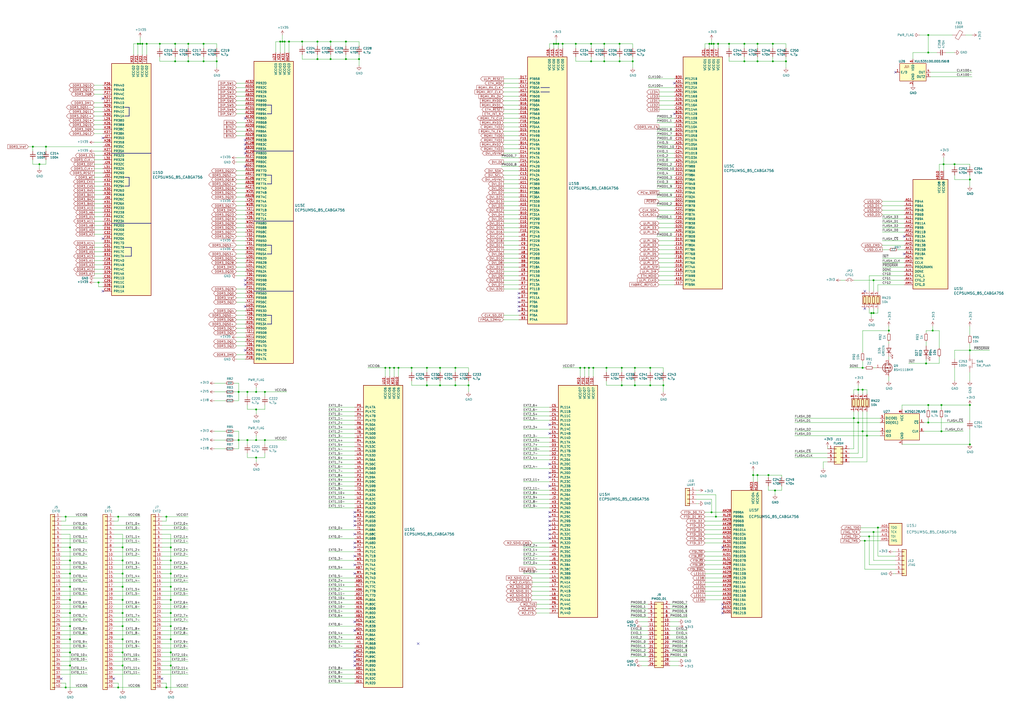
<source format=kicad_sch>
(kicad_sch (version 20210621) (generator eeschema)

  (uuid c65aca41-c7cd-4ed7-bc95-76d197143ef1)

  (paper "A2")

  (lib_symbols
    (symbol "Connector_Generic:Conn_01x04" (pin_names (offset 1.016) hide) (in_bom yes) (on_board yes)
      (property "Reference" "J" (id 0) (at 0 5.08 0)
        (effects (font (size 1.27 1.27)))
      )
      (property "Value" "Conn_01x04" (id 1) (at 0 -7.62 0)
        (effects (font (size 1.27 1.27)))
      )
      (property "Footprint" "" (id 2) (at 0 0 0)
        (effects (font (size 1.27 1.27)) hide)
      )
      (property "Datasheet" "~" (id 3) (at 0 0 0)
        (effects (font (size 1.27 1.27)) hide)
      )
      (property "ki_keywords" "connector" (id 4) (at 0 0 0)
        (effects (font (size 1.27 1.27)) hide)
      )
      (property "ki_description" "Generic connector, single row, 01x04, script generated (kicad-library-utils/schlib/autogen/connector/)" (id 5) (at 0 0 0)
        (effects (font (size 1.27 1.27)) hide)
      )
      (property "ki_fp_filters" "Connector*:*_1x??_*" (id 6) (at 0 0 0)
        (effects (font (size 1.27 1.27)) hide)
      )
      (symbol "Conn_01x04_1_1"
        (rectangle (start -1.27 -4.953) (end 0 -5.207)
          (stroke (width 0.1524)) (fill (type none))
        )
        (rectangle (start -1.27 -2.413) (end 0 -2.667)
          (stroke (width 0.1524)) (fill (type none))
        )
        (rectangle (start -1.27 0.127) (end 0 -0.127)
          (stroke (width 0.1524)) (fill (type none))
        )
        (rectangle (start -1.27 2.667) (end 0 2.413)
          (stroke (width 0.1524)) (fill (type none))
        )
        (rectangle (start -1.27 3.81) (end 1.27 -6.35)
          (stroke (width 0.254)) (fill (type background))
        )
        (pin passive line (at -5.08 2.54 0) (length 3.81)
          (name "Pin_1" (effects (font (size 1.27 1.27))))
          (number "1" (effects (font (size 1.27 1.27))))
        )
        (pin passive line (at -5.08 0 0) (length 3.81)
          (name "Pin_2" (effects (font (size 1.27 1.27))))
          (number "2" (effects (font (size 1.27 1.27))))
        )
        (pin passive line (at -5.08 -2.54 0) (length 3.81)
          (name "Pin_3" (effects (font (size 1.27 1.27))))
          (number "3" (effects (font (size 1.27 1.27))))
        )
        (pin passive line (at -5.08 -5.08 0) (length 3.81)
          (name "Pin_4" (effects (font (size 1.27 1.27))))
          (number "4" (effects (font (size 1.27 1.27))))
        )
      )
    )
    (symbol "Connector_Generic:Conn_01x06" (pin_names (offset 1.016) hide) (in_bom yes) (on_board yes)
      (property "Reference" "J" (id 0) (at 0 7.62 0)
        (effects (font (size 1.27 1.27)))
      )
      (property "Value" "Conn_01x06" (id 1) (at 0 -10.16 0)
        (effects (font (size 1.27 1.27)))
      )
      (property "Footprint" "" (id 2) (at 0 0 0)
        (effects (font (size 1.27 1.27)) hide)
      )
      (property "Datasheet" "~" (id 3) (at 0 0 0)
        (effects (font (size 1.27 1.27)) hide)
      )
      (property "ki_keywords" "connector" (id 4) (at 0 0 0)
        (effects (font (size 1.27 1.27)) hide)
      )
      (property "ki_description" "Generic connector, single row, 01x06, script generated (kicad-library-utils/schlib/autogen/connector/)" (id 5) (at 0 0 0)
        (effects (font (size 1.27 1.27)) hide)
      )
      (property "ki_fp_filters" "Connector*:*_1x??_*" (id 6) (at 0 0 0)
        (effects (font (size 1.27 1.27)) hide)
      )
      (symbol "Conn_01x06_1_1"
        (rectangle (start -1.27 -7.493) (end 0 -7.747)
          (stroke (width 0.1524)) (fill (type none))
        )
        (rectangle (start -1.27 -4.953) (end 0 -5.207)
          (stroke (width 0.1524)) (fill (type none))
        )
        (rectangle (start -1.27 -2.413) (end 0 -2.667)
          (stroke (width 0.1524)) (fill (type none))
        )
        (rectangle (start -1.27 0.127) (end 0 -0.127)
          (stroke (width 0.1524)) (fill (type none))
        )
        (rectangle (start -1.27 2.667) (end 0 2.413)
          (stroke (width 0.1524)) (fill (type none))
        )
        (rectangle (start -1.27 5.207) (end 0 4.953)
          (stroke (width 0.1524)) (fill (type none))
        )
        (rectangle (start -1.27 6.35) (end 1.27 -8.89)
          (stroke (width 0.254)) (fill (type background))
        )
        (pin passive line (at -5.08 5.08 0) (length 3.81)
          (name "Pin_1" (effects (font (size 1.27 1.27))))
          (number "1" (effects (font (size 1.27 1.27))))
        )
        (pin passive line (at -5.08 2.54 0) (length 3.81)
          (name "Pin_2" (effects (font (size 1.27 1.27))))
          (number "2" (effects (font (size 1.27 1.27))))
        )
        (pin passive line (at -5.08 0 0) (length 3.81)
          (name "Pin_3" (effects (font (size 1.27 1.27))))
          (number "3" (effects (font (size 1.27 1.27))))
        )
        (pin passive line (at -5.08 -2.54 0) (length 3.81)
          (name "Pin_4" (effects (font (size 1.27 1.27))))
          (number "4" (effects (font (size 1.27 1.27))))
        )
        (pin passive line (at -5.08 -5.08 0) (length 3.81)
          (name "Pin_5" (effects (font (size 1.27 1.27))))
          (number "5" (effects (font (size 1.27 1.27))))
        )
        (pin passive line (at -5.08 -7.62 0) (length 3.81)
          (name "Pin_6" (effects (font (size 1.27 1.27))))
          (number "6" (effects (font (size 1.27 1.27))))
        )
      )
    )
    (symbol "Connector_Generic:Conn_01x40" (pin_names (offset 1.016) hide) (in_bom yes) (on_board yes)
      (property "Reference" "J" (id 0) (at 0 50.8 0)
        (effects (font (size 1.27 1.27)))
      )
      (property "Value" "Conn_01x40" (id 1) (at 0 -53.34 0)
        (effects (font (size 1.27 1.27)))
      )
      (property "Footprint" "" (id 2) (at 0 0 0)
        (effects (font (size 1.27 1.27)) hide)
      )
      (property "Datasheet" "~" (id 3) (at 0 0 0)
        (effects (font (size 1.27 1.27)) hide)
      )
      (property "ki_keywords" "connector" (id 4) (at 0 0 0)
        (effects (font (size 1.27 1.27)) hide)
      )
      (property "ki_description" "Generic connector, single row, 01x40, script generated (kicad-library-utils/schlib/autogen/connector/)" (id 5) (at 0 0 0)
        (effects (font (size 1.27 1.27)) hide)
      )
      (property "ki_fp_filters" "Connector*:*_1x??_*" (id 6) (at 0 0 0)
        (effects (font (size 1.27 1.27)) hide)
      )
      (symbol "Conn_01x40_1_1"
        (rectangle (start -1.27 -50.673) (end 0 -50.927)
          (stroke (width 0.1524)) (fill (type none))
        )
        (rectangle (start -1.27 -48.133) (end 0 -48.387)
          (stroke (width 0.1524)) (fill (type none))
        )
        (rectangle (start -1.27 -45.593) (end 0 -45.847)
          (stroke (width 0.1524)) (fill (type none))
        )
        (rectangle (start -1.27 -43.053) (end 0 -43.307)
          (stroke (width 0.1524)) (fill (type none))
        )
        (rectangle (start -1.27 -40.513) (end 0 -40.767)
          (stroke (width 0.1524)) (fill (type none))
        )
        (rectangle (start -1.27 -37.973) (end 0 -38.227)
          (stroke (width 0.1524)) (fill (type none))
        )
        (rectangle (start -1.27 -35.433) (end 0 -35.687)
          (stroke (width 0.1524)) (fill (type none))
        )
        (rectangle (start -1.27 -32.893) (end 0 -33.147)
          (stroke (width 0.1524)) (fill (type none))
        )
        (rectangle (start -1.27 -30.353) (end 0 -30.607)
          (stroke (width 0.1524)) (fill (type none))
        )
        (rectangle (start -1.27 -27.813) (end 0 -28.067)
          (stroke (width 0.1524)) (fill (type none))
        )
        (rectangle (start -1.27 -25.273) (end 0 -25.527)
          (stroke (width 0.1524)) (fill (type none))
        )
        (rectangle (start -1.27 -22.733) (end 0 -22.987)
          (stroke (width 0.1524)) (fill (type none))
        )
        (rectangle (start -1.27 -20.193) (end 0 -20.447)
          (stroke (width 0.1524)) (fill (type none))
        )
        (rectangle (start -1.27 -17.653) (end 0 -17.907)
          (stroke (width 0.1524)) (fill (type none))
        )
        (rectangle (start -1.27 -15.113) (end 0 -15.367)
          (stroke (width 0.1524)) (fill (type none))
        )
        (rectangle (start -1.27 -12.573) (end 0 -12.827)
          (stroke (width 0.1524)) (fill (type none))
        )
        (rectangle (start -1.27 -10.033) (end 0 -10.287)
          (stroke (width 0.1524)) (fill (type none))
        )
        (rectangle (start -1.27 -7.493) (end 0 -7.747)
          (stroke (width 0.1524)) (fill (type none))
        )
        (rectangle (start -1.27 -4.953) (end 0 -5.207)
          (stroke (width 0.1524)) (fill (type none))
        )
        (rectangle (start -1.27 -2.413) (end 0 -2.667)
          (stroke (width 0.1524)) (fill (type none))
        )
        (rectangle (start -1.27 0.127) (end 0 -0.127)
          (stroke (width 0.1524)) (fill (type none))
        )
        (rectangle (start -1.27 2.667) (end 0 2.413)
          (stroke (width 0.1524)) (fill (type none))
        )
        (rectangle (start -1.27 5.207) (end 0 4.953)
          (stroke (width 0.1524)) (fill (type none))
        )
        (rectangle (start -1.27 7.747) (end 0 7.493)
          (stroke (width 0.1524)) (fill (type none))
        )
        (rectangle (start -1.27 10.287) (end 0 10.033)
          (stroke (width 0.1524)) (fill (type none))
        )
        (rectangle (start -1.27 12.827) (end 0 12.573)
          (stroke (width 0.1524)) (fill (type none))
        )
        (rectangle (start -1.27 15.367) (end 0 15.113)
          (stroke (width 0.1524)) (fill (type none))
        )
        (rectangle (start -1.27 17.907) (end 0 17.653)
          (stroke (width 0.1524)) (fill (type none))
        )
        (rectangle (start -1.27 20.447) (end 0 20.193)
          (stroke (width 0.1524)) (fill (type none))
        )
        (rectangle (start -1.27 22.987) (end 0 22.733)
          (stroke (width 0.1524)) (fill (type none))
        )
        (rectangle (start -1.27 25.527) (end 0 25.273)
          (stroke (width 0.1524)) (fill (type none))
        )
        (rectangle (start -1.27 28.067) (end 0 27.813)
          (stroke (width 0.1524)) (fill (type none))
        )
        (rectangle (start -1.27 30.607) (end 0 30.353)
          (stroke (width 0.1524)) (fill (type none))
        )
        (rectangle (start -1.27 33.147) (end 0 32.893)
          (stroke (width 0.1524)) (fill (type none))
        )
        (rectangle (start -1.27 35.687) (end 0 35.433)
          (stroke (width 0.1524)) (fill (type none))
        )
        (rectangle (start -1.27 38.227) (end 0 37.973)
          (stroke (width 0.1524)) (fill (type none))
        )
        (rectangle (start -1.27 40.767) (end 0 40.513)
          (stroke (width 0.1524)) (fill (type none))
        )
        (rectangle (start -1.27 43.307) (end 0 43.053)
          (stroke (width 0.1524)) (fill (type none))
        )
        (rectangle (start -1.27 45.847) (end 0 45.593)
          (stroke (width 0.1524)) (fill (type none))
        )
        (rectangle (start -1.27 48.387) (end 0 48.133)
          (stroke (width 0.1524)) (fill (type none))
        )
        (rectangle (start -1.27 49.53) (end 1.27 -52.07)
          (stroke (width 0.254)) (fill (type background))
        )
        (pin passive line (at -5.08 48.26 0) (length 3.81)
          (name "Pin_1" (effects (font (size 1.27 1.27))))
          (number "1" (effects (font (size 1.27 1.27))))
        )
        (pin passive line (at -5.08 25.4 0) (length 3.81)
          (name "Pin_10" (effects (font (size 1.27 1.27))))
          (number "10" (effects (font (size 1.27 1.27))))
        )
        (pin passive line (at -5.08 22.86 0) (length 3.81)
          (name "Pin_11" (effects (font (size 1.27 1.27))))
          (number "11" (effects (font (size 1.27 1.27))))
        )
        (pin passive line (at -5.08 20.32 0) (length 3.81)
          (name "Pin_12" (effects (font (size 1.27 1.27))))
          (number "12" (effects (font (size 1.27 1.27))))
        )
        (pin passive line (at -5.08 17.78 0) (length 3.81)
          (name "Pin_13" (effects (font (size 1.27 1.27))))
          (number "13" (effects (font (size 1.27 1.27))))
        )
        (pin passive line (at -5.08 15.24 0) (length 3.81)
          (name "Pin_14" (effects (font (size 1.27 1.27))))
          (number "14" (effects (font (size 1.27 1.27))))
        )
        (pin passive line (at -5.08 12.7 0) (length 3.81)
          (name "Pin_15" (effects (font (size 1.27 1.27))))
          (number "15" (effects (font (size 1.27 1.27))))
        )
        (pin passive line (at -5.08 10.16 0) (length 3.81)
          (name "Pin_16" (effects (font (size 1.27 1.27))))
          (number "16" (effects (font (size 1.27 1.27))))
        )
        (pin passive line (at -5.08 7.62 0) (length 3.81)
          (name "Pin_17" (effects (font (size 1.27 1.27))))
          (number "17" (effects (font (size 1.27 1.27))))
        )
        (pin passive line (at -5.08 5.08 0) (length 3.81)
          (name "Pin_18" (effects (font (size 1.27 1.27))))
          (number "18" (effects (font (size 1.27 1.27))))
        )
        (pin passive line (at -5.08 2.54 0) (length 3.81)
          (name "Pin_19" (effects (font (size 1.27 1.27))))
          (number "19" (effects (font (size 1.27 1.27))))
        )
        (pin passive line (at -5.08 45.72 0) (length 3.81)
          (name "Pin_2" (effects (font (size 1.27 1.27))))
          (number "2" (effects (font (size 1.27 1.27))))
        )
        (pin passive line (at -5.08 0 0) (length 3.81)
          (name "Pin_20" (effects (font (size 1.27 1.27))))
          (number "20" (effects (font (size 1.27 1.27))))
        )
        (pin passive line (at -5.08 -2.54 0) (length 3.81)
          (name "Pin_21" (effects (font (size 1.27 1.27))))
          (number "21" (effects (font (size 1.27 1.27))))
        )
        (pin passive line (at -5.08 -5.08 0) (length 3.81)
          (name "Pin_22" (effects (font (size 1.27 1.27))))
          (number "22" (effects (font (size 1.27 1.27))))
        )
        (pin passive line (at -5.08 -7.62 0) (length 3.81)
          (name "Pin_23" (effects (font (size 1.27 1.27))))
          (number "23" (effects (font (size 1.27 1.27))))
        )
        (pin passive line (at -5.08 -10.16 0) (length 3.81)
          (name "Pin_24" (effects (font (size 1.27 1.27))))
          (number "24" (effects (font (size 1.27 1.27))))
        )
        (pin passive line (at -5.08 -12.7 0) (length 3.81)
          (name "Pin_25" (effects (font (size 1.27 1.27))))
          (number "25" (effects (font (size 1.27 1.27))))
        )
        (pin passive line (at -5.08 -15.24 0) (length 3.81)
          (name "Pin_26" (effects (font (size 1.27 1.27))))
          (number "26" (effects (font (size 1.27 1.27))))
        )
        (pin passive line (at -5.08 -17.78 0) (length 3.81)
          (name "Pin_27" (effects (font (size 1.27 1.27))))
          (number "27" (effects (font (size 1.27 1.27))))
        )
        (pin passive line (at -5.08 -20.32 0) (length 3.81)
          (name "Pin_28" (effects (font (size 1.27 1.27))))
          (number "28" (effects (font (size 1.27 1.27))))
        )
        (pin passive line (at -5.08 -22.86 0) (length 3.81)
          (name "Pin_29" (effects (font (size 1.27 1.27))))
          (number "29" (effects (font (size 1.27 1.27))))
        )
        (pin passive line (at -5.08 43.18 0) (length 3.81)
          (name "Pin_3" (effects (font (size 1.27 1.27))))
          (number "3" (effects (font (size 1.27 1.27))))
        )
        (pin passive line (at -5.08 -25.4 0) (length 3.81)
          (name "Pin_30" (effects (font (size 1.27 1.27))))
          (number "30" (effects (font (size 1.27 1.27))))
        )
        (pin passive line (at -5.08 -27.94 0) (length 3.81)
          (name "Pin_31" (effects (font (size 1.27 1.27))))
          (number "31" (effects (font (size 1.27 1.27))))
        )
        (pin passive line (at -5.08 -30.48 0) (length 3.81)
          (name "Pin_32" (effects (font (size 1.27 1.27))))
          (number "32" (effects (font (size 1.27 1.27))))
        )
        (pin passive line (at -5.08 -33.02 0) (length 3.81)
          (name "Pin_33" (effects (font (size 1.27 1.27))))
          (number "33" (effects (font (size 1.27 1.27))))
        )
        (pin passive line (at -5.08 -35.56 0) (length 3.81)
          (name "Pin_34" (effects (font (size 1.27 1.27))))
          (number "34" (effects (font (size 1.27 1.27))))
        )
        (pin passive line (at -5.08 -38.1 0) (length 3.81)
          (name "Pin_35" (effects (font (size 1.27 1.27))))
          (number "35" (effects (font (size 1.27 1.27))))
        )
        (pin passive line (at -5.08 -40.64 0) (length 3.81)
          (name "Pin_36" (effects (font (size 1.27 1.27))))
          (number "36" (effects (font (size 1.27 1.27))))
        )
        (pin passive line (at -5.08 -43.18 0) (length 3.81)
          (name "Pin_37" (effects (font (size 1.27 1.27))))
          (number "37" (effects (font (size 1.27 1.27))))
        )
        (pin passive line (at -5.08 -45.72 0) (length 3.81)
          (name "Pin_38" (effects (font (size 1.27 1.27))))
          (number "38" (effects (font (size 1.27 1.27))))
        )
        (pin passive line (at -5.08 -48.26 0) (length 3.81)
          (name "Pin_39" (effects (font (size 1.27 1.27))))
          (number "39" (effects (font (size 1.27 1.27))))
        )
        (pin passive line (at -5.08 40.64 0) (length 3.81)
          (name "Pin_4" (effects (font (size 1.27 1.27))))
          (number "4" (effects (font (size 1.27 1.27))))
        )
        (pin passive line (at -5.08 -50.8 0) (length 3.81)
          (name "Pin_40" (effects (font (size 1.27 1.27))))
          (number "40" (effects (font (size 1.27 1.27))))
        )
        (pin passive line (at -5.08 38.1 0) (length 3.81)
          (name "Pin_5" (effects (font (size 1.27 1.27))))
          (number "5" (effects (font (size 1.27 1.27))))
        )
        (pin passive line (at -5.08 35.56 0) (length 3.81)
          (name "Pin_6" (effects (font (size 1.27 1.27))))
          (number "6" (effects (font (size 1.27 1.27))))
        )
        (pin passive line (at -5.08 33.02 0) (length 3.81)
          (name "Pin_7" (effects (font (size 1.27 1.27))))
          (number "7" (effects (font (size 1.27 1.27))))
        )
        (pin passive line (at -5.08 30.48 0) (length 3.81)
          (name "Pin_8" (effects (font (size 1.27 1.27))))
          (number "8" (effects (font (size 1.27 1.27))))
        )
        (pin passive line (at -5.08 27.94 0) (length 3.81)
          (name "Pin_9" (effects (font (size 1.27 1.27))))
          (number "9" (effects (font (size 1.27 1.27))))
        )
      )
    )
    (symbol "Connector_Generic:Conn_02x04_Odd_Even" (pin_names (offset 1.016) hide) (in_bom yes) (on_board yes)
      (property "Reference" "J" (id 0) (at 1.27 5.08 0)
        (effects (font (size 1.27 1.27)))
      )
      (property "Value" "Conn_02x04_Odd_Even" (id 1) (at 1.27 -7.62 0)
        (effects (font (size 1.27 1.27)))
      )
      (property "Footprint" "" (id 2) (at 0 0 0)
        (effects (font (size 1.27 1.27)) hide)
      )
      (property "Datasheet" "~" (id 3) (at 0 0 0)
        (effects (font (size 1.27 1.27)) hide)
      )
      (property "ki_keywords" "connector" (id 4) (at 0 0 0)
        (effects (font (size 1.27 1.27)) hide)
      )
      (property "ki_description" "Generic connector, double row, 02x04, odd/even pin numbering scheme (row 1 odd numbers, row 2 even numbers), script generated (kicad-library-utils/schlib/autogen/connector/)" (id 5) (at 0 0 0)
        (effects (font (size 1.27 1.27)) hide)
      )
      (property "ki_fp_filters" "Connector*:*_2x??_*" (id 6) (at 0 0 0)
        (effects (font (size 1.27 1.27)) hide)
      )
      (symbol "Conn_02x04_Odd_Even_1_1"
        (rectangle (start -1.27 -4.953) (end 0 -5.207)
          (stroke (width 0.1524)) (fill (type none))
        )
        (rectangle (start -1.27 -2.413) (end 0 -2.667)
          (stroke (width 0.1524)) (fill (type none))
        )
        (rectangle (start -1.27 0.127) (end 0 -0.127)
          (stroke (width 0.1524)) (fill (type none))
        )
        (rectangle (start -1.27 2.667) (end 0 2.413)
          (stroke (width 0.1524)) (fill (type none))
        )
        (rectangle (start 3.81 -4.953) (end 2.54 -5.207)
          (stroke (width 0.1524)) (fill (type none))
        )
        (rectangle (start 3.81 -2.413) (end 2.54 -2.667)
          (stroke (width 0.1524)) (fill (type none))
        )
        (rectangle (start 3.81 0.127) (end 2.54 -0.127)
          (stroke (width 0.1524)) (fill (type none))
        )
        (rectangle (start 3.81 2.667) (end 2.54 2.413)
          (stroke (width 0.1524)) (fill (type none))
        )
        (rectangle (start -1.27 3.81) (end 3.81 -6.35)
          (stroke (width 0.254)) (fill (type background))
        )
        (pin passive line (at -5.08 2.54 0) (length 3.81)
          (name "Pin_1" (effects (font (size 1.27 1.27))))
          (number "1" (effects (font (size 1.27 1.27))))
        )
        (pin passive line (at 7.62 2.54 180) (length 3.81)
          (name "Pin_2" (effects (font (size 1.27 1.27))))
          (number "2" (effects (font (size 1.27 1.27))))
        )
        (pin passive line (at -5.08 0 0) (length 3.81)
          (name "Pin_3" (effects (font (size 1.27 1.27))))
          (number "3" (effects (font (size 1.27 1.27))))
        )
        (pin passive line (at 7.62 0 180) (length 3.81)
          (name "Pin_4" (effects (font (size 1.27 1.27))))
          (number "4" (effects (font (size 1.27 1.27))))
        )
        (pin passive line (at -5.08 -2.54 0) (length 3.81)
          (name "Pin_5" (effects (font (size 1.27 1.27))))
          (number "5" (effects (font (size 1.27 1.27))))
        )
        (pin passive line (at 7.62 -2.54 180) (length 3.81)
          (name "Pin_6" (effects (font (size 1.27 1.27))))
          (number "6" (effects (font (size 1.27 1.27))))
        )
        (pin passive line (at -5.08 -5.08 0) (length 3.81)
          (name "Pin_7" (effects (font (size 1.27 1.27))))
          (number "7" (effects (font (size 1.27 1.27))))
        )
        (pin passive line (at 7.62 -5.08 180) (length 3.81)
          (name "Pin_8" (effects (font (size 1.27 1.27))))
          (number "8" (effects (font (size 1.27 1.27))))
        )
      )
    )
    (symbol "Connector_Generic:Conn_02x15_Odd_Even" (pin_names (offset 1.016) hide) (in_bom yes) (on_board yes)
      (property "Reference" "J" (id 0) (at 1.27 20.32 0)
        (effects (font (size 1.27 1.27)))
      )
      (property "Value" "Conn_02x15_Odd_Even" (id 1) (at 1.27 -20.32 0)
        (effects (font (size 1.27 1.27)))
      )
      (property "Footprint" "" (id 2) (at 0 0 0)
        (effects (font (size 1.27 1.27)) hide)
      )
      (property "Datasheet" "~" (id 3) (at 0 0 0)
        (effects (font (size 1.27 1.27)) hide)
      )
      (property "ki_keywords" "connector" (id 4) (at 0 0 0)
        (effects (font (size 1.27 1.27)) hide)
      )
      (property "ki_description" "Generic connector, double row, 02x15, odd/even pin numbering scheme (row 1 odd numbers, row 2 even numbers), script generated (kicad-library-utils/schlib/autogen/connector/)" (id 5) (at 0 0 0)
        (effects (font (size 1.27 1.27)) hide)
      )
      (property "ki_fp_filters" "Connector*:*_2x??_*" (id 6) (at 0 0 0)
        (effects (font (size 1.27 1.27)) hide)
      )
      (symbol "Conn_02x15_Odd_Even_1_1"
        (rectangle (start -1.27 -17.653) (end 0 -17.907)
          (stroke (width 0.1524)) (fill (type none))
        )
        (rectangle (start -1.27 -15.113) (end 0 -15.367)
          (stroke (width 0.1524)) (fill (type none))
        )
        (rectangle (start -1.27 -12.573) (end 0 -12.827)
          (stroke (width 0.1524)) (fill (type none))
        )
        (rectangle (start -1.27 -10.033) (end 0 -10.287)
          (stroke (width 0.1524)) (fill (type none))
        )
        (rectangle (start -1.27 -7.493) (end 0 -7.747)
          (stroke (width 0.1524)) (fill (type none))
        )
        (rectangle (start -1.27 -4.953) (end 0 -5.207)
          (stroke (width 0.1524)) (fill (type none))
        )
        (rectangle (start -1.27 -2.413) (end 0 -2.667)
          (stroke (width 0.1524)) (fill (type none))
        )
        (rectangle (start -1.27 0.127) (end 0 -0.127)
          (stroke (width 0.1524)) (fill (type none))
        )
        (rectangle (start -1.27 2.667) (end 0 2.413)
          (stroke (width 0.1524)) (fill (type none))
        )
        (rectangle (start -1.27 5.207) (end 0 4.953)
          (stroke (width 0.1524)) (fill (type none))
        )
        (rectangle (start -1.27 7.747) (end 0 7.493)
          (stroke (width 0.1524)) (fill (type none))
        )
        (rectangle (start -1.27 10.287) (end 0 10.033)
          (stroke (width 0.1524)) (fill (type none))
        )
        (rectangle (start -1.27 12.827) (end 0 12.573)
          (stroke (width 0.1524)) (fill (type none))
        )
        (rectangle (start -1.27 15.367) (end 0 15.113)
          (stroke (width 0.1524)) (fill (type none))
        )
        (rectangle (start -1.27 17.907) (end 0 17.653)
          (stroke (width 0.1524)) (fill (type none))
        )
        (rectangle (start 3.81 -17.653) (end 2.54 -17.907)
          (stroke (width 0.1524)) (fill (type none))
        )
        (rectangle (start 3.81 -15.113) (end 2.54 -15.367)
          (stroke (width 0.1524)) (fill (type none))
        )
        (rectangle (start 3.81 -12.573) (end 2.54 -12.827)
          (stroke (width 0.1524)) (fill (type none))
        )
        (rectangle (start 3.81 -10.033) (end 2.54 -10.287)
          (stroke (width 0.1524)) (fill (type none))
        )
        (rectangle (start 3.81 -7.493) (end 2.54 -7.747)
          (stroke (width 0.1524)) (fill (type none))
        )
        (rectangle (start 3.81 -4.953) (end 2.54 -5.207)
          (stroke (width 0.1524)) (fill (type none))
        )
        (rectangle (start 3.81 -2.413) (end 2.54 -2.667)
          (stroke (width 0.1524)) (fill (type none))
        )
        (rectangle (start 3.81 0.127) (end 2.54 -0.127)
          (stroke (width 0.1524)) (fill (type none))
        )
        (rectangle (start 3.81 2.667) (end 2.54 2.413)
          (stroke (width 0.1524)) (fill (type none))
        )
        (rectangle (start 3.81 5.207) (end 2.54 4.953)
          (stroke (width 0.1524)) (fill (type none))
        )
        (rectangle (start 3.81 7.747) (end 2.54 7.493)
          (stroke (width 0.1524)) (fill (type none))
        )
        (rectangle (start 3.81 10.287) (end 2.54 10.033)
          (stroke (width 0.1524)) (fill (type none))
        )
        (rectangle (start 3.81 12.827) (end 2.54 12.573)
          (stroke (width 0.1524)) (fill (type none))
        )
        (rectangle (start 3.81 15.367) (end 2.54 15.113)
          (stroke (width 0.1524)) (fill (type none))
        )
        (rectangle (start 3.81 17.907) (end 2.54 17.653)
          (stroke (width 0.1524)) (fill (type none))
        )
        (rectangle (start -1.27 19.05) (end 3.81 -19.05)
          (stroke (width 0.254)) (fill (type background))
        )
        (pin passive line (at -5.08 17.78 0) (length 3.81)
          (name "Pin_1" (effects (font (size 1.27 1.27))))
          (number "1" (effects (font (size 1.27 1.27))))
        )
        (pin passive line (at 7.62 7.62 180) (length 3.81)
          (name "Pin_10" (effects (font (size 1.27 1.27))))
          (number "10" (effects (font (size 1.27 1.27))))
        )
        (pin passive line (at -5.08 5.08 0) (length 3.81)
          (name "Pin_11" (effects (font (size 1.27 1.27))))
          (number "11" (effects (font (size 1.27 1.27))))
        )
        (pin passive line (at 7.62 5.08 180) (length 3.81)
          (name "Pin_12" (effects (font (size 1.27 1.27))))
          (number "12" (effects (font (size 1.27 1.27))))
        )
        (pin passive line (at -5.08 2.54 0) (length 3.81)
          (name "Pin_13" (effects (font (size 1.27 1.27))))
          (number "13" (effects (font (size 1.27 1.27))))
        )
        (pin passive line (at 7.62 2.54 180) (length 3.81)
          (name "Pin_14" (effects (font (size 1.27 1.27))))
          (number "14" (effects (font (size 1.27 1.27))))
        )
        (pin passive line (at -5.08 0 0) (length 3.81)
          (name "Pin_15" (effects (font (size 1.27 1.27))))
          (number "15" (effects (font (size 1.27 1.27))))
        )
        (pin passive line (at 7.62 0 180) (length 3.81)
          (name "Pin_16" (effects (font (size 1.27 1.27))))
          (number "16" (effects (font (size 1.27 1.27))))
        )
        (pin passive line (at -5.08 -2.54 0) (length 3.81)
          (name "Pin_17" (effects (font (size 1.27 1.27))))
          (number "17" (effects (font (size 1.27 1.27))))
        )
        (pin passive line (at 7.62 -2.54 180) (length 3.81)
          (name "Pin_18" (effects (font (size 1.27 1.27))))
          (number "18" (effects (font (size 1.27 1.27))))
        )
        (pin passive line (at -5.08 -5.08 0) (length 3.81)
          (name "Pin_19" (effects (font (size 1.27 1.27))))
          (number "19" (effects (font (size 1.27 1.27))))
        )
        (pin passive line (at 7.62 17.78 180) (length 3.81)
          (name "Pin_2" (effects (font (size 1.27 1.27))))
          (number "2" (effects (font (size 1.27 1.27))))
        )
        (pin passive line (at 7.62 -5.08 180) (length 3.81)
          (name "Pin_20" (effects (font (size 1.27 1.27))))
          (number "20" (effects (font (size 1.27 1.27))))
        )
        (pin passive line (at -5.08 -7.62 0) (length 3.81)
          (name "Pin_21" (effects (font (size 1.27 1.27))))
          (number "21" (effects (font (size 1.27 1.27))))
        )
        (pin passive line (at 7.62 -7.62 180) (length 3.81)
          (name "Pin_22" (effects (font (size 1.27 1.27))))
          (number "22" (effects (font (size 1.27 1.27))))
        )
        (pin passive line (at -5.08 -10.16 0) (length 3.81)
          (name "Pin_23" (effects (font (size 1.27 1.27))))
          (number "23" (effects (font (size 1.27 1.27))))
        )
        (pin passive line (at 7.62 -10.16 180) (length 3.81)
          (name "Pin_24" (effects (font (size 1.27 1.27))))
          (number "24" (effects (font (size 1.27 1.27))))
        )
        (pin passive line (at -5.08 -12.7 0) (length 3.81)
          (name "Pin_25" (effects (font (size 1.27 1.27))))
          (number "25" (effects (font (size 1.27 1.27))))
        )
        (pin passive line (at 7.62 -12.7 180) (length 3.81)
          (name "Pin_26" (effects (font (size 1.27 1.27))))
          (number "26" (effects (font (size 1.27 1.27))))
        )
        (pin passive line (at -5.08 -15.24 0) (length 3.81)
          (name "Pin_27" (effects (font (size 1.27 1.27))))
          (number "27" (effects (font (size 1.27 1.27))))
        )
        (pin passive line (at 7.62 -15.24 180) (length 3.81)
          (name "Pin_28" (effects (font (size 1.27 1.27))))
          (number "28" (effects (font (size 1.27 1.27))))
        )
        (pin passive line (at -5.08 -17.78 0) (length 3.81)
          (name "Pin_29" (effects (font (size 1.27 1.27))))
          (number "29" (effects (font (size 1.27 1.27))))
        )
        (pin passive line (at -5.08 15.24 0) (length 3.81)
          (name "Pin_3" (effects (font (size 1.27 1.27))))
          (number "3" (effects (font (size 1.27 1.27))))
        )
        (pin passive line (at 7.62 -17.78 180) (length 3.81)
          (name "Pin_30" (effects (font (size 1.27 1.27))))
          (number "30" (effects (font (size 1.27 1.27))))
        )
        (pin passive line (at 7.62 15.24 180) (length 3.81)
          (name "Pin_4" (effects (font (size 1.27 1.27))))
          (number "4" (effects (font (size 1.27 1.27))))
        )
        (pin passive line (at -5.08 12.7 0) (length 3.81)
          (name "Pin_5" (effects (font (size 1.27 1.27))))
          (number "5" (effects (font (size 1.27 1.27))))
        )
        (pin passive line (at 7.62 12.7 180) (length 3.81)
          (name "Pin_6" (effects (font (size 1.27 1.27))))
          (number "6" (effects (font (size 1.27 1.27))))
        )
        (pin passive line (at -5.08 10.16 0) (length 3.81)
          (name "Pin_7" (effects (font (size 1.27 1.27))))
          (number "7" (effects (font (size 1.27 1.27))))
        )
        (pin passive line (at 7.62 10.16 180) (length 3.81)
          (name "Pin_8" (effects (font (size 1.27 1.27))))
          (number "8" (effects (font (size 1.27 1.27))))
        )
        (pin passive line (at -5.08 7.62 0) (length 3.81)
          (name "Pin_9" (effects (font (size 1.27 1.27))))
          (number "9" (effects (font (size 1.27 1.27))))
        )
      )
    )
    (symbol "Device:C_Small" (pin_numbers hide) (pin_names (offset 0.254) hide) (in_bom yes) (on_board yes)
      (property "Reference" "C" (id 0) (at 0.254 1.778 0)
        (effects (font (size 1.27 1.27)) (justify left))
      )
      (property "Value" "C_Small" (id 1) (at 0.254 -2.032 0)
        (effects (font (size 1.27 1.27)) (justify left))
      )
      (property "Footprint" "" (id 2) (at 0 0 0)
        (effects (font (size 1.27 1.27)) hide)
      )
      (property "Datasheet" "~" (id 3) (at 0 0 0)
        (effects (font (size 1.27 1.27)) hide)
      )
      (property "ki_keywords" "capacitor cap" (id 4) (at 0 0 0)
        (effects (font (size 1.27 1.27)) hide)
      )
      (property "ki_description" "Unpolarized capacitor, small symbol" (id 5) (at 0 0 0)
        (effects (font (size 1.27 1.27)) hide)
      )
      (property "ki_fp_filters" "C_*" (id 6) (at 0 0 0)
        (effects (font (size 1.27 1.27)) hide)
      )
      (symbol "C_Small_0_1"
        (polyline
          (pts
            (xy -1.524 -0.508)
            (xy 1.524 -0.508)
          )
          (stroke (width 0.3302)) (fill (type none))
        )
        (polyline
          (pts
            (xy -1.524 0.508)
            (xy 1.524 0.508)
          )
          (stroke (width 0.3048)) (fill (type none))
        )
      )
      (symbol "C_Small_1_1"
        (pin passive line (at 0 2.54 270) (length 2.032)
          (name "~" (effects (font (size 1.27 1.27))))
          (number "1" (effects (font (size 1.27 1.27))))
        )
        (pin passive line (at 0 -2.54 90) (length 2.032)
          (name "~" (effects (font (size 1.27 1.27))))
          (number "2" (effects (font (size 1.27 1.27))))
        )
      )
    )
    (symbol "Device:Ferrite_Bead" (pin_numbers hide) (pin_names (offset 0)) (in_bom yes) (on_board yes)
      (property "Reference" "FB" (id 0) (at -3.81 0.635 90)
        (effects (font (size 1.27 1.27)))
      )
      (property "Value" "Device_Ferrite_Bead" (id 1) (at 3.81 0 90)
        (effects (font (size 1.27 1.27)))
      )
      (property "Footprint" "" (id 2) (at -1.778 0 90)
        (effects (font (size 1.27 1.27)) hide)
      )
      (property "Datasheet" "" (id 3) (at 0 0 0)
        (effects (font (size 1.27 1.27)) hide)
      )
      (property "ki_fp_filters" "Inductor_* L_* *Ferrite*" (id 4) (at 0 0 0)
        (effects (font (size 1.27 1.27)) hide)
      )
      (symbol "Ferrite_Bead_0_1"
        (polyline
          (pts
            (xy 0 -1.27)
            (xy 0 -1.2192)
          )
          (stroke (width 0)) (fill (type none))
        )
        (polyline
          (pts
            (xy 0 1.27)
            (xy 0 1.2954)
          )
          (stroke (width 0)) (fill (type none))
        )
        (polyline
          (pts
            (xy -2.7686 0.4064)
            (xy -1.7018 2.2606)
            (xy 2.7686 -0.3048)
            (xy 1.6764 -2.159)
            (xy -2.7686 0.4064)
          )
          (stroke (width 0)) (fill (type none))
        )
      )
      (symbol "Ferrite_Bead_1_1"
        (pin passive line (at 0 3.81 270) (length 2.54)
          (name "~" (effects (font (size 1.27 1.27))))
          (number "1" (effects (font (size 1.27 1.27))))
        )
        (pin passive line (at 0 -3.81 90) (length 2.54)
          (name "~" (effects (font (size 1.27 1.27))))
          (number "2" (effects (font (size 1.27 1.27))))
        )
      )
    )
    (symbol "Device:Jumper_NC_Small" (pin_numbers hide) (pin_names (offset 0.762) hide) (in_bom yes) (on_board yes)
      (property "Reference" "JP" (id 0) (at 0 2.032 0)
        (effects (font (size 1.27 1.27)))
      )
      (property "Value" "Device_Jumper_NC_Small" (id 1) (at 0.254 -1.524 0)
        (effects (font (size 1.27 1.27)))
      )
      (property "Footprint" "" (id 2) (at 0 0 0)
        (effects (font (size 1.27 1.27)) hide)
      )
      (property "Datasheet" "" (id 3) (at 0 0 0)
        (effects (font (size 1.27 1.27)) hide)
      )
      (property "ki_fp_filters" "SolderJumper*Bridged*" (id 4) (at 0 0 0)
        (effects (font (size 1.27 1.27)) hide)
      )
      (symbol "Jumper_NC_Small_0_1"
        (arc (start 1.016 0.762) (end -1.016 0.762) (radius (at 0 -0.254) (length 1.4478) (angles 45 135))
          (stroke (width 0)) (fill (type none))
        )
        (circle (center -1.016 0) (radius 0.508) (stroke (width 0)) (fill (type none)))
        (circle (center 1.016 0) (radius 0.508) (stroke (width 0)) (fill (type none)))
        (pin passive line (at -2.54 0 0) (length 1.016)
          (name "1" (effects (font (size 1.27 1.27))))
          (number "1" (effects (font (size 1.27 1.27))))
        )
        (pin passive line (at 2.54 0 180) (length 1.016)
          (name "2" (effects (font (size 1.27 1.27))))
          (number "2" (effects (font (size 1.27 1.27))))
        )
      )
    )
    (symbol "Device:LED" (pin_numbers hide) (pin_names (offset 1.016) hide) (in_bom yes) (on_board yes)
      (property "Reference" "D" (id 0) (at 0 2.54 0)
        (effects (font (size 1.27 1.27)))
      )
      (property "Value" "LED" (id 1) (at 0 -2.54 0)
        (effects (font (size 1.27 1.27)))
      )
      (property "Footprint" "" (id 2) (at 0 0 0)
        (effects (font (size 1.27 1.27)) hide)
      )
      (property "Datasheet" "~" (id 3) (at 0 0 0)
        (effects (font (size 1.27 1.27)) hide)
      )
      (property "ki_keywords" "LED diode" (id 4) (at 0 0 0)
        (effects (font (size 1.27 1.27)) hide)
      )
      (property "ki_description" "Light emitting diode" (id 5) (at 0 0 0)
        (effects (font (size 1.27 1.27)) hide)
      )
      (property "ki_fp_filters" "LED* LED_SMD:* LED_THT:*" (id 6) (at 0 0 0)
        (effects (font (size 1.27 1.27)) hide)
      )
      (symbol "LED_0_1"
        (polyline
          (pts
            (xy -1.27 -1.27)
            (xy -1.27 1.27)
          )
          (stroke (width 0.254)) (fill (type none))
        )
        (polyline
          (pts
            (xy -1.27 0)
            (xy 1.27 0)
          )
          (stroke (width 0)) (fill (type none))
        )
        (polyline
          (pts
            (xy 1.27 -1.27)
            (xy 1.27 1.27)
            (xy -1.27 0)
            (xy 1.27 -1.27)
          )
          (stroke (width 0.254)) (fill (type none))
        )
        (polyline
          (pts
            (xy -3.048 -0.762)
            (xy -4.572 -2.286)
            (xy -3.81 -2.286)
            (xy -4.572 -2.286)
            (xy -4.572 -1.524)
          )
          (stroke (width 0)) (fill (type none))
        )
        (polyline
          (pts
            (xy -1.778 -0.762)
            (xy -3.302 -2.286)
            (xy -2.54 -2.286)
            (xy -3.302 -2.286)
            (xy -3.302 -1.524)
          )
          (stroke (width 0)) (fill (type none))
        )
      )
      (symbol "LED_1_1"
        (pin passive line (at -3.81 0 0) (length 2.54)
          (name "K" (effects (font (size 1.27 1.27))))
          (number "1" (effects (font (size 1.27 1.27))))
        )
        (pin passive line (at 3.81 0 180) (length 2.54)
          (name "A" (effects (font (size 1.27 1.27))))
          (number "2" (effects (font (size 1.27 1.27))))
        )
      )
    )
    (symbol "Device:R_Pack04" (pin_names (offset 0) hide) (in_bom yes) (on_board yes)
      (property "Reference" "RN" (id 0) (at -7.62 0 90)
        (effects (font (size 1.27 1.27)))
      )
      (property "Value" "R_Pack04" (id 1) (at 5.08 0 90)
        (effects (font (size 1.27 1.27)))
      )
      (property "Footprint" "" (id 2) (at 6.985 0 90)
        (effects (font (size 1.27 1.27)) hide)
      )
      (property "Datasheet" "~" (id 3) (at 0 0 0)
        (effects (font (size 1.27 1.27)) hide)
      )
      (property "ki_keywords" "R network parallel topology isolated" (id 4) (at 0 0 0)
        (effects (font (size 1.27 1.27)) hide)
      )
      (property "ki_description" "4 resistor network, parallel topology" (id 5) (at 0 0 0)
        (effects (font (size 1.27 1.27)) hide)
      )
      (property "ki_fp_filters" "DIP* SOIC* R*Array*Concave* R*Array*Convex*" (id 6) (at 0 0 0)
        (effects (font (size 1.27 1.27)) hide)
      )
      (symbol "R_Pack04_0_1"
        (rectangle (start -5.715 1.905) (end -4.445 -1.905)
          (stroke (width 0.254)) (fill (type none))
        )
        (rectangle (start -3.175 1.905) (end -1.905 -1.905)
          (stroke (width 0.254)) (fill (type none))
        )
        (rectangle (start -0.635 1.905) (end 0.635 -1.905)
          (stroke (width 0.254)) (fill (type none))
        )
        (rectangle (start 1.905 1.905) (end 3.175 -1.905)
          (stroke (width 0.254)) (fill (type none))
        )
        (rectangle (start -6.35 -2.413) (end 3.81 2.413)
          (stroke (width 0.254)) (fill (type background))
        )
        (polyline
          (pts
            (xy -5.08 -2.54)
            (xy -5.08 -1.905)
          )
          (stroke (width 0)) (fill (type none))
        )
        (polyline
          (pts
            (xy -5.08 1.905)
            (xy -5.08 2.54)
          )
          (stroke (width 0)) (fill (type none))
        )
        (polyline
          (pts
            (xy -2.54 -2.54)
            (xy -2.54 -1.905)
          )
          (stroke (width 0)) (fill (type none))
        )
        (polyline
          (pts
            (xy -2.54 1.905)
            (xy -2.54 2.54)
          )
          (stroke (width 0)) (fill (type none))
        )
        (polyline
          (pts
            (xy 0 -2.54)
            (xy 0 -1.905)
          )
          (stroke (width 0)) (fill (type none))
        )
        (polyline
          (pts
            (xy 0 1.905)
            (xy 0 2.54)
          )
          (stroke (width 0)) (fill (type none))
        )
        (polyline
          (pts
            (xy 2.54 -2.54)
            (xy 2.54 -1.905)
          )
          (stroke (width 0)) (fill (type none))
        )
        (polyline
          (pts
            (xy 2.54 1.905)
            (xy 2.54 2.54)
          )
          (stroke (width 0)) (fill (type none))
        )
      )
      (symbol "R_Pack04_1_1"
        (pin passive line (at -5.08 -5.08 90) (length 2.54)
          (name "R1.1" (effects (font (size 1.27 1.27))))
          (number "1" (effects (font (size 1.27 1.27))))
        )
        (pin passive line (at -2.54 -5.08 90) (length 2.54)
          (name "R2.1" (effects (font (size 1.27 1.27))))
          (number "2" (effects (font (size 1.27 1.27))))
        )
        (pin passive line (at 0 -5.08 90) (length 2.54)
          (name "R3.1" (effects (font (size 1.27 1.27))))
          (number "3" (effects (font (size 1.27 1.27))))
        )
        (pin passive line (at 2.54 -5.08 90) (length 2.54)
          (name "R4.1" (effects (font (size 1.27 1.27))))
          (number "4" (effects (font (size 1.27 1.27))))
        )
        (pin passive line (at 2.54 5.08 270) (length 2.54)
          (name "R4.2" (effects (font (size 1.27 1.27))))
          (number "5" (effects (font (size 1.27 1.27))))
        )
        (pin passive line (at 0 5.08 270) (length 2.54)
          (name "R3.2" (effects (font (size 1.27 1.27))))
          (number "6" (effects (font (size 1.27 1.27))))
        )
        (pin passive line (at -2.54 5.08 270) (length 2.54)
          (name "R2.2" (effects (font (size 1.27 1.27))))
          (number "7" (effects (font (size 1.27 1.27))))
        )
        (pin passive line (at -5.08 5.08 270) (length 2.54)
          (name "R1.2" (effects (font (size 1.27 1.27))))
          (number "8" (effects (font (size 1.27 1.27))))
        )
      )
    )
    (symbol "Device:R_Small" (pin_numbers hide) (pin_names (offset 0.254) hide) (in_bom yes) (on_board yes)
      (property "Reference" "R" (id 0) (at 0.762 0.508 0)
        (effects (font (size 1.27 1.27)) (justify left))
      )
      (property "Value" "R_Small" (id 1) (at 0.762 -1.016 0)
        (effects (font (size 1.27 1.27)) (justify left))
      )
      (property "Footprint" "" (id 2) (at 0 0 0)
        (effects (font (size 1.27 1.27)) hide)
      )
      (property "Datasheet" "~" (id 3) (at 0 0 0)
        (effects (font (size 1.27 1.27)) hide)
      )
      (property "ki_keywords" "R resistor" (id 4) (at 0 0 0)
        (effects (font (size 1.27 1.27)) hide)
      )
      (property "ki_description" "Resistor, small symbol" (id 5) (at 0 0 0)
        (effects (font (size 1.27 1.27)) hide)
      )
      (property "ki_fp_filters" "R_*" (id 6) (at 0 0 0)
        (effects (font (size 1.27 1.27)) hide)
      )
      (symbol "R_Small_0_1"
        (rectangle (start -0.762 1.778) (end 0.762 -1.778)
          (stroke (width 0.2032)) (fill (type none))
        )
      )
      (symbol "R_Small_1_1"
        (pin passive line (at 0 2.54 270) (length 0.762)
          (name "~" (effects (font (size 1.27 1.27))))
          (number "1" (effects (font (size 1.27 1.27))))
        )
        (pin passive line (at 0 -2.54 90) (length 0.762)
          (name "~" (effects (font (size 1.27 1.27))))
          (number "2" (effects (font (size 1.27 1.27))))
        )
      )
    )
    (symbol "ECP5UM5G:ECP5UM5G_85_CABGA756" (pin_names (offset 1.016)) (in_bom yes) (on_board yes)
      (property "Reference" "U" (id 0) (at 3.81 6.35 0)
        (effects (font (size 1.524 1.524)) (justify right))
      )
      (property "Value" "ECP5UM5G_85_CABGA756" (id 1) (at 3.81 3.81 0)
        (effects (font (size 1.524 1.524)) (justify right))
      )
      (property "Footprint" "" (id 2) (at 0 0 0)
        (effects (font (size 1.27 1.27)) hide)
      )
      (property "Datasheet" "" (id 3) (at 0 0 0)
        (effects (font (size 1.27 1.27)) hide)
      )
      (property "manf#" "ECP5UM5G_85" (id 4) (at 3.81 -1.27 0)
        (effects (font (size 1.524 1.524)) (justify right) hide)
      )
      (property "ki_locked" "" (id 5) (at 0 0 0)
        (effects (font (size 1.27 1.27)))
      )
      (symbol "ECP5UM5G_85_CABGA756_1_1"
        (rectangle (start 5.08 22.86) (end 594.36 -104.14)
          (stroke (width 0.3048)) (fill (type background))
        )
        (pin power_in line (at 378.46 -109.22 90) (length 5.08)
          (name "GND" (effects (font (size 1.27 1.27))))
          (number "AA11" (effects (font (size 1.27 1.27))))
        )
        (pin power_in line (at 325.12 27.94 270) (length 5.08)
          (name "VCC" (effects (font (size 1.27 1.27))))
          (number "AA12" (effects (font (size 1.27 1.27))))
        )
        (pin power_in line (at 299.72 27.94 270) (length 5.08)
          (name "VCC" (effects (font (size 1.27 1.27))))
          (number "AA13" (effects (font (size 1.27 1.27))))
        )
        (pin power_in line (at 294.64 27.94 270) (length 5.08)
          (name "VCC" (effects (font (size 1.27 1.27))))
          (number "AA14" (effects (font (size 1.27 1.27))))
        )
        (pin power_in line (at 289.56 27.94 270) (length 5.08)
          (name "VCC" (effects (font (size 1.27 1.27))))
          (number "AA15" (effects (font (size 1.27 1.27))))
        )
        (pin power_in line (at 284.48 27.94 270) (length 5.08)
          (name "VCC" (effects (font (size 1.27 1.27))))
          (number "AA16" (effects (font (size 1.27 1.27))))
        )
        (pin power_in line (at 279.4 27.94 270) (length 5.08)
          (name "VCC" (effects (font (size 1.27 1.27))))
          (number "AA17" (effects (font (size 1.27 1.27))))
        )
        (pin power_in line (at 274.32 27.94 270) (length 5.08)
          (name "VCC" (effects (font (size 1.27 1.27))))
          (number "AA18" (effects (font (size 1.27 1.27))))
        )
        (pin power_in line (at 269.24 27.94 270) (length 5.08)
          (name "VCC" (effects (font (size 1.27 1.27))))
          (number "AA19" (effects (font (size 1.27 1.27))))
        )
        (pin power_in line (at 264.16 27.94 270) (length 5.08)
          (name "VCC" (effects (font (size 1.27 1.27))))
          (number "AA20" (effects (font (size 1.27 1.27))))
        )
        (pin power_in line (at 259.08 27.94 270) (length 5.08)
          (name "VCC" (effects (font (size 1.27 1.27))))
          (number "AA21" (effects (font (size 1.27 1.27))))
        )
        (pin power_in line (at 106.68 -109.22 90) (length 5.08)
          (name "GND" (effects (font (size 1.27 1.27))))
          (number "AA22" (effects (font (size 1.27 1.27))))
        )
        (pin power_in line (at 340.36 -109.22 90) (length 5.08)
          (name "GND" (effects (font (size 1.27 1.27))))
          (number "AB11" (effects (font (size 1.27 1.27))))
        )
        (pin power_in line (at 345.44 -109.22 90) (length 5.08)
          (name "GND" (effects (font (size 1.27 1.27))))
          (number "AB12" (effects (font (size 1.27 1.27))))
        )
        (pin power_in line (at 381 -109.22 90) (length 5.08)
          (name "GND" (effects (font (size 1.27 1.27))))
          (number "AB13" (effects (font (size 1.27 1.27))))
        )
        (pin power_in line (at 309.88 -109.22 90) (length 5.08)
          (name "GND" (effects (font (size 1.27 1.27))))
          (number "AB14" (effects (font (size 1.27 1.27))))
        )
        (pin power_in line (at 284.48 -109.22 90) (length 5.08)
          (name "GND" (effects (font (size 1.27 1.27))))
          (number "AB15" (effects (font (size 1.27 1.27))))
        )
        (pin power_in line (at 254 -109.22 90) (length 5.08)
          (name "GND" (effects (font (size 1.27 1.27))))
          (number "AB16" (effects (font (size 1.27 1.27))))
        )
        (pin power_in line (at 228.6 -109.22 90) (length 5.08)
          (name "GND" (effects (font (size 1.27 1.27))))
          (number "AB17" (effects (font (size 1.27 1.27))))
        )
        (pin power_in line (at 203.2 -109.22 90) (length 5.08)
          (name "GND" (effects (font (size 1.27 1.27))))
          (number "AB18" (effects (font (size 1.27 1.27))))
        )
        (pin power_in line (at 172.72 -109.22 90) (length 5.08)
          (name "GND" (effects (font (size 1.27 1.27))))
          (number "AB19" (effects (font (size 1.27 1.27))))
        )
        (pin power_in line (at 147.32 -109.22 90) (length 5.08)
          (name "GND" (effects (font (size 1.27 1.27))))
          (number "AB20" (effects (font (size 1.27 1.27))))
        )
        (pin power_in line (at 114.3 -109.22 90) (length 5.08)
          (name "GND" (effects (font (size 1.27 1.27))))
          (number "AB21" (effects (font (size 1.27 1.27))))
        )
        (pin power_in line (at 109.22 -109.22 90) (length 5.08)
          (name "GND" (effects (font (size 1.27 1.27))))
          (number "AB22" (effects (font (size 1.27 1.27))))
        )
        (pin power_in line (at 340.36 27.94 270) (length 5.08)
          (name "VCCAUX" (effects (font (size 1.27 1.27))))
          (number "AC11" (effects (font (size 1.27 1.27))))
        )
        (pin power_in line (at 347.98 -109.22 90) (length 5.08)
          (name "GND" (effects (font (size 1.27 1.27))))
          (number "AC12" (effects (font (size 1.27 1.27))))
        )
        (pin power_in line (at 215.9 27.94 270) (length 5.08)
          (name "VCCHTX0_D0CH0" (effects (font (size 1.27 1.27))))
          (number "AC13" (effects (font (size 1.27 1.27))))
        )
        (pin power_in line (at 218.44 27.94 270) (length 5.08)
          (name "VCCHRX0_D0CH0" (effects (font (size 1.27 1.27))))
          (number "AC14" (effects (font (size 1.27 1.27))))
        )
        (pin power_in line (at 220.98 27.94 270) (length 5.08)
          (name "VCCHRX1_D0CH1" (effects (font (size 1.27 1.27))))
          (number "AC15" (effects (font (size 1.27 1.27))))
        )
        (pin power_in line (at 223.52 27.94 270) (length 5.08)
          (name "VCCHTX1_D0CH1" (effects (font (size 1.27 1.27))))
          (number "AC16" (effects (font (size 1.27 1.27))))
        )
        (pin power_in line (at 226.06 27.94 270) (length 5.08)
          (name "VCCHTX0_D1CH0" (effects (font (size 1.27 1.27))))
          (number "AC17" (effects (font (size 1.27 1.27))))
        )
        (pin power_in line (at 228.6 27.94 270) (length 5.08)
          (name "VCCHRX0_D1CH0" (effects (font (size 1.27 1.27))))
          (number "AC18" (effects (font (size 1.27 1.27))))
        )
        (pin power_in line (at 231.14 27.94 270) (length 5.08)
          (name "VCCHRX1_D1CH1" (effects (font (size 1.27 1.27))))
          (number "AC19" (effects (font (size 1.27 1.27))))
        )
        (pin power_in line (at 233.68 27.94 270) (length 5.08)
          (name "VCCHTX1_D1CH1" (effects (font (size 1.27 1.27))))
          (number "AC20" (effects (font (size 1.27 1.27))))
        )
        (pin power_in line (at 116.84 -109.22 90) (length 5.08)
          (name "GND" (effects (font (size 1.27 1.27))))
          (number "AC21" (effects (font (size 1.27 1.27))))
        )
        (pin power_in line (at 332.74 27.94 270) (length 5.08)
          (name "VCCAUX" (effects (font (size 1.27 1.27))))
          (number "AC22" (effects (font (size 1.27 1.27))))
        )
        (pin no_connect line (at 0 -17.78 0) (length 5.08)
          (name "NC" (effects (font (size 1.27 1.27))))
          (number "AC29" (effects (font (size 1.27 1.27))))
        )
        (pin no_connect line (at 0 -76.2 0) (length 5.08)
          (name "NC" (effects (font (size 1.27 1.27))))
          (number "AC4" (effects (font (size 1.27 1.27))))
        )
        (pin power_in line (at 434.34 -109.22 90) (length 5.08)
          (name "GND" (effects (font (size 1.27 1.27))))
          (number "AD2" (effects (font (size 1.27 1.27))))
        )
        (pin power_in line (at 66.04 -109.22 90) (length 5.08)
          (name "GND" (effects (font (size 1.27 1.27))))
          (number "AD28" (effects (font (size 1.27 1.27))))
        )
        (pin power_in line (at 38.1 -109.22 90) (length 5.08)
          (name "GND" (effects (font (size 1.27 1.27))))
          (number "AD31" (effects (font (size 1.27 1.27))))
        )
        (pin power_in line (at 408.94 -109.22 90) (length 5.08)
          (name "GND" (effects (font (size 1.27 1.27))))
          (number "AD5" (effects (font (size 1.27 1.27))))
        )
        (pin no_connect line (at 0 -27.94 0) (length 5.08)
          (name "NC" (effects (font (size 1.27 1.27))))
          (number "AE26" (effects (font (size 1.27 1.27))))
        )
        (pin no_connect line (at 0 -66.04 0) (length 5.08)
          (name "NC" (effects (font (size 1.27 1.27))))
          (number "AE7" (effects (font (size 1.27 1.27))))
        )
        (pin power_in line (at 553.72 -109.22 90) (length 5.08)
          (name "GND" (effects (font (size 1.27 1.27))))
          (number "AF11" (effects (font (size 1.27 1.27))))
        )
        (pin power_in line (at 548.64 -109.22 90) (length 5.08)
          (name "GND" (effects (font (size 1.27 1.27))))
          (number "AF12" (effects (font (size 1.27 1.27))))
        )
        (pin power_in line (at 533.4 -109.22 90) (length 5.08)
          (name "GND" (effects (font (size 1.27 1.27))))
          (number "AF14" (effects (font (size 1.27 1.27))))
        )
        (pin power_in line (at 523.24 -109.22 90) (length 5.08)
          (name "GND" (effects (font (size 1.27 1.27))))
          (number "AF15" (effects (font (size 1.27 1.27))))
        )
        (pin power_in line (at 515.62 -109.22 90) (length 5.08)
          (name "GND" (effects (font (size 1.27 1.27))))
          (number "AF16" (effects (font (size 1.27 1.27))))
        )
        (pin power_in line (at 500.38 -109.22 90) (length 5.08)
          (name "GND" (effects (font (size 1.27 1.27))))
          (number "AF17" (effects (font (size 1.27 1.27))))
        )
        (pin power_in line (at 495.3 -109.22 90) (length 5.08)
          (name "GND" (effects (font (size 1.27 1.27))))
          (number "AF19" (effects (font (size 1.27 1.27))))
        )
        (pin power_in line (at 480.06 -109.22 90) (length 5.08)
          (name "GND" (effects (font (size 1.27 1.27))))
          (number "AF20" (effects (font (size 1.27 1.27))))
        )
        (pin power_in line (at 368.3 27.94 270) (length 5.08)
          (name "VCCA1" (effects (font (size 1.27 1.27))))
          (number "AF22" (effects (font (size 1.27 1.27))))
        )
        (pin power_in line (at 462.28 -109.22 90) (length 5.08)
          (name "GND" (effects (font (size 1.27 1.27))))
          (number "AF23" (effects (font (size 1.27 1.27))))
        )
        (pin power_in line (at 556.26 -109.22 90) (length 5.08)
          (name "GND" (effects (font (size 1.27 1.27))))
          (number "AG11" (effects (font (size 1.27 1.27))))
        )
        (pin power_in line (at 350.52 27.94 270) (length 5.08)
          (name "VCCA0" (effects (font (size 1.27 1.27))))
          (number "AG12" (effects (font (size 1.27 1.27))))
        )
        (pin power_in line (at 535.94 -109.22 90) (length 5.08)
          (name "GND" (effects (font (size 1.27 1.27))))
          (number "AG14" (effects (font (size 1.27 1.27))))
        )
        (pin power_in line (at 525.78 -109.22 90) (length 5.08)
          (name "GND" (effects (font (size 1.27 1.27))))
          (number "AG15" (effects (font (size 1.27 1.27))))
        )
        (pin power_in line (at 518.16 -109.22 90) (length 5.08)
          (name "GND" (effects (font (size 1.27 1.27))))
          (number "AG16" (effects (font (size 1.27 1.27))))
        )
        (pin power_in line (at 502.92 -109.22 90) (length 5.08)
          (name "GND" (effects (font (size 1.27 1.27))))
          (number "AG17" (effects (font (size 1.27 1.27))))
        )
        (pin power_in line (at 381 27.94 270) (length 5.08)
          (name "VCCA1" (effects (font (size 1.27 1.27))))
          (number "AG19" (effects (font (size 1.27 1.27))))
        )
        (pin no_connect line (at 0 -81.28 0) (length 5.08)
          (name "NC" (effects (font (size 1.27 1.27))))
          (number "AG2" (effects (font (size 1.27 1.27))))
        )
        (pin power_in line (at 482.6 -109.22 90) (length 5.08)
          (name "GND" (effects (font (size 1.27 1.27))))
          (number "AG20" (effects (font (size 1.27 1.27))))
        )
        (pin power_in line (at 370.84 27.94 270) (length 5.08)
          (name "VCCA1" (effects (font (size 1.27 1.27))))
          (number "AG22" (effects (font (size 1.27 1.27))))
        )
        (pin power_in line (at 464.82 -109.22 90) (length 5.08)
          (name "GND" (effects (font (size 1.27 1.27))))
          (number "AG23" (effects (font (size 1.27 1.27))))
        )
        (pin no_connect line (at 0 -33.02 0) (length 5.08)
          (name "NC" (effects (font (size 1.27 1.27))))
          (number "AG24" (effects (font (size 1.27 1.27))))
        )
        (pin no_connect line (at 0 -10.16 0) (length 5.08)
          (name "NC" (effects (font (size 1.27 1.27))))
          (number "AG31" (effects (font (size 1.27 1.27))))
        )
        (pin power_in line (at 360.68 27.94 270) (length 5.08)
          (name "VCCA0" (effects (font (size 1.27 1.27))))
          (number "AG9" (effects (font (size 1.27 1.27))))
        )
        (pin power_in line (at 558.8 -109.22 90) (length 5.08)
          (name "GND" (effects (font (size 1.27 1.27))))
          (number "AH11" (effects (font (size 1.27 1.27))))
        )
        (pin power_in line (at 353.06 27.94 270) (length 5.08)
          (name "VCCA0" (effects (font (size 1.27 1.27))))
          (number "AH12" (effects (font (size 1.27 1.27))))
        )
        (pin power_in line (at 538.48 -109.22 90) (length 5.08)
          (name "GND" (effects (font (size 1.27 1.27))))
          (number "AH14" (effects (font (size 1.27 1.27))))
        )
        (pin power_in line (at 528.32 -109.22 90) (length 5.08)
          (name "GND" (effects (font (size 1.27 1.27))))
          (number "AH15" (effects (font (size 1.27 1.27))))
        )
        (pin power_in line (at 520.7 -109.22 90) (length 5.08)
          (name "GND" (effects (font (size 1.27 1.27))))
          (number "AH16" (effects (font (size 1.27 1.27))))
        )
        (pin power_in line (at 505.46 -109.22 90) (length 5.08)
          (name "GND" (effects (font (size 1.27 1.27))))
          (number "AH17" (effects (font (size 1.27 1.27))))
        )
        (pin power_in line (at 383.54 27.94 270) (length 5.08)
          (name "VCCA1" (effects (font (size 1.27 1.27))))
          (number "AH19" (effects (font (size 1.27 1.27))))
        )
        (pin power_in line (at 436.88 -109.22 90) (length 5.08)
          (name "GND" (effects (font (size 1.27 1.27))))
          (number "AH2" (effects (font (size 1.27 1.27))))
        )
        (pin power_in line (at 485.14 -109.22 90) (length 5.08)
          (name "GND" (effects (font (size 1.27 1.27))))
          (number "AH20" (effects (font (size 1.27 1.27))))
        )
        (pin power_in line (at 373.38 27.94 270) (length 5.08)
          (name "VCCA1" (effects (font (size 1.27 1.27))))
          (number "AH22" (effects (font (size 1.27 1.27))))
        )
        (pin power_in line (at 467.36 -109.22 90) (length 5.08)
          (name "GND" (effects (font (size 1.27 1.27))))
          (number "AH23" (effects (font (size 1.27 1.27))))
        )
        (pin power_in line (at 457.2 -109.22 90) (length 5.08)
          (name "GND" (effects (font (size 1.27 1.27))))
          (number "AH24" (effects (font (size 1.27 1.27))))
        )
        (pin power_in line (at 454.66 -109.22 90) (length 5.08)
          (name "GND" (effects (font (size 1.27 1.27))))
          (number "AH25" (effects (font (size 1.27 1.27))))
        )
        (pin power_in line (at 441.96 -109.22 90) (length 5.08)
          (name "GND" (effects (font (size 1.27 1.27))))
          (number "AH26" (effects (font (size 1.27 1.27))))
        )
        (pin power_in line (at 45.72 -109.22 90) (length 5.08)
          (name "GND" (effects (font (size 1.27 1.27))))
          (number "AH29" (effects (font (size 1.27 1.27))))
        )
        (pin power_in line (at 40.64 -109.22 90) (length 5.08)
          (name "GND" (effects (font (size 1.27 1.27))))
          (number "AH31" (effects (font (size 1.27 1.27))))
        )
        (pin power_in line (at 411.48 -109.22 90) (length 5.08)
          (name "GND" (effects (font (size 1.27 1.27))))
          (number "AH5" (effects (font (size 1.27 1.27))))
        )
        (pin power_in line (at 581.66 -109.22 90) (length 5.08)
          (name "GND" (effects (font (size 1.27 1.27))))
          (number "AH7" (effects (font (size 1.27 1.27))))
        )
        (pin power_in line (at 571.5 -109.22 90) (length 5.08)
          (name "GND" (effects (font (size 1.27 1.27))))
          (number "AH8" (effects (font (size 1.27 1.27))))
        )
        (pin power_in line (at 363.22 27.94 270) (length 5.08)
          (name "VCCA0" (effects (font (size 1.27 1.27))))
          (number "AH9" (effects (font (size 1.27 1.27))))
        )
        (pin power_in line (at 358.14 27.94 270) (length 5.08)
          (name "VCCA0" (effects (font (size 1.27 1.27))))
          (number "AJ10" (effects (font (size 1.27 1.27))))
        )
        (pin power_in line (at 561.34 -109.22 90) (length 5.08)
          (name "GND" (effects (font (size 1.27 1.27))))
          (number "AJ11" (effects (font (size 1.27 1.27))))
        )
        (pin power_in line (at 355.6 27.94 270) (length 5.08)
          (name "VCCA0" (effects (font (size 1.27 1.27))))
          (number "AJ12" (effects (font (size 1.27 1.27))))
        )
        (pin power_in line (at 347.98 27.94 270) (length 5.08)
          (name "VCCA0" (effects (font (size 1.27 1.27))))
          (number "AJ13" (effects (font (size 1.27 1.27))))
        )
        (pin power_in line (at 541.02 -109.22 90) (length 5.08)
          (name "GND" (effects (font (size 1.27 1.27))))
          (number "AJ14" (effects (font (size 1.27 1.27))))
        )
        (pin power_in line (at 393.7 27.94 270) (length 5.08)
          (name "VCCAUXA0" (effects (font (size 1.27 1.27))))
          (number "AJ15" (effects (font (size 1.27 1.27))))
        )
        (pin power_in line (at 391.16 27.94 270) (length 5.08)
          (name "VCCAUXA0" (effects (font (size 1.27 1.27))))
          (number "AJ16" (effects (font (size 1.27 1.27))))
        )
        (pin power_in line (at 508 -109.22 90) (length 5.08)
          (name "GND" (effects (font (size 1.27 1.27))))
          (number "AJ17" (effects (font (size 1.27 1.27))))
        )
        (pin power_in line (at 388.62 27.94 270) (length 5.08)
          (name "VCCA1" (effects (font (size 1.27 1.27))))
          (number "AJ18" (effects (font (size 1.27 1.27))))
        )
        (pin power_in line (at 386.08 27.94 270) (length 5.08)
          (name "VCCA1" (effects (font (size 1.27 1.27))))
          (number "AJ19" (effects (font (size 1.27 1.27))))
        )
        (pin power_in line (at 487.68 -109.22 90) (length 5.08)
          (name "GND" (effects (font (size 1.27 1.27))))
          (number "AJ20" (effects (font (size 1.27 1.27))))
        )
        (pin power_in line (at 378.46 27.94 270) (length 5.08)
          (name "VCCA1" (effects (font (size 1.27 1.27))))
          (number "AJ21" (effects (font (size 1.27 1.27))))
        )
        (pin power_in line (at 375.92 27.94 270) (length 5.08)
          (name "VCCA1" (effects (font (size 1.27 1.27))))
          (number "AJ22" (effects (font (size 1.27 1.27))))
        )
        (pin power_in line (at 469.9 -109.22 90) (length 5.08)
          (name "GND" (effects (font (size 1.27 1.27))))
          (number "AJ23" (effects (font (size 1.27 1.27))))
        )
        (pin power_in line (at 398.78 27.94 270) (length 5.08)
          (name "VCCAUXA1" (effects (font (size 1.27 1.27))))
          (number "AJ24" (effects (font (size 1.27 1.27))))
        )
        (pin power_in line (at 396.24 27.94 270) (length 5.08)
          (name "VCCAUXA1" (effects (font (size 1.27 1.27))))
          (number "AJ25" (effects (font (size 1.27 1.27))))
        )
        (pin power_in line (at 444.5 -109.22 90) (length 5.08)
          (name "GND" (effects (font (size 1.27 1.27))))
          (number "AJ26" (effects (font (size 1.27 1.27))))
        )
        (pin power_in line (at 584.2 -109.22 90) (length 5.08)
          (name "GND" (effects (font (size 1.27 1.27))))
          (number "AJ7" (effects (font (size 1.27 1.27))))
        )
        (pin power_in line (at 574.04 -109.22 90) (length 5.08)
          (name "GND" (effects (font (size 1.27 1.27))))
          (number "AJ8" (effects (font (size 1.27 1.27))))
        )
        (pin power_in line (at 365.76 27.94 270) (length 5.08)
          (name "VCCA0" (effects (font (size 1.27 1.27))))
          (number "AJ9" (effects (font (size 1.27 1.27))))
        )
        (pin power_in line (at 563.88 -109.22 90) (length 5.08)
          (name "GND" (effects (font (size 1.27 1.27))))
          (number "AK11" (effects (font (size 1.27 1.27))))
        )
        (pin power_in line (at 543.56 -109.22 90) (length 5.08)
          (name "GND" (effects (font (size 1.27 1.27))))
          (number "AK14" (effects (font (size 1.27 1.27))))
        )
        (pin bidirectional line (at 0 0 0) (length 5.08)
          (name "RESERVED" (effects (font (size 1.27 1.27))))
          (number "AK15" (effects (font (size 1.27 1.27))))
        )
        (pin bidirectional line (at 0 -2.54 0) (length 5.08)
          (name "RESERVED" (effects (font (size 1.27 1.27))))
          (number "AK16" (effects (font (size 1.27 1.27))))
        )
        (pin power_in line (at 510.54 -109.22 90) (length 5.08)
          (name "GND" (effects (font (size 1.27 1.27))))
          (number "AK17" (effects (font (size 1.27 1.27))))
        )
        (pin power_in line (at 490.22 -109.22 90) (length 5.08)
          (name "GND" (effects (font (size 1.27 1.27))))
          (number "AK20" (effects (font (size 1.27 1.27))))
        )
        (pin power_in line (at 472.44 -109.22 90) (length 5.08)
          (name "GND" (effects (font (size 1.27 1.27))))
          (number "AK23" (effects (font (size 1.27 1.27))))
        )
        (pin bidirectional line (at 0 -5.08 0) (length 5.08)
          (name "RESERVED" (effects (font (size 1.27 1.27))))
          (number "AK24" (effects (font (size 1.27 1.27))))
        )
        (pin bidirectional line (at 0 -7.62 0) (length 5.08)
          (name "RESERVED" (effects (font (size 1.27 1.27))))
          (number "AK25" (effects (font (size 1.27 1.27))))
        )
        (pin power_in line (at 447.04 -109.22 90) (length 5.08)
          (name "GND" (effects (font (size 1.27 1.27))))
          (number "AK26" (effects (font (size 1.27 1.27))))
        )
        (pin power_in line (at 586.74 -109.22 90) (length 5.08)
          (name "GND" (effects (font (size 1.27 1.27))))
          (number "AK7" (effects (font (size 1.27 1.27))))
        )
        (pin power_in line (at 576.58 -109.22 90) (length 5.08)
          (name "GND" (effects (font (size 1.27 1.27))))
          (number "AK8" (effects (font (size 1.27 1.27))))
        )
        (pin power_in line (at 566.42 -109.22 90) (length 5.08)
          (name "GND" (effects (font (size 1.27 1.27))))
          (number "AL11" (effects (font (size 1.27 1.27))))
        )
        (pin power_in line (at 551.18 -109.22 90) (length 5.08)
          (name "GND" (effects (font (size 1.27 1.27))))
          (number "AL12" (effects (font (size 1.27 1.27))))
        )
        (pin power_in line (at 546.1 -109.22 90) (length 5.08)
          (name "GND" (effects (font (size 1.27 1.27))))
          (number "AL14" (effects (font (size 1.27 1.27))))
        )
        (pin power_in line (at 530.86 -109.22 90) (length 5.08)
          (name "GND" (effects (font (size 1.27 1.27))))
          (number "AL15" (effects (font (size 1.27 1.27))))
        )
        (pin power_in line (at 513.08 -109.22 90) (length 5.08)
          (name "GND" (effects (font (size 1.27 1.27))))
          (number "AL17" (effects (font (size 1.27 1.27))))
        )
        (pin power_in line (at 497.84 -109.22 90) (length 5.08)
          (name "GND" (effects (font (size 1.27 1.27))))
          (number "AL18" (effects (font (size 1.27 1.27))))
        )
        (pin power_in line (at 439.42 -109.22 90) (length 5.08)
          (name "GND" (effects (font (size 1.27 1.27))))
          (number "AL2" (effects (font (size 1.27 1.27))))
        )
        (pin power_in line (at 492.76 -109.22 90) (length 5.08)
          (name "GND" (effects (font (size 1.27 1.27))))
          (number "AL20" (effects (font (size 1.27 1.27))))
        )
        (pin power_in line (at 477.52 -109.22 90) (length 5.08)
          (name "GND" (effects (font (size 1.27 1.27))))
          (number "AL21" (effects (font (size 1.27 1.27))))
        )
        (pin power_in line (at 474.98 -109.22 90) (length 5.08)
          (name "GND" (effects (font (size 1.27 1.27))))
          (number "AL23" (effects (font (size 1.27 1.27))))
        )
        (pin power_in line (at 459.74 -109.22 90) (length 5.08)
          (name "GND" (effects (font (size 1.27 1.27))))
          (number "AL24" (effects (font (size 1.27 1.27))))
        )
        (pin power_in line (at 449.58 -109.22 90) (length 5.08)
          (name "GND" (effects (font (size 1.27 1.27))))
          (number "AL26" (effects (font (size 1.27 1.27))))
        )
        (pin power_in line (at 48.26 -109.22 90) (length 5.08)
          (name "GND" (effects (font (size 1.27 1.27))))
          (number "AL29" (effects (font (size 1.27 1.27))))
        )
        (pin power_in line (at 43.18 -109.22 90) (length 5.08)
          (name "GND" (effects (font (size 1.27 1.27))))
          (number "AL31" (effects (font (size 1.27 1.27))))
        )
        (pin power_in line (at 414.02 -109.22 90) (length 5.08)
          (name "GND" (effects (font (size 1.27 1.27))))
          (number "AL5" (effects (font (size 1.27 1.27))))
        )
        (pin power_in line (at 589.28 -109.22 90) (length 5.08)
          (name "GND" (effects (font (size 1.27 1.27))))
          (number "AL7" (effects (font (size 1.27 1.27))))
        )
        (pin power_in line (at 579.12 -109.22 90) (length 5.08)
          (name "GND" (effects (font (size 1.27 1.27))))
          (number "AL8" (effects (font (size 1.27 1.27))))
        )
        (pin power_in line (at 568.96 -109.22 90) (length 5.08)
          (name "GND" (effects (font (size 1.27 1.27))))
          (number "AL9" (effects (font (size 1.27 1.27))))
        )
        (pin power_in line (at 452.12 -109.22 90) (length 5.08)
          (name "GND" (effects (font (size 1.27 1.27))))
          (number "AM26" (effects (font (size 1.27 1.27))))
        )
        (pin power_in line (at 591.82 -109.22 90) (length 5.08)
          (name "GND" (effects (font (size 1.27 1.27))))
          (number "AM7" (effects (font (size 1.27 1.27))))
        )
        (pin power_in line (at 312.42 -109.22 90) (length 5.08)
          (name "GND" (effects (font (size 1.27 1.27))))
          (number "B13" (effects (font (size 1.27 1.27))))
        )
        (pin power_in line (at 256.54 -109.22 90) (length 5.08)
          (name "GND" (effects (font (size 1.27 1.27))))
          (number "B15" (effects (font (size 1.27 1.27))))
        )
        (pin power_in line (at 175.26 -109.22 90) (length 5.08)
          (name "GND" (effects (font (size 1.27 1.27))))
          (number "B18" (effects (font (size 1.27 1.27))))
        )
        (pin power_in line (at 416.56 -109.22 90) (length 5.08)
          (name "GND" (effects (font (size 1.27 1.27))))
          (number "B2" (effects (font (size 1.27 1.27))))
        )
        (pin power_in line (at 119.38 -109.22 90) (length 5.08)
          (name "GND" (effects (font (size 1.27 1.27))))
          (number "B20" (effects (font (size 1.27 1.27))))
        )
        (pin power_in line (at 68.58 -109.22 90) (length 5.08)
          (name "GND" (effects (font (size 1.27 1.27))))
          (number "B24" (effects (font (size 1.27 1.27))))
        )
        (pin power_in line (at 50.8 -109.22 90) (length 5.08)
          (name "GND" (effects (font (size 1.27 1.27))))
          (number "B28" (effects (font (size 1.27 1.27))))
        )
        (pin power_in line (at 20.32 -109.22 90) (length 5.08)
          (name "GND" (effects (font (size 1.27 1.27))))
          (number "B31" (effects (font (size 1.27 1.27))))
        )
        (pin power_in line (at 393.7 -109.22 90) (length 5.08)
          (name "GND" (effects (font (size 1.27 1.27))))
          (number "B5" (effects (font (size 1.27 1.27))))
        )
        (pin power_in line (at 388.62 -109.22 90) (length 5.08)
          (name "GND" (effects (font (size 1.27 1.27))))
          (number "B9" (effects (font (size 1.27 1.27))))
        )
        (pin power_in line (at 314.96 -109.22 90) (length 5.08)
          (name "GND" (effects (font (size 1.27 1.27))))
          (number "E13" (effects (font (size 1.27 1.27))))
        )
        (pin power_in line (at 259.08 -109.22 90) (length 5.08)
          (name "GND" (effects (font (size 1.27 1.27))))
          (number "E15" (effects (font (size 1.27 1.27))))
        )
        (pin power_in line (at 177.8 -109.22 90) (length 5.08)
          (name "GND" (effects (font (size 1.27 1.27))))
          (number "E18" (effects (font (size 1.27 1.27))))
        )
        (pin power_in line (at 419.1 -109.22 90) (length 5.08)
          (name "GND" (effects (font (size 1.27 1.27))))
          (number "E2" (effects (font (size 1.27 1.27))))
        )
        (pin power_in line (at 121.92 -109.22 90) (length 5.08)
          (name "GND" (effects (font (size 1.27 1.27))))
          (number "E20" (effects (font (size 1.27 1.27))))
        )
        (pin power_in line (at 71.12 -109.22 90) (length 5.08)
          (name "GND" (effects (font (size 1.27 1.27))))
          (number "E24" (effects (font (size 1.27 1.27))))
        )
        (pin no_connect line (at 0 -25.4 0) (length 5.08)
          (name "NC" (effects (font (size 1.27 1.27))))
          (number "E26" (effects (font (size 1.27 1.27))))
        )
        (pin power_in line (at 53.34 -109.22 90) (length 5.08)
          (name "GND" (effects (font (size 1.27 1.27))))
          (number "E28" (effects (font (size 1.27 1.27))))
        )
        (pin power_in line (at 22.86 -109.22 90) (length 5.08)
          (name "GND" (effects (font (size 1.27 1.27))))
          (number "E31" (effects (font (size 1.27 1.27))))
        )
        (pin power_in line (at 396.24 -109.22 90) (length 5.08)
          (name "GND" (effects (font (size 1.27 1.27))))
          (number "E5" (effects (font (size 1.27 1.27))))
        )
        (pin no_connect line (at 0 -63.5 0) (length 5.08)
          (name "NC" (effects (font (size 1.27 1.27))))
          (number "E7" (effects (font (size 1.27 1.27))))
        )
        (pin power_in line (at 391.16 -109.22 90) (length 5.08)
          (name "GND" (effects (font (size 1.27 1.27))))
          (number "E9" (effects (font (size 1.27 1.27))))
        )
        (pin no_connect line (at 0 -58.42 0) (length 5.08)
          (name "NC" (effects (font (size 1.27 1.27))))
          (number "G10" (effects (font (size 1.27 1.27))))
        )
        (pin no_connect line (at 0 -55.88 0) (length 5.08)
          (name "NC" (effects (font (size 1.27 1.27))))
          (number "G11" (effects (font (size 1.27 1.27))))
        )
        (pin no_connect line (at 0 -53.34 0) (length 5.08)
          (name "NC" (effects (font (size 1.27 1.27))))
          (number "G14" (effects (font (size 1.27 1.27))))
        )
        (pin no_connect line (at 0 -50.8 0) (length 5.08)
          (name "NC" (effects (font (size 1.27 1.27))))
          (number "G15" (effects (font (size 1.27 1.27))))
        )
        (pin no_connect line (at 0 -48.26 0) (length 5.08)
          (name "NC" (effects (font (size 1.27 1.27))))
          (number "G16" (effects (font (size 1.27 1.27))))
        )
        (pin no_connect line (at 0 -45.72 0) (length 5.08)
          (name "NC" (effects (font (size 1.27 1.27))))
          (number "G17" (effects (font (size 1.27 1.27))))
        )
        (pin no_connect line (at 0 -43.18 0) (length 5.08)
          (name "NC" (effects (font (size 1.27 1.27))))
          (number "G18" (effects (font (size 1.27 1.27))))
        )
        (pin no_connect line (at 0 -40.64 0) (length 5.08)
          (name "NC" (effects (font (size 1.27 1.27))))
          (number "G19" (effects (font (size 1.27 1.27))))
        )
        (pin no_connect line (at 0 -38.1 0) (length 5.08)
          (name "NC" (effects (font (size 1.27 1.27))))
          (number "G22" (effects (font (size 1.27 1.27))))
        )
        (pin no_connect line (at 0 -35.56 0) (length 5.08)
          (name "NC" (effects (font (size 1.27 1.27))))
          (number "G23" (effects (font (size 1.27 1.27))))
        )
        (pin no_connect line (at 0 -30.48 0) (length 5.08)
          (name "NC" (effects (font (size 1.27 1.27))))
          (number "G24" (effects (font (size 1.27 1.27))))
        )
        (pin no_connect line (at 0 -60.96 0) (length 5.08)
          (name "NC" (effects (font (size 1.27 1.27))))
          (number "G9" (effects (font (size 1.27 1.27))))
        )
        (pin no_connect line (at 0 -15.24 0) (length 5.08)
          (name "NC" (effects (font (size 1.27 1.27))))
          (number "H29" (effects (font (size 1.27 1.27))))
        )
        (pin no_connect line (at 0 -73.66 0) (length 5.08)
          (name "NC" (effects (font (size 1.27 1.27))))
          (number "H4" (effects (font (size 1.27 1.27))))
        )
        (pin power_in line (at 421.64 -109.22 90) (length 5.08)
          (name "GND" (effects (font (size 1.27 1.27))))
          (number "J2" (effects (font (size 1.27 1.27))))
        )
        (pin power_in line (at 55.88 -109.22 90) (length 5.08)
          (name "GND" (effects (font (size 1.27 1.27))))
          (number "J28" (effects (font (size 1.27 1.27))))
        )
        (pin power_in line (at 25.4 -109.22 90) (length 5.08)
          (name "GND" (effects (font (size 1.27 1.27))))
          (number "J31" (effects (font (size 1.27 1.27))))
        )
        (pin power_in line (at 398.78 -109.22 90) (length 5.08)
          (name "GND" (effects (font (size 1.27 1.27))))
          (number "J5" (effects (font (size 1.27 1.27))))
        )
        (pin power_in line (at 383.54 -109.22 90) (length 5.08)
          (name "GND" (effects (font (size 1.27 1.27))))
          (number "K10" (effects (font (size 1.27 1.27))))
        )
        (pin power_in line (at 350.52 -109.22 90) (length 5.08)
          (name "GND" (effects (font (size 1.27 1.27))))
          (number "K11" (effects (font (size 1.27 1.27))))
        )
        (pin power_in line (at 337.82 27.94 270) (length 5.08)
          (name "VCCAUX" (effects (font (size 1.27 1.27))))
          (number "K13" (effects (font (size 1.27 1.27))))
        )
        (pin power_in line (at 335.28 27.94 270) (length 5.08)
          (name "VCCAUX" (effects (font (size 1.27 1.27))))
          (number "K20" (effects (font (size 1.27 1.27))))
        )
        (pin power_in line (at 78.74 -109.22 90) (length 5.08)
          (name "GND" (effects (font (size 1.27 1.27))))
          (number "K22" (effects (font (size 1.27 1.27))))
        )
        (pin power_in line (at 73.66 -109.22 90) (length 5.08)
          (name "GND" (effects (font (size 1.27 1.27))))
          (number "K23" (effects (font (size 1.27 1.27))))
        )
        (pin power_in line (at 386.08 -109.22 90) (length 5.08)
          (name "GND" (effects (font (size 1.27 1.27))))
          (number "L10" (effects (font (size 1.27 1.27))))
        )
        (pin power_in line (at 353.06 -109.22 90) (length 5.08)
          (name "GND" (effects (font (size 1.27 1.27))))
          (number "L11" (effects (font (size 1.27 1.27))))
        )
        (pin power_in line (at 342.9 -109.22 90) (length 5.08)
          (name "GND" (effects (font (size 1.27 1.27))))
          (number "L12" (effects (font (size 1.27 1.27))))
        )
        (pin power_in line (at 317.5 -109.22 90) (length 5.08)
          (name "GND" (effects (font (size 1.27 1.27))))
          (number "L13" (effects (font (size 1.27 1.27))))
        )
        (pin power_in line (at 287.02 -109.22 90) (length 5.08)
          (name "GND" (effects (font (size 1.27 1.27))))
          (number "L14" (effects (font (size 1.27 1.27))))
        )
        (pin power_in line (at 261.62 -109.22 90) (length 5.08)
          (name "GND" (effects (font (size 1.27 1.27))))
          (number "L15" (effects (font (size 1.27 1.27))))
        )
        (pin power_in line (at 231.14 -109.22 90) (length 5.08)
          (name "GND" (effects (font (size 1.27 1.27))))
          (number "L16" (effects (font (size 1.27 1.27))))
        )
        (pin power_in line (at 205.74 -109.22 90) (length 5.08)
          (name "GND" (effects (font (size 1.27 1.27))))
          (number "L17" (effects (font (size 1.27 1.27))))
        )
        (pin power_in line (at 180.34 -109.22 90) (length 5.08)
          (name "GND" (effects (font (size 1.27 1.27))))
          (number "L18" (effects (font (size 1.27 1.27))))
        )
        (pin power_in line (at 149.86 -109.22 90) (length 5.08)
          (name "GND" (effects (font (size 1.27 1.27))))
          (number "L19" (effects (font (size 1.27 1.27))))
        )
        (pin power_in line (at 124.46 -109.22 90) (length 5.08)
          (name "GND" (effects (font (size 1.27 1.27))))
          (number "L20" (effects (font (size 1.27 1.27))))
        )
        (pin power_in line (at 111.76 -109.22 90) (length 5.08)
          (name "GND" (effects (font (size 1.27 1.27))))
          (number "L21" (effects (font (size 1.27 1.27))))
        )
        (pin power_in line (at 81.28 -109.22 90) (length 5.08)
          (name "GND" (effects (font (size 1.27 1.27))))
          (number "L22" (effects (font (size 1.27 1.27))))
        )
        (pin power_in line (at 76.2 -109.22 90) (length 5.08)
          (name "GND" (effects (font (size 1.27 1.27))))
          (number "L23" (effects (font (size 1.27 1.27))))
        )
        (pin no_connect line (at 0 -20.32 0) (length 5.08)
          (name "NC" (effects (font (size 1.27 1.27))))
          (number "L28" (effects (font (size 1.27 1.27))))
        )
        (pin no_connect line (at 0 -71.12 0) (length 5.08)
          (name "NC" (effects (font (size 1.27 1.27))))
          (number "L5" (effects (font (size 1.27 1.27))))
        )
        (pin power_in line (at 355.6 -109.22 90) (length 5.08)
          (name "GND" (effects (font (size 1.27 1.27))))
          (number "M11" (effects (font (size 1.27 1.27))))
        )
        (pin power_in line (at 302.26 27.94 270) (length 5.08)
          (name "VCC" (effects (font (size 1.27 1.27))))
          (number "M12" (effects (font (size 1.27 1.27))))
        )
        (pin power_in line (at 297.18 27.94 270) (length 5.08)
          (name "VCC" (effects (font (size 1.27 1.27))))
          (number "M13" (effects (font (size 1.27 1.27))))
        )
        (pin power_in line (at 292.1 27.94 270) (length 5.08)
          (name "VCC" (effects (font (size 1.27 1.27))))
          (number "M14" (effects (font (size 1.27 1.27))))
        )
        (pin power_in line (at 287.02 27.94 270) (length 5.08)
          (name "VCC" (effects (font (size 1.27 1.27))))
          (number "M15" (effects (font (size 1.27 1.27))))
        )
        (pin power_in line (at 281.94 27.94 270) (length 5.08)
          (name "VCC" (effects (font (size 1.27 1.27))))
          (number "M16" (effects (font (size 1.27 1.27))))
        )
        (pin power_in line (at 276.86 27.94 270) (length 5.08)
          (name "VCC" (effects (font (size 1.27 1.27))))
          (number "M17" (effects (font (size 1.27 1.27))))
        )
        (pin power_in line (at 271.78 27.94 270) (length 5.08)
          (name "VCC" (effects (font (size 1.27 1.27))))
          (number "M18" (effects (font (size 1.27 1.27))))
        )
        (pin power_in line (at 266.7 27.94 270) (length 5.08)
          (name "VCC" (effects (font (size 1.27 1.27))))
          (number "M19" (effects (font (size 1.27 1.27))))
        )
        (pin power_in line (at 261.62 27.94 270) (length 5.08)
          (name "VCC" (effects (font (size 1.27 1.27))))
          (number "M20" (effects (font (size 1.27 1.27))))
        )
        (pin power_in line (at 236.22 27.94 270) (length 5.08)
          (name "VCC" (effects (font (size 1.27 1.27))))
          (number "M21" (effects (font (size 1.27 1.27))))
        )
        (pin power_in line (at 83.82 -109.22 90) (length 5.08)
          (name "GND" (effects (font (size 1.27 1.27))))
          (number "M22" (effects (font (size 1.27 1.27))))
        )
        (pin power_in line (at 342.9 27.94 270) (length 5.08)
          (name "VCCAUX" (effects (font (size 1.27 1.27))))
          (number "N10" (effects (font (size 1.27 1.27))))
        )
        (pin power_in line (at 358.14 -109.22 90) (length 5.08)
          (name "GND" (effects (font (size 1.27 1.27))))
          (number "N11" (effects (font (size 1.27 1.27))))
        )
        (pin power_in line (at 304.8 27.94 270) (length 5.08)
          (name "VCC" (effects (font (size 1.27 1.27))))
          (number "N12" (effects (font (size 1.27 1.27))))
        )
        (pin power_in line (at 320.04 -109.22 90) (length 5.08)
          (name "GND" (effects (font (size 1.27 1.27))))
          (number "N13" (effects (font (size 1.27 1.27))))
        )
        (pin power_in line (at 289.56 -109.22 90) (length 5.08)
          (name "GND" (effects (font (size 1.27 1.27))))
          (number "N14" (effects (font (size 1.27 1.27))))
        )
        (pin power_in line (at 264.16 -109.22 90) (length 5.08)
          (name "GND" (effects (font (size 1.27 1.27))))
          (number "N15" (effects (font (size 1.27 1.27))))
        )
        (pin power_in line (at 233.68 -109.22 90) (length 5.08)
          (name "GND" (effects (font (size 1.27 1.27))))
          (number "N16" (effects (font (size 1.27 1.27))))
        )
        (pin power_in line (at 208.28 -109.22 90) (length 5.08)
          (name "GND" (effects (font (size 1.27 1.27))))
          (number "N17" (effects (font (size 1.27 1.27))))
        )
        (pin power_in line (at 182.88 -109.22 90) (length 5.08)
          (name "GND" (effects (font (size 1.27 1.27))))
          (number "N18" (effects (font (size 1.27 1.27))))
        )
        (pin power_in line (at 152.4 -109.22 90) (length 5.08)
          (name "GND" (effects (font (size 1.27 1.27))))
          (number "N19" (effects (font (size 1.27 1.27))))
        )
        (pin power_in line (at 424.18 -109.22 90) (length 5.08)
          (name "GND" (effects (font (size 1.27 1.27))))
          (number "N2" (effects (font (size 1.27 1.27))))
        )
        (pin power_in line (at 127 -109.22 90) (length 5.08)
          (name "GND" (effects (font (size 1.27 1.27))))
          (number "N20" (effects (font (size 1.27 1.27))))
        )
        (pin power_in line (at 238.76 27.94 270) (length 5.08)
          (name "VCC" (effects (font (size 1.27 1.27))))
          (number "N21" (effects (font (size 1.27 1.27))))
        )
        (pin power_in line (at 86.36 -109.22 90) (length 5.08)
          (name "GND" (effects (font (size 1.27 1.27))))
          (number "N22" (effects (font (size 1.27 1.27))))
        )
        (pin power_in line (at 327.66 27.94 270) (length 5.08)
          (name "VCCAUX" (effects (font (size 1.27 1.27))))
          (number "N23" (effects (font (size 1.27 1.27))))
        )
        (pin power_in line (at 58.42 -109.22 90) (length 5.08)
          (name "GND" (effects (font (size 1.27 1.27))))
          (number "N28" (effects (font (size 1.27 1.27))))
        )
        (pin power_in line (at 27.94 -109.22 90) (length 5.08)
          (name "GND" (effects (font (size 1.27 1.27))))
          (number "N31" (effects (font (size 1.27 1.27))))
        )
        (pin power_in line (at 401.32 -109.22 90) (length 5.08)
          (name "GND" (effects (font (size 1.27 1.27))))
          (number "N5" (effects (font (size 1.27 1.27))))
        )
        (pin power_in line (at 360.68 -109.22 90) (length 5.08)
          (name "GND" (effects (font (size 1.27 1.27))))
          (number "P11" (effects (font (size 1.27 1.27))))
        )
        (pin power_in line (at 307.34 27.94 270) (length 5.08)
          (name "VCC" (effects (font (size 1.27 1.27))))
          (number "P12" (effects (font (size 1.27 1.27))))
        )
        (pin power_in line (at 322.58 -109.22 90) (length 5.08)
          (name "GND" (effects (font (size 1.27 1.27))))
          (number "P13" (effects (font (size 1.27 1.27))))
        )
        (pin power_in line (at 292.1 -109.22 90) (length 5.08)
          (name "GND" (effects (font (size 1.27 1.27))))
          (number "P14" (effects (font (size 1.27 1.27))))
        )
        (pin power_in line (at 266.7 -109.22 90) (length 5.08)
          (name "GND" (effects (font (size 1.27 1.27))))
          (number "P15" (effects (font (size 1.27 1.27))))
        )
        (pin power_in line (at 236.22 -109.22 90) (length 5.08)
          (name "GND" (effects (font (size 1.27 1.27))))
          (number "P16" (effects (font (size 1.27 1.27))))
        )
        (pin power_in line (at 210.82 -109.22 90) (length 5.08)
          (name "GND" (effects (font (size 1.27 1.27))))
          (number "P17" (effects (font (size 1.27 1.27))))
        )
        (pin power_in line (at 185.42 -109.22 90) (length 5.08)
          (name "GND" (effects (font (size 1.27 1.27))))
          (number "P18" (effects (font (size 1.27 1.27))))
        )
        (pin power_in line (at 154.94 -109.22 90) (length 5.08)
          (name "GND" (effects (font (size 1.27 1.27))))
          (number "P19" (effects (font (size 1.27 1.27))))
        )
        (pin power_in line (at 129.54 -109.22 90) (length 5.08)
          (name "GND" (effects (font (size 1.27 1.27))))
          (number "P20" (effects (font (size 1.27 1.27))))
        )
        (pin power_in line (at 241.3 27.94 270) (length 5.08)
          (name "VCC" (effects (font (size 1.27 1.27))))
          (number "P21" (effects (font (size 1.27 1.27))))
        )
        (pin power_in line (at 88.9 -109.22 90) (length 5.08)
          (name "GND" (effects (font (size 1.27 1.27))))
          (number "P22" (effects (font (size 1.27 1.27))))
        )
        (pin power_in line (at 363.22 -109.22 90) (length 5.08)
          (name "GND" (effects (font (size 1.27 1.27))))
          (number "R11" (effects (font (size 1.27 1.27))))
        )
        (pin power_in line (at 309.88 27.94 270) (length 5.08)
          (name "VCC" (effects (font (size 1.27 1.27))))
          (number "R12" (effects (font (size 1.27 1.27))))
        )
        (pin power_in line (at 325.12 -109.22 90) (length 5.08)
          (name "GND" (effects (font (size 1.27 1.27))))
          (number "R13" (effects (font (size 1.27 1.27))))
        )
        (pin power_in line (at 294.64 -109.22 90) (length 5.08)
          (name "GND" (effects (font (size 1.27 1.27))))
          (number "R14" (effects (font (size 1.27 1.27))))
        )
        (pin power_in line (at 269.24 -109.22 90) (length 5.08)
          (name "GND" (effects (font (size 1.27 1.27))))
          (number "R15" (effects (font (size 1.27 1.27))))
        )
        (pin power_in line (at 238.76 -109.22 90) (length 5.08)
          (name "GND" (effects (font (size 1.27 1.27))))
          (number "R16" (effects (font (size 1.27 1.27))))
        )
        (pin power_in line (at 213.36 -109.22 90) (length 5.08)
          (name "GND" (effects (font (size 1.27 1.27))))
          (number "R17" (effects (font (size 1.27 1.27))))
        )
        (pin power_in line (at 187.96 -109.22 90) (length 5.08)
          (name "GND" (effects (font (size 1.27 1.27))))
          (number "R18" (effects (font (size 1.27 1.27))))
        )
        (pin power_in line (at 157.48 -109.22 90) (length 5.08)
          (name "GND" (effects (font (size 1.27 1.27))))
          (number "R19" (effects (font (size 1.27 1.27))))
        )
        (pin power_in line (at 426.72 -109.22 90) (length 5.08)
          (name "GND" (effects (font (size 1.27 1.27))))
          (number "R2" (effects (font (size 1.27 1.27))))
        )
        (pin power_in line (at 132.08 -109.22 90) (length 5.08)
          (name "GND" (effects (font (size 1.27 1.27))))
          (number "R20" (effects (font (size 1.27 1.27))))
        )
        (pin power_in line (at 243.84 27.94 270) (length 5.08)
          (name "VCC" (effects (font (size 1.27 1.27))))
          (number "R21" (effects (font (size 1.27 1.27))))
        )
        (pin power_in line (at 91.44 -109.22 90) (length 5.08)
          (name "GND" (effects (font (size 1.27 1.27))))
          (number "R22" (effects (font (size 1.27 1.27))))
        )
        (pin power_in line (at 60.96 -109.22 90) (length 5.08)
          (name "GND" (effects (font (size 1.27 1.27))))
          (number "R28" (effects (font (size 1.27 1.27))))
        )
        (pin power_in line (at 30.48 -109.22 90) (length 5.08)
          (name "GND" (effects (font (size 1.27 1.27))))
          (number "R31" (effects (font (size 1.27 1.27))))
        )
        (pin power_in line (at 403.86 -109.22 90) (length 5.08)
          (name "GND" (effects (font (size 1.27 1.27))))
          (number "R5" (effects (font (size 1.27 1.27))))
        )
        (pin power_in line (at 365.76 -109.22 90) (length 5.08)
          (name "GND" (effects (font (size 1.27 1.27))))
          (number "T11" (effects (font (size 1.27 1.27))))
        )
        (pin power_in line (at 312.42 27.94 270) (length 5.08)
          (name "VCC" (effects (font (size 1.27 1.27))))
          (number "T12" (effects (font (size 1.27 1.27))))
        )
        (pin power_in line (at 327.66 -109.22 90) (length 5.08)
          (name "GND" (effects (font (size 1.27 1.27))))
          (number "T13" (effects (font (size 1.27 1.27))))
        )
        (pin power_in line (at 297.18 -109.22 90) (length 5.08)
          (name "GND" (effects (font (size 1.27 1.27))))
          (number "T14" (effects (font (size 1.27 1.27))))
        )
        (pin power_in line (at 271.78 -109.22 90) (length 5.08)
          (name "GND" (effects (font (size 1.27 1.27))))
          (number "T15" (effects (font (size 1.27 1.27))))
        )
        (pin power_in line (at 241.3 -109.22 90) (length 5.08)
          (name "GND" (effects (font (size 1.27 1.27))))
          (number "T16" (effects (font (size 1.27 1.27))))
        )
        (pin power_in line (at 215.9 -109.22 90) (length 5.08)
          (name "GND" (effects (font (size 1.27 1.27))))
          (number "T17" (effects (font (size 1.27 1.27))))
        )
        (pin power_in line (at 190.5 -109.22 90) (length 5.08)
          (name "GND" (effects (font (size 1.27 1.27))))
          (number "T18" (effects (font (size 1.27 1.27))))
        )
        (pin power_in line (at 160.02 -109.22 90) (length 5.08)
          (name "GND" (effects (font (size 1.27 1.27))))
          (number "T19" (effects (font (size 1.27 1.27))))
        )
        (pin power_in line (at 134.62 -109.22 90) (length 5.08)
          (name "GND" (effects (font (size 1.27 1.27))))
          (number "T20" (effects (font (size 1.27 1.27))))
        )
        (pin power_in line (at 246.38 27.94 270) (length 5.08)
          (name "VCC" (effects (font (size 1.27 1.27))))
          (number "T21" (effects (font (size 1.27 1.27))))
        )
        (pin power_in line (at 93.98 -109.22 90) (length 5.08)
          (name "GND" (effects (font (size 1.27 1.27))))
          (number "T22" (effects (font (size 1.27 1.27))))
        )
        (pin power_in line (at 368.3 -109.22 90) (length 5.08)
          (name "GND" (effects (font (size 1.27 1.27))))
          (number "U11" (effects (font (size 1.27 1.27))))
        )
        (pin power_in line (at 314.96 27.94 270) (length 5.08)
          (name "VCC" (effects (font (size 1.27 1.27))))
          (number "U12" (effects (font (size 1.27 1.27))))
        )
        (pin power_in line (at 330.2 -109.22 90) (length 5.08)
          (name "GND" (effects (font (size 1.27 1.27))))
          (number "U13" (effects (font (size 1.27 1.27))))
        )
        (pin power_in line (at 299.72 -109.22 90) (length 5.08)
          (name "GND" (effects (font (size 1.27 1.27))))
          (number "U14" (effects (font (size 1.27 1.27))))
        )
        (pin power_in line (at 274.32 -109.22 90) (length 5.08)
          (name "GND" (effects (font (size 1.27 1.27))))
          (number "U15" (effects (font (size 1.27 1.27))))
        )
        (pin power_in line (at 243.84 -109.22 90) (length 5.08)
          (name "GND" (effects (font (size 1.27 1.27))))
          (number "U16" (effects (font (size 1.27 1.27))))
        )
        (pin power_in line (at 218.44 -109.22 90) (length 5.08)
          (name "GND" (effects (font (size 1.27 1.27))))
          (number "U17" (effects (font (size 1.27 1.27))))
        )
        (pin power_in line (at 193.04 -109.22 90) (length 5.08)
          (name "GND" (effects (font (size 1.27 1.27))))
          (number "U18" (effects (font (size 1.27 1.27))))
        )
        (pin power_in line (at 162.56 -109.22 90) (length 5.08)
          (name "GND" (effects (font (size 1.27 1.27))))
          (number "U19" (effects (font (size 1.27 1.27))))
        )
        (pin power_in line (at 137.16 -109.22 90) (length 5.08)
          (name "GND" (effects (font (size 1.27 1.27))))
          (number "U20" (effects (font (size 1.27 1.27))))
        )
        (pin power_in line (at 248.92 27.94 270) (length 5.08)
          (name "VCC" (effects (font (size 1.27 1.27))))
          (number "U21" (effects (font (size 1.27 1.27))))
        )
        (pin power_in line (at 96.52 -109.22 90) (length 5.08)
          (name "GND" (effects (font (size 1.27 1.27))))
          (number "U22" (effects (font (size 1.27 1.27))))
        )
        (pin power_in line (at 370.84 -109.22 90) (length 5.08)
          (name "GND" (effects (font (size 1.27 1.27))))
          (number "V11" (effects (font (size 1.27 1.27))))
        )
        (pin power_in line (at 317.5 27.94 270) (length 5.08)
          (name "VCC" (effects (font (size 1.27 1.27))))
          (number "V12" (effects (font (size 1.27 1.27))))
        )
        (pin power_in line (at 332.74 -109.22 90) (length 5.08)
          (name "GND" (effects (font (size 1.27 1.27))))
          (number "V13" (effects (font (size 1.27 1.27))))
        )
        (pin power_in line (at 302.26 -109.22 90) (length 5.08)
          (name "GND" (effects (font (size 1.27 1.27))))
          (number "V14" (effects (font (size 1.27 1.27))))
        )
        (pin power_in line (at 276.86 -109.22 90) (length 5.08)
          (name "GND" (effects (font (size 1.27 1.27))))
          (number "V15" (effects (font (size 1.27 1.27))))
        )
        (pin power_in line (at 246.38 -109.22 90) (length 5.08)
          (name "GND" (effects (font (size 1.27 1.27))))
          (number "V16" (effects (font (size 1.27 1.27))))
        )
        (pin power_in line (at 220.98 -109.22 90) (length 5.08)
          (name "GND" (effects (font (size 1.27 1.27))))
          (number "V17" (effects (font (size 1.27 1.27))))
        )
        (pin power_in line (at 195.58 -109.22 90) (length 5.08)
          (name "GND" (effects (font (size 1.27 1.27))))
          (number "V18" (effects (font (size 1.27 1.27))))
        )
        (pin power_in line (at 165.1 -109.22 90) (length 5.08)
          (name "GND" (effects (font (size 1.27 1.27))))
          (number "V19" (effects (font (size 1.27 1.27))))
        )
        (pin power_in line (at 429.26 -109.22 90) (length 5.08)
          (name "GND" (effects (font (size 1.27 1.27))))
          (number "V2" (effects (font (size 1.27 1.27))))
        )
        (pin power_in line (at 139.7 -109.22 90) (length 5.08)
          (name "GND" (effects (font (size 1.27 1.27))))
          (number "V20" (effects (font (size 1.27 1.27))))
        )
        (pin power_in line (at 251.46 27.94 270) (length 5.08)
          (name "VCC" (effects (font (size 1.27 1.27))))
          (number "V21" (effects (font (size 1.27 1.27))))
        )
        (pin power_in line (at 99.06 -109.22 90) (length 5.08)
          (name "GND" (effects (font (size 1.27 1.27))))
          (number "V22" (effects (font (size 1.27 1.27))))
        )
        (pin power_in line (at 63.5 -109.22 90) (length 5.08)
          (name "GND" (effects (font (size 1.27 1.27))))
          (number "V28" (effects (font (size 1.27 1.27))))
        )
        (pin no_connect line (at 0 -78.74 0) (length 5.08)
          (name "NC" (effects (font (size 1.27 1.27))))
          (number "V3" (effects (font (size 1.27 1.27))))
        )
        (pin no_connect line (at 0 -12.7 0) (length 5.08)
          (name "NC" (effects (font (size 1.27 1.27))))
          (number "V30" (effects (font (size 1.27 1.27))))
        )
        (pin power_in line (at 33.02 -109.22 90) (length 5.08)
          (name "GND" (effects (font (size 1.27 1.27))))
          (number "V31" (effects (font (size 1.27 1.27))))
        )
        (pin power_in line (at 406.4 -109.22 90) (length 5.08)
          (name "GND" (effects (font (size 1.27 1.27))))
          (number "V5" (effects (font (size 1.27 1.27))))
        )
        (pin power_in line (at 373.38 -109.22 90) (length 5.08)
          (name "GND" (effects (font (size 1.27 1.27))))
          (number "W11" (effects (font (size 1.27 1.27))))
        )
        (pin power_in line (at 320.04 27.94 270) (length 5.08)
          (name "VCC" (effects (font (size 1.27 1.27))))
          (number "W12" (effects (font (size 1.27 1.27))))
        )
        (pin power_in line (at 335.28 -109.22 90) (length 5.08)
          (name "GND" (effects (font (size 1.27 1.27))))
          (number "W13" (effects (font (size 1.27 1.27))))
        )
        (pin power_in line (at 304.8 -109.22 90) (length 5.08)
          (name "GND" (effects (font (size 1.27 1.27))))
          (number "W14" (effects (font (size 1.27 1.27))))
        )
        (pin power_in line (at 279.4 -109.22 90) (length 5.08)
          (name "GND" (effects (font (size 1.27 1.27))))
          (number "W15" (effects (font (size 1.27 1.27))))
        )
        (pin power_in line (at 248.92 -109.22 90) (length 5.08)
          (name "GND" (effects (font (size 1.27 1.27))))
          (number "W16" (effects (font (size 1.27 1.27))))
        )
        (pin power_in line (at 223.52 -109.22 90) (length 5.08)
          (name "GND" (effects (font (size 1.27 1.27))))
          (number "W17" (effects (font (size 1.27 1.27))))
        )
        (pin power_in line (at 198.12 -109.22 90) (length 5.08)
          (name "GND" (effects (font (size 1.27 1.27))))
          (number "W18" (effects (font (size 1.27 1.27))))
        )
        (pin power_in line (at 167.64 -109.22 90) (length 5.08)
          (name "GND" (effects (font (size 1.27 1.27))))
          (number "W19" (effects (font (size 1.27 1.27))))
        )
        (pin power_in line (at 142.24 -109.22 90) (length 5.08)
          (name "GND" (effects (font (size 1.27 1.27))))
          (number "W20" (effects (font (size 1.27 1.27))))
        )
        (pin power_in line (at 254 27.94 270) (length 5.08)
          (name "VCC" (effects (font (size 1.27 1.27))))
          (number "W21" (effects (font (size 1.27 1.27))))
        )
        (pin power_in line (at 101.6 -109.22 90) (length 5.08)
          (name "GND" (effects (font (size 1.27 1.27))))
          (number "W22" (effects (font (size 1.27 1.27))))
        )
        (pin no_connect line (at 0 -22.86 0) (length 5.08)
          (name "NC" (effects (font (size 1.27 1.27))))
          (number "W27" (effects (font (size 1.27 1.27))))
        )
        (pin no_connect line (at 0 -68.58 0) (length 5.08)
          (name "NC" (effects (font (size 1.27 1.27))))
          (number "W6" (effects (font (size 1.27 1.27))))
        )
        (pin power_in line (at 345.44 27.94 270) (length 5.08)
          (name "VCCAUX" (effects (font (size 1.27 1.27))))
          (number "Y10" (effects (font (size 1.27 1.27))))
        )
        (pin power_in line (at 375.92 -109.22 90) (length 5.08)
          (name "GND" (effects (font (size 1.27 1.27))))
          (number "Y11" (effects (font (size 1.27 1.27))))
        )
        (pin power_in line (at 322.58 27.94 270) (length 5.08)
          (name "VCC" (effects (font (size 1.27 1.27))))
          (number "Y12" (effects (font (size 1.27 1.27))))
        )
        (pin power_in line (at 337.82 -109.22 90) (length 5.08)
          (name "GND" (effects (font (size 1.27 1.27))))
          (number "Y13" (effects (font (size 1.27 1.27))))
        )
        (pin power_in line (at 307.34 -109.22 90) (length 5.08)
          (name "GND" (effects (font (size 1.27 1.27))))
          (number "Y14" (effects (font (size 1.27 1.27))))
        )
        (pin power_in line (at 281.94 -109.22 90) (length 5.08)
          (name "GND" (effects (font (size 1.27 1.27))))
          (number "Y15" (effects (font (size 1.27 1.27))))
        )
        (pin power_in line (at 251.46 -109.22 90) (length 5.08)
          (name "GND" (effects (font (size 1.27 1.27))))
          (number "Y16" (effects (font (size 1.27 1.27))))
        )
        (pin power_in line (at 226.06 -109.22 90) (length 5.08)
          (name "GND" (effects (font (size 1.27 1.27))))
          (number "Y17" (effects (font (size 1.27 1.27))))
        )
        (pin power_in line (at 200.66 -109.22 90) (length 5.08)
          (name "GND" (effects (font (size 1.27 1.27))))
          (number "Y18" (effects (font (size 1.27 1.27))))
        )
        (pin power_in line (at 170.18 -109.22 90) (length 5.08)
          (name "GND" (effects (font (size 1.27 1.27))))
          (number "Y19" (effects (font (size 1.27 1.27))))
        )
        (pin power_in line (at 431.8 -109.22 90) (length 5.08)
          (name "GND" (effects (font (size 1.27 1.27))))
          (number "Y2" (effects (font (size 1.27 1.27))))
        )
        (pin power_in line (at 144.78 -109.22 90) (length 5.08)
          (name "GND" (effects (font (size 1.27 1.27))))
          (number "Y20" (effects (font (size 1.27 1.27))))
        )
        (pin power_in line (at 256.54 27.94 270) (length 5.08)
          (name "VCC" (effects (font (size 1.27 1.27))))
          (number "Y21" (effects (font (size 1.27 1.27))))
        )
        (pin power_in line (at 104.14 -109.22 90) (length 5.08)
          (name "GND" (effects (font (size 1.27 1.27))))
          (number "Y22" (effects (font (size 1.27 1.27))))
        )
        (pin power_in line (at 330.2 27.94 270) (length 5.08)
          (name "VCCAUX" (effects (font (size 1.27 1.27))))
          (number "Y23" (effects (font (size 1.27 1.27))))
        )
        (pin power_in line (at 35.56 -109.22 90) (length 5.08)
          (name "GND" (effects (font (size 1.27 1.27))))
          (number "Y31" (effects (font (size 1.27 1.27))))
        )
      )
      (symbol "ECP5UM5G_85_CABGA756_2_1"
        (rectangle (start 5.08 12.7) (end 27.94 -142.24)
          (stroke (width 0.3048)) (fill (type background))
        )
        (pin bidirectional line (at 0 -73.66 0) (length 5.08)
          (name "PT31B" (effects (font (size 1.27 1.27))))
          (number "A10" (effects (font (size 1.27 1.27))))
        )
        (pin bidirectional line (at 0 -60.96 0) (length 5.08)
          (name "PT38B" (effects (font (size 1.27 1.27))))
          (number "A11" (effects (font (size 1.27 1.27))))
        )
        (pin bidirectional line (at 0 -50.8 0) (length 5.08)
          (name "PT42B" (effects (font (size 1.27 1.27))))
          (number "A13" (effects (font (size 1.27 1.27))))
        )
        (pin bidirectional line (at 0 -33.02 0) (length 5.08)
          (name "PT49B" (effects (font (size 1.27 1.27))))
          (number "A14" (effects (font (size 1.27 1.27))))
        )
        (pin bidirectional line (at 0 -22.86 0) (length 5.08)
          (name "PT54B" (effects (font (size 1.27 1.27))))
          (number "A15" (effects (font (size 1.27 1.27))))
        )
        (pin bidirectional line (at 0 -10.16 0) (length 5.08)
          (name "PT60B" (effects (font (size 1.27 1.27))))
          (number "A16" (effects (font (size 1.27 1.27))))
        )
        (pin bidirectional line (at 0 -7.62 0) (length 5.08)
          (name "PT63A" (effects (font (size 1.27 1.27))))
          (number "A17" (effects (font (size 1.27 1.27))))
        )
        (pin bidirectional line (at 0 -137.16 0) (length 5.08)
          (name "PT6A" (effects (font (size 1.27 1.27))))
          (number "A2" (effects (font (size 1.27 1.27))))
        )
        (pin bidirectional line (at 0 -132.08 0) (length 5.08)
          (name "PT6B" (effects (font (size 1.27 1.27))))
          (number "A3" (effects (font (size 1.27 1.27))))
        )
        (pin bidirectional line (at 0 -129.54 0) (length 5.08)
          (name "PT9A" (effects (font (size 1.27 1.27))))
          (number "A4" (effects (font (size 1.27 1.27))))
        )
        (pin bidirectional line (at 0 -124.46 0) (length 5.08)
          (name "PT9B" (effects (font (size 1.27 1.27))))
          (number "A5" (effects (font (size 1.27 1.27))))
        )
        (pin bidirectional line (at 0 -114.3 0) (length 5.08)
          (name "PT13B" (effects (font (size 1.27 1.27))))
          (number "A7" (effects (font (size 1.27 1.27))))
        )
        (pin bidirectional line (at 0 -101.6 0) (length 5.08)
          (name "PT20B" (effects (font (size 1.27 1.27))))
          (number "A8" (effects (font (size 1.27 1.27))))
        )
        (pin bidirectional line (at 0 -91.44 0) (length 5.08)
          (name "PT24B" (effects (font (size 1.27 1.27))))
          (number "A9" (effects (font (size 1.27 1.27))))
        )
        (pin bidirectional line (at 0 -78.74 0) (length 5.08)
          (name "PT31A" (effects (font (size 1.27 1.27))))
          (number "B10" (effects (font (size 1.27 1.27))))
        )
        (pin bidirectional line (at 0 -66.04 0) (length 5.08)
          (name "PT38A" (effects (font (size 1.27 1.27))))
          (number "B11" (effects (font (size 1.27 1.27))))
        )
        (pin bidirectional line (at 0 -38.1 0) (length 5.08)
          (name "PT49A" (effects (font (size 1.27 1.27))))
          (number "B14" (effects (font (size 1.27 1.27))))
        )
        (pin bidirectional line (at 0 -15.24 0) (length 5.08)
          (name "PT60A" (effects (font (size 1.27 1.27))))
          (number "B16" (effects (font (size 1.27 1.27))))
        )
        (pin bidirectional line (at 0 -2.54 0) (length 5.08)
          (name "PT63B" (effects (font (size 1.27 1.27))))
          (number "B17" (effects (font (size 1.27 1.27))))
        )
        (pin bidirectional line (at 0 -139.7 0) (length 5.08)
          (name "PT4A" (effects (font (size 1.27 1.27))))
          (number "B3" (effects (font (size 1.27 1.27))))
        )
        (pin bidirectional line (at 0 -134.62 0) (length 5.08)
          (name "PT4B" (effects (font (size 1.27 1.27))))
          (number "B4" (effects (font (size 1.27 1.27))))
        )
        (pin bidirectional line (at 0 -119.38 0) (length 5.08)
          (name "PT13A" (effects (font (size 1.27 1.27))))
          (number "B7" (effects (font (size 1.27 1.27))))
        )
        (pin bidirectional line (at 0 -106.68 0) (length 5.08)
          (name "PT20A" (effects (font (size 1.27 1.27))))
          (number "B8" (effects (font (size 1.27 1.27))))
        )
        (pin bidirectional line (at 0 -81.28 0) (length 5.08)
          (name "PT29B" (effects (font (size 1.27 1.27))))
          (number "C10" (effects (font (size 1.27 1.27))))
        )
        (pin bidirectional line (at 0 -63.5 0) (length 5.08)
          (name "PT36B" (effects (font (size 1.27 1.27))))
          (number "C11" (effects (font (size 1.27 1.27))))
        )
        (pin bidirectional line (at 0 -55.88 0) (length 5.08)
          (name "PT42A" (effects (font (size 1.27 1.27))))
          (number "C13" (effects (font (size 1.27 1.27))))
        )
        (pin bidirectional line (at 0 -40.64 0) (length 5.08)
          (name "PT47B" (effects (font (size 1.27 1.27))))
          (number "C14" (effects (font (size 1.27 1.27))))
        )
        (pin bidirectional line (at 0 -27.94 0) (length 5.08)
          (name "PT54A" (effects (font (size 1.27 1.27))))
          (number "C15" (effects (font (size 1.27 1.27))))
        )
        (pin bidirectional line (at 0 -12.7 0) (length 5.08)
          (name "PT58B" (effects (font (size 1.27 1.27))))
          (number "C16" (effects (font (size 1.27 1.27))))
        )
        (pin bidirectional line (at 0 -5.08 0) (length 5.08)
          (name "PT65A" (effects (font (size 1.27 1.27))))
          (number "C17" (effects (font (size 1.27 1.27))))
        )
        (pin bidirectional line (at 0 -121.92 0) (length 5.08)
          (name "PT11B" (effects (font (size 1.27 1.27))))
          (number "C7" (effects (font (size 1.27 1.27))))
        )
        (pin bidirectional line (at 0 -104.14 0) (length 5.08)
          (name "PT18B" (effects (font (size 1.27 1.27))))
          (number "C8" (effects (font (size 1.27 1.27))))
        )
        (pin bidirectional line (at 0 -96.52 0) (length 5.08)
          (name "PT24A" (effects (font (size 1.27 1.27))))
          (number "C9" (effects (font (size 1.27 1.27))))
        )
        (pin bidirectional line (at 0 -86.36 0) (length 5.08)
          (name "PT29A" (effects (font (size 1.27 1.27))))
          (number "D10" (effects (font (size 1.27 1.27))))
        )
        (pin bidirectional line (at 0 -68.58 0) (length 5.08)
          (name "PT36A" (effects (font (size 1.27 1.27))))
          (number "D11" (effects (font (size 1.27 1.27))))
        )
        (pin bidirectional line (at 0 -53.34 0) (length 5.08)
          (name "PT40B" (effects (font (size 1.27 1.27))))
          (number "D13" (effects (font (size 1.27 1.27))))
        )
        (pin bidirectional line (at 0 -45.72 0) (length 5.08)
          (name "PT47A" (effects (font (size 1.27 1.27))))
          (number "D14" (effects (font (size 1.27 1.27))))
        )
        (pin bidirectional line (at 0 -30.48 0) (length 5.08)
          (name "PT51B" (effects (font (size 1.27 1.27))))
          (number "D15" (effects (font (size 1.27 1.27))))
        )
        (pin bidirectional line (at 0 -17.78 0) (length 5.08)
          (name "PT58A" (effects (font (size 1.27 1.27))))
          (number "D16" (effects (font (size 1.27 1.27))))
        )
        (pin bidirectional line (at 0 0 0) (length 5.08)
          (name "PT65B" (effects (font (size 1.27 1.27))))
          (number "D17" (effects (font (size 1.27 1.27))))
        )
        (pin bidirectional line (at 0 -127 0) (length 5.08)
          (name "PT11A" (effects (font (size 1.27 1.27))))
          (number "D7" (effects (font (size 1.27 1.27))))
        )
        (pin bidirectional line (at 0 -109.22 0) (length 5.08)
          (name "PT18A" (effects (font (size 1.27 1.27))))
          (number "D8" (effects (font (size 1.27 1.27))))
        )
        (pin bidirectional line (at 0 -93.98 0) (length 5.08)
          (name "PT22B" (effects (font (size 1.27 1.27))))
          (number "D9" (effects (font (size 1.27 1.27))))
        )
        (pin bidirectional line (at 0 -83.82 0) (length 5.08)
          (name "PT27B" (effects (font (size 1.27 1.27))))
          (number "E10" (effects (font (size 1.27 1.27))))
        )
        (pin bidirectional line (at 0 -71.12 0) (length 5.08)
          (name "PT33B" (effects (font (size 1.27 1.27))))
          (number "E11" (effects (font (size 1.27 1.27))))
        )
        (pin bidirectional line (at 0 -43.18 0) (length 5.08)
          (name "PT45B" (effects (font (size 1.27 1.27))))
          (number "E14" (effects (font (size 1.27 1.27))))
        )
        (pin bidirectional line (at 0 -20.32 0) (length 5.08)
          (name "PT56B" (effects (font (size 1.27 1.27))))
          (number "E16" (effects (font (size 1.27 1.27))))
        )
        (pin bidirectional line (at 0 -111.76 0) (length 5.08)
          (name "PT15B" (effects (font (size 1.27 1.27))))
          (number "E8" (effects (font (size 1.27 1.27))))
        )
        (pin bidirectional line (at 0 -88.9 0) (length 5.08)
          (name "PT27A" (effects (font (size 1.27 1.27))))
          (number "F10" (effects (font (size 1.27 1.27))))
        )
        (pin bidirectional line (at 0 -76.2 0) (length 5.08)
          (name "PT33A" (effects (font (size 1.27 1.27))))
          (number "F11" (effects (font (size 1.27 1.27))))
        )
        (pin bidirectional line (at 0 -58.42 0) (length 5.08)
          (name "PT40A" (effects (font (size 1.27 1.27))))
          (number "F13" (effects (font (size 1.27 1.27))))
        )
        (pin bidirectional line (at 0 -48.26 0) (length 5.08)
          (name "PT45A" (effects (font (size 1.27 1.27))))
          (number "F14" (effects (font (size 1.27 1.27))))
        )
        (pin bidirectional line (at 0 -35.56 0) (length 5.08)
          (name "PT51A" (effects (font (size 1.27 1.27))))
          (number "F15" (effects (font (size 1.27 1.27))))
        )
        (pin bidirectional line (at 0 -25.4 0) (length 5.08)
          (name "PT56A" (effects (font (size 1.27 1.27))))
          (number "F16" (effects (font (size 1.27 1.27))))
        )
        (pin bidirectional line (at 0 -116.84 0) (length 5.08)
          (name "PT15A" (effects (font (size 1.27 1.27))))
          (number "F8" (effects (font (size 1.27 1.27))))
        )
        (pin bidirectional line (at 0 -99.06 0) (length 5.08)
          (name "PT22A" (effects (font (size 1.27 1.27))))
          (number "F9" (effects (font (size 1.27 1.27))))
        )
        (pin power_in line (at 25.4 17.78 270) (length 5.08)
          (name "VCCIO0" (effects (font (size 1.27 1.27))))
          (number "K12" (effects (font (size 1.27 1.27))))
        )
        (pin power_in line (at 22.86 17.78 270) (length 5.08)
          (name "VCCIO0" (effects (font (size 1.27 1.27))))
          (number "K14" (effects (font (size 1.27 1.27))))
        )
        (pin power_in line (at 20.32 17.78 270) (length 5.08)
          (name "VCCIO0" (effects (font (size 1.27 1.27))))
          (number "K15" (effects (font (size 1.27 1.27))))
        )
        (pin power_in line (at 17.78 17.78 270) (length 5.08)
          (name "VCCIO0" (effects (font (size 1.27 1.27))))
          (number "K16" (effects (font (size 1.27 1.27))))
        )
      )
      (symbol "ECP5UM5G_85_CABGA756_3_1"
        (rectangle (start 5.08 12.7) (end 27.94 -121.92)
          (stroke (width 0.3048)) (fill (type background))
        )
        (pin bidirectional line (at 0 -116.84 0) (length 5.08)
          (name "PT71A" (effects (font (size 1.27 1.27))))
          (number "A18" (effects (font (size 1.27 1.27))))
        )
        (pin bidirectional line (at 0 -106.68 0) (length 5.08)
          (name "PT76A" (effects (font (size 1.27 1.27))))
          (number "A19" (effects (font (size 1.27 1.27))))
        )
        (pin bidirectional line (at 0 -88.9 0) (length 5.08)
          (name "PT83A" (effects (font (size 1.27 1.27))))
          (number "A20" (effects (font (size 1.27 1.27))))
        )
        (pin bidirectional line (at 0 -78.74 0) (length 5.08)
          (name "PT87A" (effects (font (size 1.27 1.27))))
          (number "A22" (effects (font (size 1.27 1.27))))
        )
        (pin bidirectional line (at 0 -66.04 0) (length 5.08)
          (name "PT94A" (effects (font (size 1.27 1.27))))
          (number "A23" (effects (font (size 1.27 1.27))))
        )
        (pin bidirectional line (at 0 -48.26 0) (length 5.08)
          (name "PT101A" (effects (font (size 1.27 1.27))))
          (number "A24" (effects (font (size 1.27 1.27))))
        )
        (pin bidirectional line (at 0 -38.1 0) (length 5.08)
          (name "PT105A" (effects (font (size 1.27 1.27))))
          (number "A25" (effects (font (size 1.27 1.27))))
        )
        (pin bidirectional line (at 0 -25.4 0) (length 5.08)
          (name "PT112A" (effects (font (size 1.27 1.27))))
          (number "A26" (effects (font (size 1.27 1.27))))
        )
        (pin bidirectional line (at 0 -15.24 0) (length 5.08)
          (name "PT116A" (effects (font (size 1.27 1.27))))
          (number "A28" (effects (font (size 1.27 1.27))))
        )
        (pin bidirectional line (at 0 -10.16 0) (length 5.08)
          (name "PT116B" (effects (font (size 1.27 1.27))))
          (number "A29" (effects (font (size 1.27 1.27))))
        )
        (pin bidirectional line (at 0 -7.62 0) (length 5.08)
          (name "PT119A" (effects (font (size 1.27 1.27))))
          (number "A30" (effects (font (size 1.27 1.27))))
        )
        (pin bidirectional line (at 0 -2.54 0) (length 5.08)
          (name "PT119B" (effects (font (size 1.27 1.27))))
          (number "A31" (effects (font (size 1.27 1.27))))
        )
        (pin bidirectional line (at 0 -101.6 0) (length 5.08)
          (name "PT76B" (effects (font (size 1.27 1.27))))
          (number "B19" (effects (font (size 1.27 1.27))))
        )
        (pin bidirectional line (at 0 -73.66 0) (length 5.08)
          (name "PT87B" (effects (font (size 1.27 1.27))))
          (number "B22" (effects (font (size 1.27 1.27))))
        )
        (pin bidirectional line (at 0 -60.96 0) (length 5.08)
          (name "PT94B" (effects (font (size 1.27 1.27))))
          (number "B23" (effects (font (size 1.27 1.27))))
        )
        (pin bidirectional line (at 0 -33.02 0) (length 5.08)
          (name "PT105B" (effects (font (size 1.27 1.27))))
          (number "B25" (effects (font (size 1.27 1.27))))
        )
        (pin bidirectional line (at 0 -20.32 0) (length 5.08)
          (name "PT112B" (effects (font (size 1.27 1.27))))
          (number "B26" (effects (font (size 1.27 1.27))))
        )
        (pin bidirectional line (at 0 -5.08 0) (length 5.08)
          (name "PT121A" (effects (font (size 1.27 1.27))))
          (number "B29" (effects (font (size 1.27 1.27))))
        )
        (pin bidirectional line (at 0 0 0) (length 5.08)
          (name "PT121B" (effects (font (size 1.27 1.27))))
          (number "B30" (effects (font (size 1.27 1.27))))
        )
        (pin bidirectional line (at 0 -111.76 0) (length 5.08)
          (name "PT71B" (effects (font (size 1.27 1.27))))
          (number "C18" (effects (font (size 1.27 1.27))))
        )
        (pin bidirectional line (at 0 -99.06 0) (length 5.08)
          (name "PT78A" (effects (font (size 1.27 1.27))))
          (number "C19" (effects (font (size 1.27 1.27))))
        )
        (pin bidirectional line (at 0 -83.82 0) (length 5.08)
          (name "PT83B" (effects (font (size 1.27 1.27))))
          (number "C20" (effects (font (size 1.27 1.27))))
        )
        (pin bidirectional line (at 0 -76.2 0) (length 5.08)
          (name "PT89A" (effects (font (size 1.27 1.27))))
          (number "C22" (effects (font (size 1.27 1.27))))
        )
        (pin bidirectional line (at 0 -58.42 0) (length 5.08)
          (name "PT96A" (effects (font (size 1.27 1.27))))
          (number "C23" (effects (font (size 1.27 1.27))))
        )
        (pin bidirectional line (at 0 -43.18 0) (length 5.08)
          (name "PT101B" (effects (font (size 1.27 1.27))))
          (number "C24" (effects (font (size 1.27 1.27))))
        )
        (pin bidirectional line (at 0 -35.56 0) (length 5.08)
          (name "PT107A" (effects (font (size 1.27 1.27))))
          (number "C25" (effects (font (size 1.27 1.27))))
        )
        (pin bidirectional line (at 0 -17.78 0) (length 5.08)
          (name "PT114A" (effects (font (size 1.27 1.27))))
          (number "C26" (effects (font (size 1.27 1.27))))
        )
        (pin bidirectional line (at 0 -109.22 0) (length 5.08)
          (name "PT74A" (effects (font (size 1.27 1.27))))
          (number "D18" (effects (font (size 1.27 1.27))))
        )
        (pin bidirectional line (at 0 -93.98 0) (length 5.08)
          (name "PT78B" (effects (font (size 1.27 1.27))))
          (number "D19" (effects (font (size 1.27 1.27))))
        )
        (pin bidirectional line (at 0 -86.36 0) (length 5.08)
          (name "PT85A" (effects (font (size 1.27 1.27))))
          (number "D20" (effects (font (size 1.27 1.27))))
        )
        (pin bidirectional line (at 0 -71.12 0) (length 5.08)
          (name "PT89B" (effects (font (size 1.27 1.27))))
          (number "D22" (effects (font (size 1.27 1.27))))
        )
        (pin bidirectional line (at 0 -53.34 0) (length 5.08)
          (name "PT96B" (effects (font (size 1.27 1.27))))
          (number "D23" (effects (font (size 1.27 1.27))))
        )
        (pin bidirectional line (at 0 -45.72 0) (length 5.08)
          (name "PT103A" (effects (font (size 1.27 1.27))))
          (number "D24" (effects (font (size 1.27 1.27))))
        )
        (pin bidirectional line (at 0 -30.48 0) (length 5.08)
          (name "PT107B" (effects (font (size 1.27 1.27))))
          (number "D25" (effects (font (size 1.27 1.27))))
        )
        (pin bidirectional line (at 0 -12.7 0) (length 5.08)
          (name "PT114B" (effects (font (size 1.27 1.27))))
          (number "D26" (effects (font (size 1.27 1.27))))
        )
        (pin bidirectional line (at 0 -119.38 0) (length 5.08)
          (name "PT69A" (effects (font (size 1.27 1.27))))
          (number "E17" (effects (font (size 1.27 1.27))))
        )
        (pin bidirectional line (at 0 -96.52 0) (length 5.08)
          (name "PT80A" (effects (font (size 1.27 1.27))))
          (number "E19" (effects (font (size 1.27 1.27))))
        )
        (pin bidirectional line (at 0 -68.58 0) (length 5.08)
          (name "PT92A" (effects (font (size 1.27 1.27))))
          (number "E22" (effects (font (size 1.27 1.27))))
        )
        (pin bidirectional line (at 0 -55.88 0) (length 5.08)
          (name "PT98A" (effects (font (size 1.27 1.27))))
          (number "E23" (effects (font (size 1.27 1.27))))
        )
        (pin bidirectional line (at 0 -27.94 0) (length 5.08)
          (name "PT110A" (effects (font (size 1.27 1.27))))
          (number "E25" (effects (font (size 1.27 1.27))))
        )
        (pin bidirectional line (at 0 -114.3 0) (length 5.08)
          (name "PT69B" (effects (font (size 1.27 1.27))))
          (number "F17" (effects (font (size 1.27 1.27))))
        )
        (pin bidirectional line (at 0 -104.14 0) (length 5.08)
          (name "PT74B" (effects (font (size 1.27 1.27))))
          (number "F18" (effects (font (size 1.27 1.27))))
        )
        (pin bidirectional line (at 0 -91.44 0) (length 5.08)
          (name "PT80B" (effects (font (size 1.27 1.27))))
          (number "F19" (effects (font (size 1.27 1.27))))
        )
        (pin bidirectional line (at 0 -81.28 0) (length 5.08)
          (name "PT85B" (effects (font (size 1.27 1.27))))
          (number "F20" (effects (font (size 1.27 1.27))))
        )
        (pin bidirectional line (at 0 -63.5 0) (length 5.08)
          (name "PT92B" (effects (font (size 1.27 1.27))))
          (number "F22" (effects (font (size 1.27 1.27))))
        )
        (pin bidirectional line (at 0 -50.8 0) (length 5.08)
          (name "PT98B" (effects (font (size 1.27 1.27))))
          (number "F23" (effects (font (size 1.27 1.27))))
        )
        (pin bidirectional line (at 0 -40.64 0) (length 5.08)
          (name "PT103B" (effects (font (size 1.27 1.27))))
          (number "F24" (effects (font (size 1.27 1.27))))
        )
        (pin bidirectional line (at 0 -22.86 0) (length 5.08)
          (name "PT110B" (effects (font (size 1.27 1.27))))
          (number "F25" (effects (font (size 1.27 1.27))))
        )
        (pin power_in line (at 25.4 17.78 270) (length 5.08)
          (name "VCCIO1" (effects (font (size 1.27 1.27))))
          (number "K17" (effects (font (size 1.27 1.27))))
        )
        (pin power_in line (at 22.86 17.78 270) (length 5.08)
          (name "VCCIO1" (effects (font (size 1.27 1.27))))
          (number "K18" (effects (font (size 1.27 1.27))))
        )
        (pin power_in line (at 20.32 17.78 270) (length 5.08)
          (name "VCCIO1" (effects (font (size 1.27 1.27))))
          (number "K19" (effects (font (size 1.27 1.27))))
        )
        (pin power_in line (at 17.78 17.78 270) (length 5.08)
          (name "VCCIO1" (effects (font (size 1.27 1.27))))
          (number "K21" (effects (font (size 1.27 1.27))))
        )
      )
      (symbol "ECP5UM5G_85_CABGA756_4_1"
        (rectangle (start 5.08 12.7) (end 27.94 -121.92)
          (stroke (width 0.3048)) (fill (type background))
        )
        (pin bidirectional line (at 0 -99.06 0) (length 5.08)
          (name "PR17A" (effects (font (size 1.27 1.27))))
          (number "B32" (effects (font (size 1.27 1.27))))
        )
        (pin bidirectional line (at 0 -119.38 0) (length 5.08)
          (name "PR11A" (effects (font (size 1.27 1.27))))
          (number "C28" (effects (font (size 1.27 1.27))))
        )
        (pin bidirectional line (at 0 -114.3 0) (length 5.08)
          (name "PR11C" (effects (font (size 1.27 1.27))))
          (number "C29" (effects (font (size 1.27 1.27))))
        )
        (pin bidirectional line (at 0 -111.76 0) (length 5.08)
          (name "PR11D" (effects (font (size 1.27 1.27))))
          (number "C30" (effects (font (size 1.27 1.27))))
        )
        (pin bidirectional line (at 0 -93.98 0) (length 5.08)
          (name "PR17B" (effects (font (size 1.27 1.27))))
          (number "C31" (effects (font (size 1.27 1.27))))
        )
        (pin bidirectional line (at 0 -86.36 0) (length 5.08)
          (name "PR20C" (effects (font (size 1.27 1.27))))
          (number "C32" (effects (font (size 1.27 1.27))))
        )
        (pin bidirectional line (at 0 -116.84 0) (length 5.08)
          (name "PR11B" (effects (font (size 1.27 1.27))))
          (number "D28" (effects (font (size 1.27 1.27))))
        )
        (pin bidirectional line (at 0 -109.22 0) (length 5.08)
          (name "PR14A" (effects (font (size 1.27 1.27))))
          (number "D29" (effects (font (size 1.27 1.27))))
        )
        (pin bidirectional line (at 0 -96.52 0) (length 5.08)
          (name "PR17C" (effects (font (size 1.27 1.27))))
          (number "D30" (effects (font (size 1.27 1.27))))
        )
        (pin bidirectional line (at 0 -91.44 0) (length 5.08)
          (name "PR17D" (effects (font (size 1.27 1.27))))
          (number "D31" (effects (font (size 1.27 1.27))))
        )
        (pin bidirectional line (at 0 -81.28 0) (length 5.08)
          (name "PR20D" (effects (font (size 1.27 1.27))))
          (number "D32" (effects (font (size 1.27 1.27))))
        )
        (pin bidirectional line (at 0 -104.14 0) (length 5.08)
          (name "PR14B" (effects (font (size 1.27 1.27))))
          (number "E29" (effects (font (size 1.27 1.27))))
        )
        (pin bidirectional line (at 0 -83.82 0) (length 5.08)
          (name "PR20B" (effects (font (size 1.27 1.27))))
          (number "E30" (effects (font (size 1.27 1.27))))
        )
        (pin bidirectional line (at 0 -73.66 0) (length 5.08)
          (name "PR23B" (effects (font (size 1.27 1.27))))
          (number "E32" (effects (font (size 1.27 1.27))))
        )
        (pin bidirectional line (at 0 -101.6 0) (length 5.08)
          (name "PR14D" (effects (font (size 1.27 1.27))))
          (number "F28" (effects (font (size 1.27 1.27))))
        )
        (pin bidirectional line (at 0 -106.68 0) (length 5.08)
          (name "PR14C" (effects (font (size 1.27 1.27))))
          (number "F29" (effects (font (size 1.27 1.27))))
        )
        (pin bidirectional line (at 0 -88.9 0) (length 5.08)
          (name "PR20A" (effects (font (size 1.27 1.27))))
          (number "F30" (effects (font (size 1.27 1.27))))
        )
        (pin bidirectional line (at 0 -78.74 0) (length 5.08)
          (name "PR23A" (effects (font (size 1.27 1.27))))
          (number "F31" (effects (font (size 1.27 1.27))))
        )
        (pin bidirectional line (at 0 -76.2 0) (length 5.08)
          (name "PR23C" (effects (font (size 1.27 1.27))))
          (number "F32" (effects (font (size 1.27 1.27))))
        )
        (pin bidirectional line (at 0 -38.1 0) (length 5.08)
          (name "PR35A" (effects (font (size 1.27 1.27))))
          (number "H27" (effects (font (size 1.27 1.27))))
        )
        (pin bidirectional line (at 0 -33.02 0) (length 5.08)
          (name "PR35B" (effects (font (size 1.27 1.27))))
          (number "H28" (effects (font (size 1.27 1.27))))
        )
        (pin bidirectional line (at 0 -63.5 0) (length 5.08)
          (name "PR26B" (effects (font (size 1.27 1.27))))
          (number "H30" (effects (font (size 1.27 1.27))))
        )
        (pin bidirectional line (at 0 -68.58 0) (length 5.08)
          (name "PR26A" (effects (font (size 1.27 1.27))))
          (number "H31" (effects (font (size 1.27 1.27))))
        )
        (pin bidirectional line (at 0 -71.12 0) (length 5.08)
          (name "PR23D" (effects (font (size 1.27 1.27))))
          (number "H32" (effects (font (size 1.27 1.27))))
        )
        (pin bidirectional line (at 0 -35.56 0) (length 5.08)
          (name "PR35C" (effects (font (size 1.27 1.27))))
          (number "J26" (effects (font (size 1.27 1.27))))
        )
        (pin bidirectional line (at 0 -30.48 0) (length 5.08)
          (name "PR35D" (effects (font (size 1.27 1.27))))
          (number "J27" (effects (font (size 1.27 1.27))))
        )
        (pin bidirectional line (at 0 -45.72 0) (length 5.08)
          (name "PR32C" (effects (font (size 1.27 1.27))))
          (number "J29" (effects (font (size 1.27 1.27))))
        )
        (pin bidirectional line (at 0 -66.04 0) (length 5.08)
          (name "PR26C" (effects (font (size 1.27 1.27))))
          (number "J30" (effects (font (size 1.27 1.27))))
        )
        (pin bidirectional line (at 0 -53.34 0) (length 5.08)
          (name "PR29B" (effects (font (size 1.27 1.27))))
          (number "J32" (effects (font (size 1.27 1.27))))
        )
        (pin bidirectional line (at 0 -22.86 0) (length 5.08)
          (name "PR38B" (effects (font (size 1.27 1.27))))
          (number "K26" (effects (font (size 1.27 1.27))))
        )
        (pin bidirectional line (at 0 -27.94 0) (length 5.08)
          (name "PR38A" (effects (font (size 1.27 1.27))))
          (number "K27" (effects (font (size 1.27 1.27))))
        )
        (pin bidirectional line (at 0 -25.4 0) (length 5.08)
          (name "PR38C" (effects (font (size 1.27 1.27))))
          (number "K28" (effects (font (size 1.27 1.27))))
        )
        (pin bidirectional line (at 0 -40.64 0) (length 5.08)
          (name "PR32D" (effects (font (size 1.27 1.27))))
          (number "K29" (effects (font (size 1.27 1.27))))
        )
        (pin bidirectional line (at 0 -60.96 0) (length 5.08)
          (name "PR26D" (effects (font (size 1.27 1.27))))
          (number "K30" (effects (font (size 1.27 1.27))))
        )
        (pin bidirectional line (at 0 -58.42 0) (length 5.08)
          (name "PR29A" (effects (font (size 1.27 1.27))))
          (number "K31" (effects (font (size 1.27 1.27))))
        )
        (pin bidirectional line (at 0 -55.88 0) (length 5.08)
          (name "PR29C" (effects (font (size 1.27 1.27))))
          (number "K32" (effects (font (size 1.27 1.27))))
        )
        (pin bidirectional line (at 0 -15.24 0) (length 5.08)
          (name "PR41C" (effects (font (size 1.27 1.27))))
          (number "L26" (effects (font (size 1.27 1.27))))
        )
        (pin bidirectional line (at 0 -10.16 0) (length 5.08)
          (name "PR41D" (effects (font (size 1.27 1.27))))
          (number "L27" (effects (font (size 1.27 1.27))))
        )
        (pin bidirectional line (at 0 -20.32 0) (length 5.08)
          (name "PR38D" (effects (font (size 1.27 1.27))))
          (number "L29" (effects (font (size 1.27 1.27))))
        )
        (pin bidirectional line (at 0 -43.18 0) (length 5.08)
          (name "PR32B" (effects (font (size 1.27 1.27))))
          (number "L30" (effects (font (size 1.27 1.27))))
        )
        (pin bidirectional line (at 0 -48.26 0) (length 5.08)
          (name "PR32A" (effects (font (size 1.27 1.27))))
          (number "L31" (effects (font (size 1.27 1.27))))
        )
        (pin bidirectional line (at 0 -50.8 0) (length 5.08)
          (name "PR29D" (effects (font (size 1.27 1.27))))
          (number "L32" (effects (font (size 1.27 1.27))))
        )
        (pin power_in line (at 17.78 17.78 270) (length 5.08)
          (name "VCCIO2" (effects (font (size 1.27 1.27))))
          (number "M23" (effects (font (size 1.27 1.27))))
        )
        (pin bidirectional line (at 0 -2.54 0) (length 5.08)
          (name "PR44B" (effects (font (size 1.27 1.27))))
          (number "N26" (effects (font (size 1.27 1.27))))
        )
        (pin bidirectional line (at 0 -7.62 0) (length 5.08)
          (name "PR44A" (effects (font (size 1.27 1.27))))
          (number "N27" (effects (font (size 1.27 1.27))))
        )
        (pin bidirectional line (at 0 -12.7 0) (length 5.08)
          (name "PR41B" (effects (font (size 1.27 1.27))))
          (number "N29" (effects (font (size 1.27 1.27))))
        )
        (pin bidirectional line (at 0 -17.78 0) (length 5.08)
          (name "PR41A" (effects (font (size 1.27 1.27))))
          (number "N30" (effects (font (size 1.27 1.27))))
        )
        (pin power_in line (at 20.32 17.78 270) (length 5.08)
          (name "VCCIO2" (effects (font (size 1.27 1.27))))
          (number "P23" (effects (font (size 1.27 1.27))))
        )
        (pin bidirectional line (at 0 0 0) (length 5.08)
          (name "PR44D" (effects (font (size 1.27 1.27))))
          (number "P26" (effects (font (size 1.27 1.27))))
        )
        (pin bidirectional line (at 0 -5.08 0) (length 5.08)
          (name "PR44C" (effects (font (size 1.27 1.27))))
          (number "P27" (effects (font (size 1.27 1.27))))
        )
        (pin power_in line (at 22.86 17.78 270) (length 5.08)
          (name "VCCIO2" (effects (font (size 1.27 1.27))))
          (number "R23" (effects (font (size 1.27 1.27))))
        )
        (pin power_in line (at 25.4 17.78 270) (length 5.08)
          (name "VCCIO2" (effects (font (size 1.27 1.27))))
          (number "T23" (effects (font (size 1.27 1.27))))
        )
      )
      (symbol "ECP5UM5G_85_CABGA756_5_1"
        (rectangle (start 5.08 12.7) (end 27.94 -162.56)
          (stroke (width 0.3048)) (fill (type background))
        )
        (pin power_in line (at 25.4 17.78 270) (length 5.08)
          (name "VCCIO3" (effects (font (size 1.27 1.27))))
          (number "AA23" (effects (font (size 1.27 1.27))))
        )
        (pin bidirectional line (at 0 -66.04 0) (length 5.08)
          (name "PR74C" (effects (font (size 1.27 1.27))))
          (number "AB26" (effects (font (size 1.27 1.27))))
        )
        (pin bidirectional line (at 0 -53.34 0) (length 5.08)
          (name "PR77B" (effects (font (size 1.27 1.27))))
          (number "AB27" (effects (font (size 1.27 1.27))))
        )
        (pin bidirectional line (at 0 -58.42 0) (length 5.08)
          (name "PR77A" (effects (font (size 1.27 1.27))))
          (number "AB28" (effects (font (size 1.27 1.27))))
        )
        (pin bidirectional line (at 0 -33.02 0) (length 5.08)
          (name "PR83B" (effects (font (size 1.27 1.27))))
          (number "AB29" (effects (font (size 1.27 1.27))))
        )
        (pin bidirectional line (at 0 -38.1 0) (length 5.08)
          (name "PR83A" (effects (font (size 1.27 1.27))))
          (number "AB30" (effects (font (size 1.27 1.27))))
        )
        (pin bidirectional line (at 0 -12.7 0) (length 5.08)
          (name "PR89B" (effects (font (size 1.27 1.27))))
          (number "AB31" (effects (font (size 1.27 1.27))))
        )
        (pin bidirectional line (at 0 -7.62 0) (length 5.08)
          (name "PR92A" (effects (font (size 1.27 1.27))))
          (number "AB32" (effects (font (size 1.27 1.27))))
        )
        (pin bidirectional line (at 0 -55.88 0) (length 5.08)
          (name "PR77C" (effects (font (size 1.27 1.27))))
          (number "AC26" (effects (font (size 1.27 1.27))))
        )
        (pin bidirectional line (at 0 -60.96 0) (length 5.08)
          (name "PR74D" (effects (font (size 1.27 1.27))))
          (number "AC27" (effects (font (size 1.27 1.27))))
        )
        (pin bidirectional line (at 0 -35.56 0) (length 5.08)
          (name "PR83C" (effects (font (size 1.27 1.27))))
          (number "AC28" (effects (font (size 1.27 1.27))))
        )
        (pin bidirectional line (at 0 -17.78 0) (length 5.08)
          (name "PR89A" (effects (font (size 1.27 1.27))))
          (number "AC30" (effects (font (size 1.27 1.27))))
        )
        (pin bidirectional line (at 0 -15.24 0) (length 5.08)
          (name "PR89C" (effects (font (size 1.27 1.27))))
          (number "AC31" (effects (font (size 1.27 1.27))))
        )
        (pin bidirectional line (at 0 -5.08 0) (length 5.08)
          (name "PR92B" (effects (font (size 1.27 1.27))))
          (number "AC32" (effects (font (size 1.27 1.27))))
        )
        (pin bidirectional line (at 0 -50.8 0) (length 5.08)
          (name "PR77D" (effects (font (size 1.27 1.27))))
          (number "AD26" (effects (font (size 1.27 1.27))))
        )
        (pin bidirectional line (at 0 -48.26 0) (length 5.08)
          (name "PR80A" (effects (font (size 1.27 1.27))))
          (number "AD27" (effects (font (size 1.27 1.27))))
        )
        (pin bidirectional line (at 0 -30.48 0) (length 5.08)
          (name "PR83D" (effects (font (size 1.27 1.27))))
          (number "AD29" (effects (font (size 1.27 1.27))))
        )
        (pin bidirectional line (at 0 -25.4 0) (length 5.08)
          (name "PR86C" (effects (font (size 1.27 1.27))))
          (number "AD30" (effects (font (size 1.27 1.27))))
        )
        (pin bidirectional line (at 0 -2.54 0) (length 5.08)
          (name "PR92C" (effects (font (size 1.27 1.27))))
          (number "AD32" (effects (font (size 1.27 1.27))))
        )
        (pin bidirectional line (at 0 -43.18 0) (length 5.08)
          (name "PR80B" (effects (font (size 1.27 1.27))))
          (number "AE27" (effects (font (size 1.27 1.27))))
        )
        (pin bidirectional line (at 0 -45.72 0) (length 5.08)
          (name "PR80C" (effects (font (size 1.27 1.27))))
          (number "AE28" (effects (font (size 1.27 1.27))))
        )
        (pin bidirectional line (at 0 -40.64 0) (length 5.08)
          (name "PR80D" (effects (font (size 1.27 1.27))))
          (number "AE29" (effects (font (size 1.27 1.27))))
        )
        (pin bidirectional line (at 0 -20.32 0) (length 5.08)
          (name "PR86D" (effects (font (size 1.27 1.27))))
          (number "AE30" (effects (font (size 1.27 1.27))))
        )
        (pin bidirectional line (at 0 -10.16 0) (length 5.08)
          (name "PR89D" (effects (font (size 1.27 1.27))))
          (number "AE31" (effects (font (size 1.27 1.27))))
        )
        (pin bidirectional line (at 0 0 0) (length 5.08)
          (name "PR92D" (effects (font (size 1.27 1.27))))
          (number "AE32" (effects (font (size 1.27 1.27))))
        )
        (pin bidirectional line (at 0 -109.22 0) (length 5.08)
          (name "PR62A" (effects (font (size 1.27 1.27))))
          (number "N32" (effects (font (size 1.27 1.27))))
        )
        (pin bidirectional line (at 0 -160.02 0) (length 5.08)
          (name "PR47A" (effects (font (size 1.27 1.27))))
          (number "P28" (effects (font (size 1.27 1.27))))
        )
        (pin bidirectional line (at 0 -154.94 0) (length 5.08)
          (name "PR47B" (effects (font (size 1.27 1.27))))
          (number "P29" (effects (font (size 1.27 1.27))))
        )
        (pin bidirectional line (at 0 -114.3 0) (length 5.08)
          (name "PR59B" (effects (font (size 1.27 1.27))))
          (number "P30" (effects (font (size 1.27 1.27))))
        )
        (pin bidirectional line (at 0 -119.38 0) (length 5.08)
          (name "PR59A" (effects (font (size 1.27 1.27))))
          (number "P31" (effects (font (size 1.27 1.27))))
        )
        (pin bidirectional line (at 0 -104.14 0) (length 5.08)
          (name "PR62B" (effects (font (size 1.27 1.27))))
          (number "P32" (effects (font (size 1.27 1.27))))
        )
        (pin bidirectional line (at 0 -157.48 0) (length 5.08)
          (name "PR47C" (effects (font (size 1.27 1.27))))
          (number "R26" (effects (font (size 1.27 1.27))))
        )
        (pin bidirectional line (at 0 -149.86 0) (length 5.08)
          (name "PR50A" (effects (font (size 1.27 1.27))))
          (number "R27" (effects (font (size 1.27 1.27))))
        )
        (pin bidirectional line (at 0 -139.7 0) (length 5.08)
          (name "PR53A" (effects (font (size 1.27 1.27))))
          (number "R29" (effects (font (size 1.27 1.27))))
        )
        (pin bidirectional line (at 0 -116.84 0) (length 5.08)
          (name "PR59C" (effects (font (size 1.27 1.27))))
          (number "R30" (effects (font (size 1.27 1.27))))
        )
        (pin bidirectional line (at 0 -99.06 0) (length 5.08)
          (name "PR65A" (effects (font (size 1.27 1.27))))
          (number "R32" (effects (font (size 1.27 1.27))))
        )
        (pin bidirectional line (at 0 -152.4 0) (length 5.08)
          (name "PR47D" (effects (font (size 1.27 1.27))))
          (number "T26" (effects (font (size 1.27 1.27))))
        )
        (pin bidirectional line (at 0 -144.78 0) (length 5.08)
          (name "PR50B" (effects (font (size 1.27 1.27))))
          (number "T27" (effects (font (size 1.27 1.27))))
        )
        (pin bidirectional line (at 0 -134.62 0) (length 5.08)
          (name "PR53B" (effects (font (size 1.27 1.27))))
          (number "T28" (effects (font (size 1.27 1.27))))
        )
        (pin bidirectional line (at 0 -137.16 0) (length 5.08)
          (name "PR53C" (effects (font (size 1.27 1.27))))
          (number "T29" (effects (font (size 1.27 1.27))))
        )
        (pin bidirectional line (at 0 -111.76 0) (length 5.08)
          (name "PR59D" (effects (font (size 1.27 1.27))))
          (number "T30" (effects (font (size 1.27 1.27))))
        )
        (pin bidirectional line (at 0 -93.98 0) (length 5.08)
          (name "PR65B" (effects (font (size 1.27 1.27))))
          (number "T31" (effects (font (size 1.27 1.27))))
        )
        (pin bidirectional line (at 0 -88.9 0) (length 5.08)
          (name "PR68A" (effects (font (size 1.27 1.27))))
          (number "T32" (effects (font (size 1.27 1.27))))
        )
        (pin power_in line (at 17.78 17.78 270) (length 5.08)
          (name "VCCIO3" (effects (font (size 1.27 1.27))))
          (number "U23" (effects (font (size 1.27 1.27))))
        )
        (pin bidirectional line (at 0 -142.24 0) (length 5.08)
          (name "PR50D" (effects (font (size 1.27 1.27))))
          (number "U26" (effects (font (size 1.27 1.27))))
        )
        (pin bidirectional line (at 0 -147.32 0) (length 5.08)
          (name "PR50C" (effects (font (size 1.27 1.27))))
          (number "U27" (effects (font (size 1.27 1.27))))
        )
        (pin bidirectional line (at 0 -132.08 0) (length 5.08)
          (name "PR53D" (effects (font (size 1.27 1.27))))
          (number "U28" (effects (font (size 1.27 1.27))))
        )
        (pin bidirectional line (at 0 -129.54 0) (length 5.08)
          (name "PR56A" (effects (font (size 1.27 1.27))))
          (number "U29" (effects (font (size 1.27 1.27))))
        )
        (pin bidirectional line (at 0 -101.6 0) (length 5.08)
          (name "PR62D" (effects (font (size 1.27 1.27))))
          (number "U30" (effects (font (size 1.27 1.27))))
        )
        (pin bidirectional line (at 0 -106.68 0) (length 5.08)
          (name "PR62C" (effects (font (size 1.27 1.27))))
          (number "U31" (effects (font (size 1.27 1.27))))
        )
        (pin bidirectional line (at 0 -83.82 0) (length 5.08)
          (name "PR68B" (effects (font (size 1.27 1.27))))
          (number "U32" (effects (font (size 1.27 1.27))))
        )
        (pin power_in line (at 20.32 17.78 270) (length 5.08)
          (name "VCCIO3" (effects (font (size 1.27 1.27))))
          (number "V23" (effects (font (size 1.27 1.27))))
        )
        (pin bidirectional line (at 0 -121.92 0) (length 5.08)
          (name "PR56D" (effects (font (size 1.27 1.27))))
          (number "V26" (effects (font (size 1.27 1.27))))
        )
        (pin bidirectional line (at 0 -127 0) (length 5.08)
          (name "PR56C" (effects (font (size 1.27 1.27))))
          (number "V27" (effects (font (size 1.27 1.27))))
        )
        (pin bidirectional line (at 0 -124.46 0) (length 5.08)
          (name "PR56B" (effects (font (size 1.27 1.27))))
          (number "V29" (effects (font (size 1.27 1.27))))
        )
        (pin bidirectional line (at 0 -86.36 0) (length 5.08)
          (name "PR68C" (effects (font (size 1.27 1.27))))
          (number "V32" (effects (font (size 1.27 1.27))))
        )
        (pin power_in line (at 22.86 17.78 270) (length 5.08)
          (name "VCCIO3" (effects (font (size 1.27 1.27))))
          (number "W23" (effects (font (size 1.27 1.27))))
        )
        (pin bidirectional line (at 0 -71.12 0) (length 5.08)
          (name "PR71D" (effects (font (size 1.27 1.27))))
          (number "W28" (effects (font (size 1.27 1.27))))
        )
        (pin bidirectional line (at 0 -63.5 0) (length 5.08)
          (name "PR74B" (effects (font (size 1.27 1.27))))
          (number "W29" (effects (font (size 1.27 1.27))))
        )
        (pin bidirectional line (at 0 -96.52 0) (length 5.08)
          (name "PR65C" (effects (font (size 1.27 1.27))))
          (number "W30" (effects (font (size 1.27 1.27))))
        )
        (pin bidirectional line (at 0 -27.94 0) (length 5.08)
          (name "PR86A" (effects (font (size 1.27 1.27))))
          (number "W31" (effects (font (size 1.27 1.27))))
        )
        (pin bidirectional line (at 0 -81.28 0) (length 5.08)
          (name "PR68D" (effects (font (size 1.27 1.27))))
          (number "W32" (effects (font (size 1.27 1.27))))
        )
        (pin bidirectional line (at 0 -78.74 0) (length 5.08)
          (name "PR71A" (effects (font (size 1.27 1.27))))
          (number "Y26" (effects (font (size 1.27 1.27))))
        )
        (pin bidirectional line (at 0 -73.66 0) (length 5.08)
          (name "PR71B" (effects (font (size 1.27 1.27))))
          (number "Y27" (effects (font (size 1.27 1.27))))
        )
        (pin bidirectional line (at 0 -76.2 0) (length 5.08)
          (name "PR71C" (effects (font (size 1.27 1.27))))
          (number "Y28" (effects (font (size 1.27 1.27))))
        )
        (pin bidirectional line (at 0 -68.58 0) (length 5.08)
          (name "PR74A" (effects (font (size 1.27 1.27))))
          (number "Y29" (effects (font (size 1.27 1.27))))
        )
        (pin bidirectional line (at 0 -91.44 0) (length 5.08)
          (name "PR65D" (effects (font (size 1.27 1.27))))
          (number "Y30" (effects (font (size 1.27 1.27))))
        )
        (pin bidirectional line (at 0 -22.86 0) (length 5.08)
          (name "PR86B" (effects (font (size 1.27 1.27))))
          (number "Y32" (effects (font (size 1.27 1.27))))
        )
      )
      (symbol "ECP5UM5G_85_CABGA756_6_1"
        (rectangle (start 5.08 12.7) (end 22.86 -60.96)
          (stroke (width 0.3048)) (fill (type background))
        )
        (pin power_in line (at 17.78 17.78 270) (length 5.08)
          (name "VCCIO4" (effects (font (size 1.27 1.27))))
          (number "AB23" (effects (font (size 1.27 1.27))))
        )
        (pin power_in line (at 20.32 17.78 270) (length 5.08)
          (name "VCCIO4" (effects (font (size 1.27 1.27))))
          (number "AC23" (effects (font (size 1.27 1.27))))
        )
        (pin bidirectional line (at 0 -30.48 0) (length 5.08)
          (name "PB110A" (effects (font (size 1.27 1.27))))
          (number "AG28" (effects (font (size 1.27 1.27))))
        )
        (pin bidirectional line (at 0 -35.56 0) (length 5.08)
          (name "PB110B" (effects (font (size 1.27 1.27))))
          (number "AG29" (effects (font (size 1.27 1.27))))
        )
        (pin bidirectional line (at 0 -45.72 0) (length 5.08)
          (name "PB114B" (effects (font (size 1.27 1.27))))
          (number "AG30" (effects (font (size 1.27 1.27))))
        )
        (pin bidirectional line (at 0 -55.88 0) (length 5.08)
          (name "PB119B" (effects (font (size 1.27 1.27))))
          (number "AG32" (effects (font (size 1.27 1.27))))
        )
        (pin bidirectional line (at 0 -38.1 0) (length 5.08)
          (name "PB112B" (effects (font (size 1.27 1.27))))
          (number "AH28" (effects (font (size 1.27 1.27))))
        )
        (pin bidirectional line (at 0 -40.64 0) (length 5.08)
          (name "PB114A" (effects (font (size 1.27 1.27))))
          (number "AH30" (effects (font (size 1.27 1.27))))
        )
        (pin bidirectional line (at 0 -50.8 0) (length 5.08)
          (name "PB119A" (effects (font (size 1.27 1.27))))
          (number "AH32" (effects (font (size 1.27 1.27))))
        )
        (pin bidirectional line (at 0 -33.02 0) (length 5.08)
          (name "PB112A" (effects (font (size 1.27 1.27))))
          (number "AJ28" (effects (font (size 1.27 1.27))))
        )
        (pin bidirectional line (at 0 -53.34 0) (length 5.08)
          (name "PB121A" (effects (font (size 1.27 1.27))))
          (number "AJ29" (effects (font (size 1.27 1.27))))
        )
        (pin bidirectional line (at 0 -58.42 0) (length 5.08)
          (name "PB121B" (effects (font (size 1.27 1.27))))
          (number "AJ30" (effects (font (size 1.27 1.27))))
        )
        (pin bidirectional line (at 0 -25.4 0) (length 5.08)
          (name "PB105B" (effects (font (size 1.27 1.27))))
          (number "AJ31" (effects (font (size 1.27 1.27))))
        )
        (pin bidirectional line (at 0 -15.24 0) (length 5.08)
          (name "PB101B" (effects (font (size 1.27 1.27))))
          (number "AJ32" (effects (font (size 1.27 1.27))))
        )
        (pin bidirectional line (at 0 -7.62 0) (length 5.08)
          (name "PB98B" (effects (font (size 1.27 1.27))))
          (number "AK28" (effects (font (size 1.27 1.27))))
        )
        (pin bidirectional line (at 0 -43.18 0) (length 5.08)
          (name "PB116A" (effects (font (size 1.27 1.27))))
          (number "AK29" (effects (font (size 1.27 1.27))))
        )
        (pin bidirectional line (at 0 -48.26 0) (length 5.08)
          (name "PB116B" (effects (font (size 1.27 1.27))))
          (number "AK30" (effects (font (size 1.27 1.27))))
        )
        (pin bidirectional line (at 0 -20.32 0) (length 5.08)
          (name "PB105A" (effects (font (size 1.27 1.27))))
          (number "AK31" (effects (font (size 1.27 1.27))))
        )
        (pin bidirectional line (at 0 -10.16 0) (length 5.08)
          (name "PB101A" (effects (font (size 1.27 1.27))))
          (number "AK32" (effects (font (size 1.27 1.27))))
        )
        (pin bidirectional line (at 0 -2.54 0) (length 5.08)
          (name "PB98A" (effects (font (size 1.27 1.27))))
          (number "AL28" (effects (font (size 1.27 1.27))))
        )
        (pin bidirectional line (at 0 -17.78 0) (length 5.08)
          (name "PB103B" (effects (font (size 1.27 1.27))))
          (number "AL30" (effects (font (size 1.27 1.27))))
        )
        (pin bidirectional line (at 0 -27.94 0) (length 5.08)
          (name "PB107B" (effects (font (size 1.27 1.27))))
          (number "AL32" (effects (font (size 1.27 1.27))))
        )
        (pin bidirectional line (at 0 0 0) (length 5.08)
          (name "PB96A" (effects (font (size 1.27 1.27))))
          (number "AM28" (effects (font (size 1.27 1.27))))
        )
        (pin bidirectional line (at 0 -5.08 0) (length 5.08)
          (name "PB96B" (effects (font (size 1.27 1.27))))
          (number "AM29" (effects (font (size 1.27 1.27))))
        )
        (pin bidirectional line (at 0 -12.7 0) (length 5.08)
          (name "PB103A" (effects (font (size 1.27 1.27))))
          (number "AM30" (effects (font (size 1.27 1.27))))
        )
        (pin bidirectional line (at 0 -22.86 0) (length 5.08)
          (name "PB107A" (effects (font (size 1.27 1.27))))
          (number "AM31" (effects (font (size 1.27 1.27))))
        )
      )
      (symbol "ECP5UM5G_85_CABGA756_7_1"
        (rectangle (start 5.08 12.7) (end 27.94 -162.56)
          (stroke (width 0.3048)) (fill (type background))
        )
        (pin power_in line (at 25.4 17.78 270) (length 5.08)
          (name "VCCIO6" (effects (font (size 1.27 1.27))))
          (number "AA10" (effects (font (size 1.27 1.27))))
        )
        (pin bidirectional line (at 0 -152.4 0) (length 5.08)
          (name "PL92A" (effects (font (size 1.27 1.27))))
          (number "AB1" (effects (font (size 1.27 1.27))))
        )
        (pin bidirectional line (at 0 -147.32 0) (length 5.08)
          (name "PL89B" (effects (font (size 1.27 1.27))))
          (number "AB2" (effects (font (size 1.27 1.27))))
        )
        (pin bidirectional line (at 0 -121.92 0) (length 5.08)
          (name "PL83A" (effects (font (size 1.27 1.27))))
          (number "AB3" (effects (font (size 1.27 1.27))))
        )
        (pin bidirectional line (at 0 -127 0) (length 5.08)
          (name "PL83B" (effects (font (size 1.27 1.27))))
          (number "AB4" (effects (font (size 1.27 1.27))))
        )
        (pin bidirectional line (at 0 -101.6 0) (length 5.08)
          (name "PL77A" (effects (font (size 1.27 1.27))))
          (number "AB5" (effects (font (size 1.27 1.27))))
        )
        (pin bidirectional line (at 0 -106.68 0) (length 5.08)
          (name "PL77B" (effects (font (size 1.27 1.27))))
          (number "AB6" (effects (font (size 1.27 1.27))))
        )
        (pin bidirectional line (at 0 -93.98 0) (length 5.08)
          (name "PL74C" (effects (font (size 1.27 1.27))))
          (number "AB7" (effects (font (size 1.27 1.27))))
        )
        (pin bidirectional line (at 0 -154.94 0) (length 5.08)
          (name "PL92B" (effects (font (size 1.27 1.27))))
          (number "AC1" (effects (font (size 1.27 1.27))))
        )
        (pin bidirectional line (at 0 -144.78 0) (length 5.08)
          (name "PL89C" (effects (font (size 1.27 1.27))))
          (number "AC2" (effects (font (size 1.27 1.27))))
        )
        (pin bidirectional line (at 0 -142.24 0) (length 5.08)
          (name "PL89A" (effects (font (size 1.27 1.27))))
          (number "AC3" (effects (font (size 1.27 1.27))))
        )
        (pin bidirectional line (at 0 -124.46 0) (length 5.08)
          (name "PL83C" (effects (font (size 1.27 1.27))))
          (number "AC5" (effects (font (size 1.27 1.27))))
        )
        (pin bidirectional line (at 0 -99.06 0) (length 5.08)
          (name "PL74D" (effects (font (size 1.27 1.27))))
          (number "AC6" (effects (font (size 1.27 1.27))))
        )
        (pin bidirectional line (at 0 -104.14 0) (length 5.08)
          (name "PL77C" (effects (font (size 1.27 1.27))))
          (number "AC7" (effects (font (size 1.27 1.27))))
        )
        (pin bidirectional line (at 0 -157.48 0) (length 5.08)
          (name "PL92C" (effects (font (size 1.27 1.27))))
          (number "AD1" (effects (font (size 1.27 1.27))))
        )
        (pin bidirectional line (at 0 -134.62 0) (length 5.08)
          (name "PL86C" (effects (font (size 1.27 1.27))))
          (number "AD3" (effects (font (size 1.27 1.27))))
        )
        (pin bidirectional line (at 0 -129.54 0) (length 5.08)
          (name "PL83D" (effects (font (size 1.27 1.27))))
          (number "AD4" (effects (font (size 1.27 1.27))))
        )
        (pin bidirectional line (at 0 -111.76 0) (length 5.08)
          (name "PL80A" (effects (font (size 1.27 1.27))))
          (number "AD6" (effects (font (size 1.27 1.27))))
        )
        (pin bidirectional line (at 0 -109.22 0) (length 5.08)
          (name "PL77D" (effects (font (size 1.27 1.27))))
          (number "AD7" (effects (font (size 1.27 1.27))))
        )
        (pin bidirectional line (at 0 -160.02 0) (length 5.08)
          (name "PL92D" (effects (font (size 1.27 1.27))))
          (number "AE1" (effects (font (size 1.27 1.27))))
        )
        (pin bidirectional line (at 0 -149.86 0) (length 5.08)
          (name "PL89D" (effects (font (size 1.27 1.27))))
          (number "AE2" (effects (font (size 1.27 1.27))))
        )
        (pin bidirectional line (at 0 -139.7 0) (length 5.08)
          (name "PL86D" (effects (font (size 1.27 1.27))))
          (number "AE3" (effects (font (size 1.27 1.27))))
        )
        (pin bidirectional line (at 0 -119.38 0) (length 5.08)
          (name "PL80D" (effects (font (size 1.27 1.27))))
          (number "AE4" (effects (font (size 1.27 1.27))))
        )
        (pin bidirectional line (at 0 -114.3 0) (length 5.08)
          (name "PL80C" (effects (font (size 1.27 1.27))))
          (number "AE5" (effects (font (size 1.27 1.27))))
        )
        (pin bidirectional line (at 0 -116.84 0) (length 5.08)
          (name "PL80B" (effects (font (size 1.27 1.27))))
          (number "AE6" (effects (font (size 1.27 1.27))))
        )
        (pin bidirectional line (at 0 -50.8 0) (length 5.08)
          (name "PL62A" (effects (font (size 1.27 1.27))))
          (number "N1" (effects (font (size 1.27 1.27))))
        )
        (pin bidirectional line (at 0 -55.88 0) (length 5.08)
          (name "PL62B" (effects (font (size 1.27 1.27))))
          (number "P1" (effects (font (size 1.27 1.27))))
        )
        (pin bidirectional line (at 0 -40.64 0) (length 5.08)
          (name "PL59A" (effects (font (size 1.27 1.27))))
          (number "P2" (effects (font (size 1.27 1.27))))
        )
        (pin bidirectional line (at 0 -45.72 0) (length 5.08)
          (name "PL59B" (effects (font (size 1.27 1.27))))
          (number "P3" (effects (font (size 1.27 1.27))))
        )
        (pin bidirectional line (at 0 -5.08 0) (length 5.08)
          (name "PL47B" (effects (font (size 1.27 1.27))))
          (number "P4" (effects (font (size 1.27 1.27))))
        )
        (pin bidirectional line (at 0 0 0) (length 5.08)
          (name "PL47A" (effects (font (size 1.27 1.27))))
          (number "P5" (effects (font (size 1.27 1.27))))
        )
        (pin bidirectional line (at 0 -60.96 0) (length 5.08)
          (name "PL65A" (effects (font (size 1.27 1.27))))
          (number "R1" (effects (font (size 1.27 1.27))))
        )
        (pin bidirectional line (at 0 -43.18 0) (length 5.08)
          (name "PL59C" (effects (font (size 1.27 1.27))))
          (number "R3" (effects (font (size 1.27 1.27))))
        )
        (pin bidirectional line (at 0 -20.32 0) (length 5.08)
          (name "PL53A" (effects (font (size 1.27 1.27))))
          (number "R4" (effects (font (size 1.27 1.27))))
        )
        (pin bidirectional line (at 0 -10.16 0) (length 5.08)
          (name "PL50A" (effects (font (size 1.27 1.27))))
          (number "R6" (effects (font (size 1.27 1.27))))
        )
        (pin bidirectional line (at 0 -2.54 0) (length 5.08)
          (name "PL47C" (effects (font (size 1.27 1.27))))
          (number "R7" (effects (font (size 1.27 1.27))))
        )
        (pin bidirectional line (at 0 -71.12 0) (length 5.08)
          (name "PL68A" (effects (font (size 1.27 1.27))))
          (number "T1" (effects (font (size 1.27 1.27))))
        )
        (pin bidirectional line (at 0 -66.04 0) (length 5.08)
          (name "PL65B" (effects (font (size 1.27 1.27))))
          (number "T2" (effects (font (size 1.27 1.27))))
        )
        (pin bidirectional line (at 0 -48.26 0) (length 5.08)
          (name "PL59D" (effects (font (size 1.27 1.27))))
          (number "T3" (effects (font (size 1.27 1.27))))
        )
        (pin bidirectional line (at 0 -22.86 0) (length 5.08)
          (name "PL53C" (effects (font (size 1.27 1.27))))
          (number "T4" (effects (font (size 1.27 1.27))))
        )
        (pin bidirectional line (at 0 -25.4 0) (length 5.08)
          (name "PL53B" (effects (font (size 1.27 1.27))))
          (number "T5" (effects (font (size 1.27 1.27))))
        )
        (pin bidirectional line (at 0 -15.24 0) (length 5.08)
          (name "PL50B" (effects (font (size 1.27 1.27))))
          (number "T6" (effects (font (size 1.27 1.27))))
        )
        (pin bidirectional line (at 0 -7.62 0) (length 5.08)
          (name "PL47D" (effects (font (size 1.27 1.27))))
          (number "T7" (effects (font (size 1.27 1.27))))
        )
        (pin bidirectional line (at 0 -76.2 0) (length 5.08)
          (name "PL68B" (effects (font (size 1.27 1.27))))
          (number "U1" (effects (font (size 1.27 1.27))))
        )
        (pin power_in line (at 17.78 17.78 270) (length 5.08)
          (name "VCCIO6" (effects (font (size 1.27 1.27))))
          (number "U10" (effects (font (size 1.27 1.27))))
        )
        (pin bidirectional line (at 0 -53.34 0) (length 5.08)
          (name "PL62C" (effects (font (size 1.27 1.27))))
          (number "U2" (effects (font (size 1.27 1.27))))
        )
        (pin bidirectional line (at 0 -58.42 0) (length 5.08)
          (name "PL62D" (effects (font (size 1.27 1.27))))
          (number "U3" (effects (font (size 1.27 1.27))))
        )
        (pin bidirectional line (at 0 -30.48 0) (length 5.08)
          (name "PL56A" (effects (font (size 1.27 1.27))))
          (number "U4" (effects (font (size 1.27 1.27))))
        )
        (pin bidirectional line (at 0 -27.94 0) (length 5.08)
          (name "PL53D" (effects (font (size 1.27 1.27))))
          (number "U5" (effects (font (size 1.27 1.27))))
        )
        (pin bidirectional line (at 0 -12.7 0) (length 5.08)
          (name "PL50C" (effects (font (size 1.27 1.27))))
          (number "U6" (effects (font (size 1.27 1.27))))
        )
        (pin bidirectional line (at 0 -17.78 0) (length 5.08)
          (name "PL50D" (effects (font (size 1.27 1.27))))
          (number "U7" (effects (font (size 1.27 1.27))))
        )
        (pin bidirectional line (at 0 -73.66 0) (length 5.08)
          (name "PL68C" (effects (font (size 1.27 1.27))))
          (number "V1" (effects (font (size 1.27 1.27))))
        )
        (pin power_in line (at 20.32 17.78 270) (length 5.08)
          (name "VCCIO6" (effects (font (size 1.27 1.27))))
          (number "V10" (effects (font (size 1.27 1.27))))
        )
        (pin bidirectional line (at 0 -35.56 0) (length 5.08)
          (name "PL56B" (effects (font (size 1.27 1.27))))
          (number "V4" (effects (font (size 1.27 1.27))))
        )
        (pin bidirectional line (at 0 -33.02 0) (length 5.08)
          (name "PL56C" (effects (font (size 1.27 1.27))))
          (number "V6" (effects (font (size 1.27 1.27))))
        )
        (pin bidirectional line (at 0 -38.1 0) (length 5.08)
          (name "PL56D" (effects (font (size 1.27 1.27))))
          (number "V7" (effects (font (size 1.27 1.27))))
        )
        (pin bidirectional line (at 0 -78.74 0) (length 5.08)
          (name "PL68D" (effects (font (size 1.27 1.27))))
          (number "W1" (effects (font (size 1.27 1.27))))
        )
        (pin power_in line (at 22.86 17.78 270) (length 5.08)
          (name "VCCIO6" (effects (font (size 1.27 1.27))))
          (number "W10" (effects (font (size 1.27 1.27))))
        )
        (pin bidirectional line (at 0 -132.08 0) (length 5.08)
          (name "PL86A" (effects (font (size 1.27 1.27))))
          (number "W2" (effects (font (size 1.27 1.27))))
        )
        (pin bidirectional line (at 0 -63.5 0) (length 5.08)
          (name "PL65C" (effects (font (size 1.27 1.27))))
          (number "W3" (effects (font (size 1.27 1.27))))
        )
        (pin bidirectional line (at 0 -96.52 0) (length 5.08)
          (name "PL74B" (effects (font (size 1.27 1.27))))
          (number "W4" (effects (font (size 1.27 1.27))))
        )
        (pin bidirectional line (at 0 -88.9 0) (length 5.08)
          (name "PL71D" (effects (font (size 1.27 1.27))))
          (number "W5" (effects (font (size 1.27 1.27))))
        )
        (pin bidirectional line (at 0 -137.16 0) (length 5.08)
          (name "PL86B" (effects (font (size 1.27 1.27))))
          (number "Y1" (effects (font (size 1.27 1.27))))
        )
        (pin bidirectional line (at 0 -68.58 0) (length 5.08)
          (name "PL65D" (effects (font (size 1.27 1.27))))
          (number "Y3" (effects (font (size 1.27 1.27))))
        )
        (pin bidirectional line (at 0 -91.44 0) (length 5.08)
          (name "PL74A" (effects (font (size 1.27 1.27))))
          (number "Y4" (effects (font (size 1.27 1.27))))
        )
        (pin bidirectional line (at 0 -83.82 0) (length 5.08)
          (name "PL71C" (effects (font (size 1.27 1.27))))
          (number "Y5" (effects (font (size 1.27 1.27))))
        )
        (pin bidirectional line (at 0 -86.36 0) (length 5.08)
          (name "PL71B" (effects (font (size 1.27 1.27))))
          (number "Y6" (effects (font (size 1.27 1.27))))
        )
        (pin bidirectional line (at 0 -81.28 0) (length 5.08)
          (name "PL71A" (effects (font (size 1.27 1.27))))
          (number "Y7" (effects (font (size 1.27 1.27))))
        )
      )
      (symbol "ECP5UM5G_85_CABGA756_8_1"
        (rectangle (start 5.08 12.7) (end 27.94 -121.92)
          (stroke (width 0.3048)) (fill (type background))
        )
        (pin bidirectional line (at 0 -20.32 0) (length 5.08)
          (name "PL17A" (effects (font (size 1.27 1.27))))
          (number "B1" (effects (font (size 1.27 1.27))))
        )
        (pin bidirectional line (at 0 -33.02 0) (length 5.08)
          (name "PL20C" (effects (font (size 1.27 1.27))))
          (number "C1" (effects (font (size 1.27 1.27))))
        )
        (pin bidirectional line (at 0 -25.4 0) (length 5.08)
          (name "PL17B" (effects (font (size 1.27 1.27))))
          (number "C2" (effects (font (size 1.27 1.27))))
        )
        (pin bidirectional line (at 0 -7.62 0) (length 5.08)
          (name "PL11D" (effects (font (size 1.27 1.27))))
          (number "C3" (effects (font (size 1.27 1.27))))
        )
        (pin bidirectional line (at 0 -5.08 0) (length 5.08)
          (name "PL11C" (effects (font (size 1.27 1.27))))
          (number "C4" (effects (font (size 1.27 1.27))))
        )
        (pin bidirectional line (at 0 0 0) (length 5.08)
          (name "PL11A" (effects (font (size 1.27 1.27))))
          (number "C5" (effects (font (size 1.27 1.27))))
        )
        (pin bidirectional line (at 0 -38.1 0) (length 5.08)
          (name "PL20D" (effects (font (size 1.27 1.27))))
          (number "D1" (effects (font (size 1.27 1.27))))
        )
        (pin bidirectional line (at 0 -27.94 0) (length 5.08)
          (name "PL17D" (effects (font (size 1.27 1.27))))
          (number "D2" (effects (font (size 1.27 1.27))))
        )
        (pin bidirectional line (at 0 -22.86 0) (length 5.08)
          (name "PL17C" (effects (font (size 1.27 1.27))))
          (number "D3" (effects (font (size 1.27 1.27))))
        )
        (pin bidirectional line (at 0 -10.16 0) (length 5.08)
          (name "PL14A" (effects (font (size 1.27 1.27))))
          (number "D4" (effects (font (size 1.27 1.27))))
        )
        (pin bidirectional line (at 0 -2.54 0) (length 5.08)
          (name "PL11B" (effects (font (size 1.27 1.27))))
          (number "D5" (effects (font (size 1.27 1.27))))
        )
        (pin bidirectional line (at 0 -45.72 0) (length 5.08)
          (name "PL23B" (effects (font (size 1.27 1.27))))
          (number "E1" (effects (font (size 1.27 1.27))))
        )
        (pin bidirectional line (at 0 -35.56 0) (length 5.08)
          (name "PL20B" (effects (font (size 1.27 1.27))))
          (number "E3" (effects (font (size 1.27 1.27))))
        )
        (pin bidirectional line (at 0 -15.24 0) (length 5.08)
          (name "PL14B" (effects (font (size 1.27 1.27))))
          (number "E4" (effects (font (size 1.27 1.27))))
        )
        (pin bidirectional line (at 0 -43.18 0) (length 5.08)
          (name "PL23C" (effects (font (size 1.27 1.27))))
          (number "F1" (effects (font (size 1.27 1.27))))
        )
        (pin bidirectional line (at 0 -40.64 0) (length 5.08)
          (name "PL23A" (effects (font (size 1.27 1.27))))
          (number "F2" (effects (font (size 1.27 1.27))))
        )
        (pin bidirectional line (at 0 -30.48 0) (length 5.08)
          (name "PL20A" (effects (font (size 1.27 1.27))))
          (number "F3" (effects (font (size 1.27 1.27))))
        )
        (pin bidirectional line (at 0 -12.7 0) (length 5.08)
          (name "PL14C" (effects (font (size 1.27 1.27))))
          (number "F4" (effects (font (size 1.27 1.27))))
        )
        (pin bidirectional line (at 0 -17.78 0) (length 5.08)
          (name "PL14D" (effects (font (size 1.27 1.27))))
          (number "F5" (effects (font (size 1.27 1.27))))
        )
        (pin bidirectional line (at 0 -48.26 0) (length 5.08)
          (name "PL23D" (effects (font (size 1.27 1.27))))
          (number "H1" (effects (font (size 1.27 1.27))))
        )
        (pin bidirectional line (at 0 -50.8 0) (length 5.08)
          (name "PL26A" (effects (font (size 1.27 1.27))))
          (number "H2" (effects (font (size 1.27 1.27))))
        )
        (pin bidirectional line (at 0 -55.88 0) (length 5.08)
          (name "PL26B" (effects (font (size 1.27 1.27))))
          (number "H3" (effects (font (size 1.27 1.27))))
        )
        (pin bidirectional line (at 0 -86.36 0) (length 5.08)
          (name "PL35B" (effects (font (size 1.27 1.27))))
          (number "H5" (effects (font (size 1.27 1.27))))
        )
        (pin bidirectional line (at 0 -81.28 0) (length 5.08)
          (name "PL35A" (effects (font (size 1.27 1.27))))
          (number "H6" (effects (font (size 1.27 1.27))))
        )
        (pin bidirectional line (at 0 -66.04 0) (length 5.08)
          (name "PL29B" (effects (font (size 1.27 1.27))))
          (number "J1" (effects (font (size 1.27 1.27))))
        )
        (pin bidirectional line (at 0 -53.34 0) (length 5.08)
          (name "PL26C" (effects (font (size 1.27 1.27))))
          (number "J3" (effects (font (size 1.27 1.27))))
        )
        (pin bidirectional line (at 0 -73.66 0) (length 5.08)
          (name "PL32C" (effects (font (size 1.27 1.27))))
          (number "J4" (effects (font (size 1.27 1.27))))
        )
        (pin bidirectional line (at 0 -88.9 0) (length 5.08)
          (name "PL35D" (effects (font (size 1.27 1.27))))
          (number "J6" (effects (font (size 1.27 1.27))))
        )
        (pin bidirectional line (at 0 -83.82 0) (length 5.08)
          (name "PL35C" (effects (font (size 1.27 1.27))))
          (number "J7" (effects (font (size 1.27 1.27))))
        )
        (pin bidirectional line (at 0 -63.5 0) (length 5.08)
          (name "PL29C" (effects (font (size 1.27 1.27))))
          (number "K1" (effects (font (size 1.27 1.27))))
        )
        (pin bidirectional line (at 0 -60.96 0) (length 5.08)
          (name "PL29A" (effects (font (size 1.27 1.27))))
          (number "K2" (effects (font (size 1.27 1.27))))
        )
        (pin bidirectional line (at 0 -58.42 0) (length 5.08)
          (name "PL26D" (effects (font (size 1.27 1.27))))
          (number "K3" (effects (font (size 1.27 1.27))))
        )
        (pin bidirectional line (at 0 -78.74 0) (length 5.08)
          (name "PL32D" (effects (font (size 1.27 1.27))))
          (number "K4" (effects (font (size 1.27 1.27))))
        )
        (pin bidirectional line (at 0 -93.98 0) (length 5.08)
          (name "PL38C" (effects (font (size 1.27 1.27))))
          (number "K5" (effects (font (size 1.27 1.27))))
        )
        (pin bidirectional line (at 0 -91.44 0) (length 5.08)
          (name "PL38A" (effects (font (size 1.27 1.27))))
          (number "K6" (effects (font (size 1.27 1.27))))
        )
        (pin bidirectional line (at 0 -96.52 0) (length 5.08)
          (name "PL38B" (effects (font (size 1.27 1.27))))
          (number "K7" (effects (font (size 1.27 1.27))))
        )
        (pin bidirectional line (at 0 -68.58 0) (length 5.08)
          (name "PL29D" (effects (font (size 1.27 1.27))))
          (number "L1" (effects (font (size 1.27 1.27))))
        )
        (pin bidirectional line (at 0 -71.12 0) (length 5.08)
          (name "PL32A" (effects (font (size 1.27 1.27))))
          (number "L2" (effects (font (size 1.27 1.27))))
        )
        (pin bidirectional line (at 0 -76.2 0) (length 5.08)
          (name "PL32B" (effects (font (size 1.27 1.27))))
          (number "L3" (effects (font (size 1.27 1.27))))
        )
        (pin bidirectional line (at 0 -99.06 0) (length 5.08)
          (name "PL38D" (effects (font (size 1.27 1.27))))
          (number "L4" (effects (font (size 1.27 1.27))))
        )
        (pin bidirectional line (at 0 -109.22 0) (length 5.08)
          (name "PL41D" (effects (font (size 1.27 1.27))))
          (number "L6" (effects (font (size 1.27 1.27))))
        )
        (pin bidirectional line (at 0 -104.14 0) (length 5.08)
          (name "PL41C" (effects (font (size 1.27 1.27))))
          (number "L7" (effects (font (size 1.27 1.27))))
        )
        (pin power_in line (at 17.78 17.78 270) (length 5.08)
          (name "VCCIO7" (effects (font (size 1.27 1.27))))
          (number "M10" (effects (font (size 1.27 1.27))))
        )
        (pin bidirectional line (at 0 -101.6 0) (length 5.08)
          (name "PL41A" (effects (font (size 1.27 1.27))))
          (number "N3" (effects (font (size 1.27 1.27))))
        )
        (pin bidirectional line (at 0 -106.68 0) (length 5.08)
          (name "PL41B" (effects (font (size 1.27 1.27))))
          (number "N4" (effects (font (size 1.27 1.27))))
        )
        (pin bidirectional line (at 0 -111.76 0) (length 5.08)
          (name "PL44A" (effects (font (size 1.27 1.27))))
          (number "N6" (effects (font (size 1.27 1.27))))
        )
        (pin bidirectional line (at 0 -116.84 0) (length 5.08)
          (name "PL44B" (effects (font (size 1.27 1.27))))
          (number "N7" (effects (font (size 1.27 1.27))))
        )
        (pin power_in line (at 20.32 17.78 270) (length 5.08)
          (name "VCCIO7" (effects (font (size 1.27 1.27))))
          (number "P10" (effects (font (size 1.27 1.27))))
        )
        (pin bidirectional line (at 0 -114.3 0) (length 5.08)
          (name "PL44C" (effects (font (size 1.27 1.27))))
          (number "P6" (effects (font (size 1.27 1.27))))
        )
        (pin bidirectional line (at 0 -119.38 0) (length 5.08)
          (name "PL44D" (effects (font (size 1.27 1.27))))
          (number "P7" (effects (font (size 1.27 1.27))))
        )
        (pin power_in line (at 22.86 17.78 270) (length 5.08)
          (name "VCCIO7" (effects (font (size 1.27 1.27))))
          (number "R10" (effects (font (size 1.27 1.27))))
        )
        (pin power_in line (at 25.4 17.78 270) (length 5.08)
          (name "VCCIO7" (effects (font (size 1.27 1.27))))
          (number "T10" (effects (font (size 1.27 1.27))))
        )
      )
      (symbol "ECP5UM5G_85_CABGA756_9_1"
        (rectangle (start 5.08 12.7) (end 25.4 -50.8)
          (stroke (width 0.3048)) (fill (type background))
        )
        (pin power_in line (at 20.32 17.78 270) (length 5.08)
          (name "VCCIO8" (effects (font (size 1.27 1.27))))
          (number "AB10" (effects (font (size 1.27 1.27))))
        )
        (pin power_in line (at 22.86 17.78 270) (length 5.08)
          (name "VCCIO8" (effects (font (size 1.27 1.27))))
          (number "AC10" (effects (font (size 1.27 1.27))))
        )
        (pin bidirectional line (at 0 0 0) (length 5.08)
          (name "PB4A" (effects (font (size 1.27 1.27))))
          (number "AG1" (effects (font (size 1.27 1.27))))
        )
        (pin bidirectional line (at 0 -20.32 0) (length 5.08)
          (name "PB13A" (effects (font (size 1.27 1.27))))
          (number "AG3" (effects (font (size 1.27 1.27))))
        )
        (pin bidirectional line (at 0 -33.02 0) (length 5.08)
          (name "INITN" (effects (font (size 1.27 1.27))))
          (number "AG4" (effects (font (size 1.27 1.27))))
        )
        (pin bidirectional line (at 0 -5.08 0) (length 5.08)
          (name "PB4B" (effects (font (size 1.27 1.27))))
          (number "AH1" (effects (font (size 1.27 1.27))))
        )
        (pin bidirectional line (at 0 -25.4 0) (length 5.08)
          (name "PB13B" (effects (font (size 1.27 1.27))))
          (number "AH3" (effects (font (size 1.27 1.27))))
        )
        (pin bidirectional line (at 0 -38.1 0) (length 5.08)
          (name "PROGRAMN" (effects (font (size 1.27 1.27))))
          (number "AH4" (effects (font (size 1.27 1.27))))
        )
        (pin bidirectional line (at 0 -2.54 0) (length 5.08)
          (name "PB6A" (effects (font (size 1.27 1.27))))
          (number "AJ1" (effects (font (size 1.27 1.27))))
        )
        (pin bidirectional line (at 0 -12.7 0) (length 5.08)
          (name "PB11A" (effects (font (size 1.27 1.27))))
          (number "AJ2" (effects (font (size 1.27 1.27))))
        )
        (pin bidirectional line (at 0 -22.86 0) (length 5.08)
          (name "PB15A" (effects (font (size 1.27 1.27))))
          (number "AJ3" (effects (font (size 1.27 1.27))))
        )
        (pin bidirectional line (at 0 -40.64 0) (length 5.08)
          (name "DONE" (effects (font (size 1.27 1.27))))
          (number "AJ4" (effects (font (size 1.27 1.27))))
        )
        (pin bidirectional line (at 0 -7.62 0) (length 5.08)
          (name "PB6B" (effects (font (size 1.27 1.27))))
          (number "AK1" (effects (font (size 1.27 1.27))))
        )
        (pin bidirectional line (at 0 -17.78 0) (length 5.08)
          (name "PB11B" (effects (font (size 1.27 1.27))))
          (number "AK2" (effects (font (size 1.27 1.27))))
        )
        (pin bidirectional line (at 0 -27.94 0) (length 5.08)
          (name "PB15B" (effects (font (size 1.27 1.27))))
          (number "AK3" (effects (font (size 1.27 1.27))))
        )
        (pin bidirectional line (at 0 -45.72 0) (length 5.08)
          (name "CFG_2" (effects (font (size 1.27 1.27))))
          (number "AK4" (effects (font (size 1.27 1.27))))
        )
        (pin bidirectional line (at 0 -10.16 0) (length 5.08)
          (name "PB9A" (effects (font (size 1.27 1.27))))
          (number "AL1" (effects (font (size 1.27 1.27))))
        )
        (pin bidirectional line (at 0 -30.48 0) (length 5.08)
          (name "PB18A" (effects (font (size 1.27 1.27))))
          (number "AL3" (effects (font (size 1.27 1.27))))
        )
        (pin bidirectional line (at 0 -43.18 0) (length 5.08)
          (name "CFG_1" (effects (font (size 1.27 1.27))))
          (number "AL4" (effects (font (size 1.27 1.27))))
        )
        (pin bidirectional line (at 0 -15.24 0) (length 5.08)
          (name "PB9B" (effects (font (size 1.27 1.27))))
          (number "AM2" (effects (font (size 1.27 1.27))))
        )
        (pin bidirectional line (at 0 -35.56 0) (length 5.08)
          (name "CCLK" (effects (font (size 1.27 1.27))))
          (number "AM3" (effects (font (size 1.27 1.27))))
        )
        (pin bidirectional line (at 0 -48.26 0) (length 5.08)
          (name "CFG_0" (effects (font (size 1.27 1.27))))
          (number "AM4" (effects (font (size 1.27 1.27))))
        )
      )
      (symbol "ECP5UM5G_85_CABGA756_10_1"
        (rectangle (start 5.08 2.54) (end 12.7 -10.16)
          (stroke (width 0.3048)) (fill (type background))
        )
        (pin bidirectional line (at 0 0 0) (length 5.08)
          (name "TDO" (effects (font (size 1.27 1.27))))
          (number "AG5" (effects (font (size 1.27 1.27))))
        )
        (pin bidirectional line (at 0 -5.08 0) (length 5.08)
          (name "TDI" (effects (font (size 1.27 1.27))))
          (number "AJ5" (effects (font (size 1.27 1.27))))
        )
        (pin bidirectional line (at 0 -2.54 0) (length 5.08)
          (name "TCK" (effects (font (size 1.27 1.27))))
          (number "AK5" (effects (font (size 1.27 1.27))))
        )
        (pin bidirectional line (at 0 -7.62 0) (length 5.08)
          (name "TMS" (effects (font (size 1.27 1.27))))
          (number "AM5" (effects (font (size 1.27 1.27))))
        )
      )
      (symbol "ECP5UM5G_85_CABGA756_11_1"
        (rectangle (start 5.08 2.54) (end 22.86 -25.4)
          (stroke (width 0.3048)) (fill (type background))
        )
        (pin bidirectional line (at 0 -2.54 0) (length 5.08)
          (name "HDTXN0_D0CH0" (effects (font (size 1.27 1.27))))
          (number "AK10" (effects (font (size 1.27 1.27))))
        )
        (pin bidirectional line (at 0 -15.24 0) (length 5.08)
          (name "HDTXP0_D0CH1" (effects (font (size 1.27 1.27))))
          (number "AK12" (effects (font (size 1.27 1.27))))
        )
        (pin bidirectional line (at 0 -17.78 0) (length 5.08)
          (name "HDTXN0_D0CH1" (effects (font (size 1.27 1.27))))
          (number "AK13" (effects (font (size 1.27 1.27))))
        )
        (pin bidirectional line (at 0 0 0) (length 5.08)
          (name "HDTXP0_D0CH0" (effects (font (size 1.27 1.27))))
          (number "AK9" (effects (font (size 1.27 1.27))))
        )
        (pin bidirectional line (at 0 -10.16 0) (length 5.08)
          (name "HDRXP0_D0CH1" (effects (font (size 1.27 1.27))))
          (number "AM11" (effects (font (size 1.27 1.27))))
        )
        (pin bidirectional line (at 0 -12.7 0) (length 5.08)
          (name "HDRXN0_D0CH1" (effects (font (size 1.27 1.27))))
          (number "AM12" (effects (font (size 1.27 1.27))))
        )
        (pin bidirectional line (at 0 -20.32 0) (length 5.08)
          (name "REFCLKP_D0" (effects (font (size 1.27 1.27))))
          (number "AM14" (effects (font (size 1.27 1.27))))
        )
        (pin bidirectional line (at 0 -22.86 0) (length 5.08)
          (name "REFCLKN_D0" (effects (font (size 1.27 1.27))))
          (number "AM15" (effects (font (size 1.27 1.27))))
        )
        (pin bidirectional line (at 0 -5.08 0) (length 5.08)
          (name "HDRXP0_D0CH0" (effects (font (size 1.27 1.27))))
          (number "AM8" (effects (font (size 1.27 1.27))))
        )
        (pin bidirectional line (at 0 -7.62 0) (length 5.08)
          (name "HDRXN0_D0CH0" (effects (font (size 1.27 1.27))))
          (number "AM9" (effects (font (size 1.27 1.27))))
        )
      )
      (symbol "ECP5UM5G_85_CABGA756_12_1"
        (rectangle (start 5.08 2.54) (end 22.86 -25.4)
          (stroke (width 0.3048)) (fill (type background))
        )
        (pin bidirectional line (at 0 0 0) (length 5.08)
          (name "HDTXP0_D1CH0" (effects (font (size 1.27 1.27))))
          (number "AK18" (effects (font (size 1.27 1.27))))
        )
        (pin bidirectional line (at 0 -2.54 0) (length 5.08)
          (name "HDTXN0_D1CH0" (effects (font (size 1.27 1.27))))
          (number "AK19" (effects (font (size 1.27 1.27))))
        )
        (pin bidirectional line (at 0 -15.24 0) (length 5.08)
          (name "HDTXP0_D1CH1" (effects (font (size 1.27 1.27))))
          (number "AK21" (effects (font (size 1.27 1.27))))
        )
        (pin bidirectional line (at 0 -17.78 0) (length 5.08)
          (name "HDTXN0_D1CH1" (effects (font (size 1.27 1.27))))
          (number "AK22" (effects (font (size 1.27 1.27))))
        )
        (pin bidirectional line (at 0 -5.08 0) (length 5.08)
          (name "HDRXP0_D1CH0" (effects (font (size 1.27 1.27))))
          (number "AM17" (effects (font (size 1.27 1.27))))
        )
        (pin bidirectional line (at 0 -7.62 0) (length 5.08)
          (name "HDRXN0_D1CH0" (effects (font (size 1.27 1.27))))
          (number "AM18" (effects (font (size 1.27 1.27))))
        )
        (pin bidirectional line (at 0 -10.16 0) (length 5.08)
          (name "HDRXP0_D1CH1" (effects (font (size 1.27 1.27))))
          (number "AM20" (effects (font (size 1.27 1.27))))
        )
        (pin bidirectional line (at 0 -12.7 0) (length 5.08)
          (name "HDRXN0_D1CH1" (effects (font (size 1.27 1.27))))
          (number "AM21" (effects (font (size 1.27 1.27))))
        )
        (pin bidirectional line (at 0 -20.32 0) (length 5.08)
          (name "REFCLKP_D1" (effects (font (size 1.27 1.27))))
          (number "AM23" (effects (font (size 1.27 1.27))))
        )
        (pin bidirectional line (at 0 -22.86 0) (length 5.08)
          (name "REFCLKN_D1" (effects (font (size 1.27 1.27))))
          (number "AM24" (effects (font (size 1.27 1.27))))
        )
      )
    )
    (symbol "Memory_Flash:W25Q128JVS" (in_bom yes) (on_board yes)
      (property "Reference" "U" (id 0) (at -8.89 8.89 0)
        (effects (font (size 1.27 1.27)))
      )
      (property "Value" "W25Q128JVS" (id 1) (at 7.62 8.89 0)
        (effects (font (size 1.27 1.27)))
      )
      (property "Footprint" "Package_SO:SOIC-8_5.23x5.23mm_P1.27mm" (id 2) (at 0 0 0)
        (effects (font (size 1.27 1.27)) hide)
      )
      (property "Datasheet" "http://www.winbond.com/resource-files/w25q128jv_dtr%20revc%2003272018%20plus.pdf" (id 3) (at 0 0 0)
        (effects (font (size 1.27 1.27)) hide)
      )
      (property "ki_keywords" "flash memory SPI QPI DTR" (id 4) (at 0 0 0)
        (effects (font (size 1.27 1.27)) hide)
      )
      (property "ki_description" "128Mb Serial Flash Memory, Standard/Dual/Quad SPI, SOIC-8" (id 5) (at 0 0 0)
        (effects (font (size 1.27 1.27)) hide)
      )
      (property "ki_fp_filters" "SOIC*5.23x5.23mm*P1.27mm*" (id 6) (at 0 0 0)
        (effects (font (size 1.27 1.27)) hide)
      )
      (symbol "W25Q128JVS_0_1"
        (rectangle (start -10.16 7.62) (end 10.16 -7.62)
          (stroke (width 0.254)) (fill (type background))
        )
      )
      (symbol "W25Q128JVS_1_1"
        (pin input line (at -12.7 2.54 0) (length 2.54)
          (name "~{CS}" (effects (font (size 1.27 1.27))))
          (number "1" (effects (font (size 1.27 1.27))))
        )
        (pin bidirectional line (at 12.7 2.54 180) (length 2.54)
          (name "DO(IO1)" (effects (font (size 1.27 1.27))))
          (number "2" (effects (font (size 1.27 1.27))))
        )
        (pin bidirectional line (at 12.7 -2.54 180) (length 2.54)
          (name "IO2" (effects (font (size 1.27 1.27))))
          (number "3" (effects (font (size 1.27 1.27))))
        )
        (pin power_in line (at 0 -10.16 90) (length 2.54)
          (name "GND" (effects (font (size 1.27 1.27))))
          (number "4" (effects (font (size 1.27 1.27))))
        )
        (pin bidirectional line (at 12.7 5.08 180) (length 2.54)
          (name "DI(IO0)" (effects (font (size 1.27 1.27))))
          (number "5" (effects (font (size 1.27 1.27))))
        )
        (pin input line (at -12.7 -2.54 0) (length 2.54)
          (name "CLK" (effects (font (size 1.27 1.27))))
          (number "6" (effects (font (size 1.27 1.27))))
        )
        (pin bidirectional line (at 12.7 -5.08 180) (length 2.54)
          (name "IO3" (effects (font (size 1.27 1.27))))
          (number "7" (effects (font (size 1.27 1.27))))
        )
        (pin power_in line (at 0 10.16 270) (length 2.54)
          (name "VCC" (effects (font (size 1.27 1.27))))
          (number "8" (effects (font (size 1.27 1.27))))
        )
      )
    )
    (symbol "Oscillator:XUX53" (in_bom yes) (on_board yes)
      (property "Reference" "U" (id 0) (at -6.35 6.35 0)
        (effects (font (size 1.27 1.27)))
      )
      (property "Value" "XUX53" (id 1) (at 5.08 6.35 0)
        (effects (font (size 1.27 1.27)))
      )
      (property "Footprint" "Oscillator:Oscillator_SMD_IDT_JS6-6_5.0x3.2mm_P1.27mm" (id 2) (at 1.27 -8.89 0)
        (effects (font (size 1.27 1.27)) hide)
      )
      (property "Datasheet" "https://www.idt.com/document/dst/xu-family-datasheet" (id 3) (at -10.16 17.78 0)
        (effects (font (size 1.27 1.27)) hide)
      )
      (property "ki_keywords" "OTP XHCMOS 3.3V VCXO" (id 4) (at 0 0 0)
        (effects (font (size 1.27 1.27)) hide)
      )
      (property "ki_description" "Low phase noise, quartz-based PLL oscillator, 0.016-1500 MHz, complementary output" (id 5) (at 0 0 0)
        (effects (font (size 1.27 1.27)) hide)
      )
      (property "ki_fp_filters" "Oscillator*JS6*" (id 6) (at 0 0 0)
        (effects (font (size 1.27 1.27)) hide)
      )
      (symbol "XUX53_0_1"
        (rectangle (start -7.62 5.08) (end 7.62 -5.08)
          (stroke (width 0.254)) (fill (type background))
        )
        (polyline
          (pts
            (xy -5.08 2.54)
            (xy -4.445 2.54)
            (xy -4.445 3.81)
            (xy -3.81 3.81)
            (xy -3.81 2.54)
            (xy -3.175 2.54)
            (xy -3.175 3.81)
            (xy -2.54 3.81)
            (xy -2.54 2.54)
          )
          (stroke (width 0)) (fill (type none))
        )
      )
      (symbol "XUX53_1_1"
        (pin input line (at -10.16 0 0) (length 2.54)
          (name "E/D" (effects (font (size 1.27 1.27))))
          (number "1" (effects (font (size 1.27 1.27))))
        )
        (pin no_connect line (at -7.62 -2.54 0) (length 2.54) hide
          (name "NC" (effects (font (size 1.27 1.27))))
          (number "2" (effects (font (size 1.27 1.27))))
        )
        (pin power_in line (at 0 -7.62 90) (length 2.54)
          (name "GND" (effects (font (size 1.27 1.27))))
          (number "3" (effects (font (size 1.27 1.27))))
        )
        (pin output line (at 10.16 0 180) (length 2.54)
          (name "OUT" (effects (font (size 1.27 1.27))))
          (number "4" (effects (font (size 1.27 1.27))))
        )
        (pin output line (at 10.16 -2.54 180) (length 2.54)
          (name "OUT2" (effects (font (size 1.27 1.27))))
          (number "5" (effects (font (size 1.27 1.27))))
        )
        (pin power_in line (at 0 7.62 270) (length 2.54)
          (name "VDD" (effects (font (size 1.27 1.27))))
          (number "6" (effects (font (size 1.27 1.27))))
        )
      )
    )
    (symbol "Switch:SW_Push" (pin_numbers hide) (pin_names (offset 1.016) hide) (in_bom yes) (on_board yes)
      (property "Reference" "SW" (id 0) (at 1.27 2.54 0)
        (effects (font (size 1.27 1.27)) (justify left))
      )
      (property "Value" "SW_Push" (id 1) (at 0 -1.524 0)
        (effects (font (size 1.27 1.27)))
      )
      (property "Footprint" "" (id 2) (at 0 5.08 0)
        (effects (font (size 1.27 1.27)) hide)
      )
      (property "Datasheet" "~" (id 3) (at 0 5.08 0)
        (effects (font (size 1.27 1.27)) hide)
      )
      (property "ki_keywords" "switch normally-open pushbutton push-button" (id 4) (at 0 0 0)
        (effects (font (size 1.27 1.27)) hide)
      )
      (property "ki_description" "Push button switch, generic, two pins" (id 5) (at 0 0 0)
        (effects (font (size 1.27 1.27)) hide)
      )
      (symbol "SW_Push_0_1"
        (circle (center -2.032 0) (radius 0.508) (stroke (width 0)) (fill (type none)))
        (circle (center 2.032 0) (radius 0.508) (stroke (width 0)) (fill (type none)))
        (polyline
          (pts
            (xy 0 1.27)
            (xy 0 3.048)
          )
          (stroke (width 0)) (fill (type none))
        )
        (polyline
          (pts
            (xy 2.54 1.27)
            (xy -2.54 1.27)
          )
          (stroke (width 0)) (fill (type none))
        )
        (pin passive line (at -5.08 0 0) (length 2.54)
          (name "1" (effects (font (size 1.27 1.27))))
          (number "1" (effects (font (size 1.27 1.27))))
        )
        (pin passive line (at 5.08 0 180) (length 2.54)
          (name "2" (effects (font (size 1.27 1.27))))
          (number "2" (effects (font (size 1.27 1.27))))
        )
      )
    )
    (symbol "Transistor_FET:2N7002" (pin_names hide) (in_bom yes) (on_board yes)
      (property "Reference" "Q" (id 0) (at 5.08 1.905 0)
        (effects (font (size 1.27 1.27)) (justify left))
      )
      (property "Value" "2N7002" (id 1) (at 5.08 0 0)
        (effects (font (size 1.27 1.27)) (justify left))
      )
      (property "Footprint" "Package_TO_SOT_SMD:SOT-23" (id 2) (
... [406968 chars truncated]
</source>
